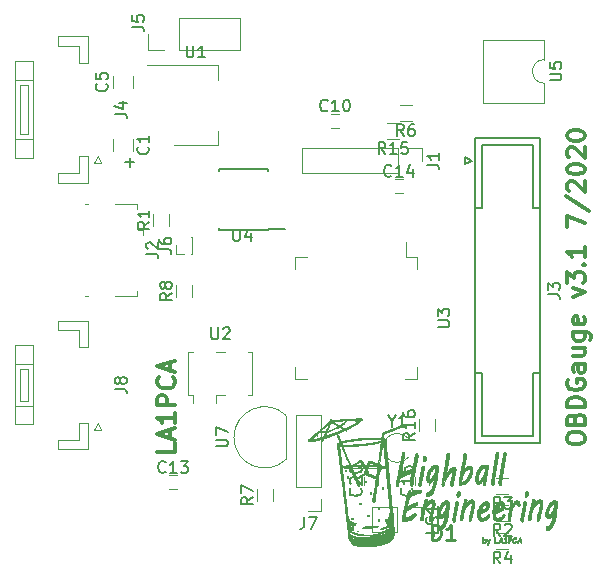
<source format=gto>
G04 #@! TF.GenerationSoftware,KiCad,Pcbnew,(5.0.2)-1*
G04 #@! TF.CreationDate,2020-07-22T07:53:00+02:00*
G04 #@! TF.ProjectId,32mz_gauge_main_v31,33326d7a-5f67-4617-9567-655f6d61696e,rev?*
G04 #@! TF.SameCoordinates,Original*
G04 #@! TF.FileFunction,Legend,Top*
G04 #@! TF.FilePolarity,Positive*
%FSLAX46Y46*%
G04 Gerber Fmt 4.6, Leading zero omitted, Abs format (unit mm)*
G04 Created by KiCad (PCBNEW (5.0.2)-1) date 7/22/2020 07:53:00*
%MOMM*%
%LPD*%
G01*
G04 APERTURE LIST*
%ADD10C,0.300000*%
%ADD11C,0.120000*%
%ADD12C,0.100000*%
%ADD13C,0.150000*%
%ADD14C,0.010000*%
%ADD15C,0.254000*%
G04 APERTURE END LIST*
D10*
X96690571Y-106286714D02*
X96690571Y-107001000D01*
X95190571Y-107001000D01*
X96262000Y-105858142D02*
X96262000Y-105143857D01*
X96690571Y-106001000D02*
X95190571Y-105501000D01*
X96690571Y-105001000D01*
X96690571Y-103715285D02*
X96690571Y-104572428D01*
X96690571Y-104143857D02*
X95190571Y-104143857D01*
X95404857Y-104286714D01*
X95547714Y-104429571D01*
X95619142Y-104572428D01*
X96690571Y-103072428D02*
X95190571Y-103072428D01*
X95190571Y-102501000D01*
X95262000Y-102358142D01*
X95333428Y-102286714D01*
X95476285Y-102215285D01*
X95690571Y-102215285D01*
X95833428Y-102286714D01*
X95904857Y-102358142D01*
X95976285Y-102501000D01*
X95976285Y-103072428D01*
X96547714Y-100715285D02*
X96619142Y-100786714D01*
X96690571Y-101001000D01*
X96690571Y-101143857D01*
X96619142Y-101358142D01*
X96476285Y-101501000D01*
X96333428Y-101572428D01*
X96047714Y-101643857D01*
X95833428Y-101643857D01*
X95547714Y-101572428D01*
X95404857Y-101501000D01*
X95262000Y-101358142D01*
X95190571Y-101143857D01*
X95190571Y-101001000D01*
X95262000Y-100786714D01*
X95333428Y-100715285D01*
X96262000Y-100143857D02*
X96262000Y-99429571D01*
X96690571Y-100286714D02*
X95190571Y-99786714D01*
X96690571Y-99286714D01*
X129861571Y-106019571D02*
X129861571Y-105733857D01*
X129933000Y-105591000D01*
X130075857Y-105448142D01*
X130361571Y-105376714D01*
X130861571Y-105376714D01*
X131147285Y-105448142D01*
X131290142Y-105591000D01*
X131361571Y-105733857D01*
X131361571Y-106019571D01*
X131290142Y-106162428D01*
X131147285Y-106305285D01*
X130861571Y-106376714D01*
X130361571Y-106376714D01*
X130075857Y-106305285D01*
X129933000Y-106162428D01*
X129861571Y-106019571D01*
X130575857Y-104233857D02*
X130647285Y-104019571D01*
X130718714Y-103948142D01*
X130861571Y-103876714D01*
X131075857Y-103876714D01*
X131218714Y-103948142D01*
X131290142Y-104019571D01*
X131361571Y-104162428D01*
X131361571Y-104733857D01*
X129861571Y-104733857D01*
X129861571Y-104233857D01*
X129933000Y-104091000D01*
X130004428Y-104019571D01*
X130147285Y-103948142D01*
X130290142Y-103948142D01*
X130433000Y-104019571D01*
X130504428Y-104091000D01*
X130575857Y-104233857D01*
X130575857Y-104733857D01*
X131361571Y-103233857D02*
X129861571Y-103233857D01*
X129861571Y-102876714D01*
X129933000Y-102662428D01*
X130075857Y-102519571D01*
X130218714Y-102448142D01*
X130504428Y-102376714D01*
X130718714Y-102376714D01*
X131004428Y-102448142D01*
X131147285Y-102519571D01*
X131290142Y-102662428D01*
X131361571Y-102876714D01*
X131361571Y-103233857D01*
X129933000Y-100948142D02*
X129861571Y-101091000D01*
X129861571Y-101305285D01*
X129933000Y-101519571D01*
X130075857Y-101662428D01*
X130218714Y-101733857D01*
X130504428Y-101805285D01*
X130718714Y-101805285D01*
X131004428Y-101733857D01*
X131147285Y-101662428D01*
X131290142Y-101519571D01*
X131361571Y-101305285D01*
X131361571Y-101162428D01*
X131290142Y-100948142D01*
X131218714Y-100876714D01*
X130718714Y-100876714D01*
X130718714Y-101162428D01*
X131361571Y-99591000D02*
X130575857Y-99591000D01*
X130433000Y-99662428D01*
X130361571Y-99805285D01*
X130361571Y-100091000D01*
X130433000Y-100233857D01*
X131290142Y-99591000D02*
X131361571Y-99733857D01*
X131361571Y-100091000D01*
X131290142Y-100233857D01*
X131147285Y-100305285D01*
X131004428Y-100305285D01*
X130861571Y-100233857D01*
X130790142Y-100091000D01*
X130790142Y-99733857D01*
X130718714Y-99591000D01*
X130361571Y-98233857D02*
X131361571Y-98233857D01*
X130361571Y-98876714D02*
X131147285Y-98876714D01*
X131290142Y-98805285D01*
X131361571Y-98662428D01*
X131361571Y-98448142D01*
X131290142Y-98305285D01*
X131218714Y-98233857D01*
X130361571Y-96876714D02*
X131575857Y-96876714D01*
X131718714Y-96948142D01*
X131790142Y-97019571D01*
X131861571Y-97162428D01*
X131861571Y-97376714D01*
X131790142Y-97519571D01*
X131290142Y-96876714D02*
X131361571Y-97019571D01*
X131361571Y-97305285D01*
X131290142Y-97448142D01*
X131218714Y-97519571D01*
X131075857Y-97591000D01*
X130647285Y-97591000D01*
X130504428Y-97519571D01*
X130433000Y-97448142D01*
X130361571Y-97305285D01*
X130361571Y-97019571D01*
X130433000Y-96876714D01*
X131290142Y-95591000D02*
X131361571Y-95733857D01*
X131361571Y-96019571D01*
X131290142Y-96162428D01*
X131147285Y-96233857D01*
X130575857Y-96233857D01*
X130433000Y-96162428D01*
X130361571Y-96019571D01*
X130361571Y-95733857D01*
X130433000Y-95591000D01*
X130575857Y-95519571D01*
X130718714Y-95519571D01*
X130861571Y-96233857D01*
X130361571Y-93876714D02*
X131361571Y-93519571D01*
X130361571Y-93162428D01*
X129861571Y-92733857D02*
X129861571Y-91805285D01*
X130433000Y-92305285D01*
X130433000Y-92091000D01*
X130504428Y-91948142D01*
X130575857Y-91876714D01*
X130718714Y-91805285D01*
X131075857Y-91805285D01*
X131218714Y-91876714D01*
X131290142Y-91948142D01*
X131361571Y-92091000D01*
X131361571Y-92519571D01*
X131290142Y-92662428D01*
X131218714Y-92733857D01*
X131218714Y-91162428D02*
X131290142Y-91091000D01*
X131361571Y-91162428D01*
X131290142Y-91233857D01*
X131218714Y-91162428D01*
X131361571Y-91162428D01*
X131361571Y-89662428D02*
X131361571Y-90519571D01*
X131361571Y-90091000D02*
X129861571Y-90091000D01*
X130075857Y-90233857D01*
X130218714Y-90376714D01*
X130290142Y-90519571D01*
X129861571Y-88019571D02*
X129861571Y-87019571D01*
X131361571Y-87662428D01*
X129790142Y-85376714D02*
X131718714Y-86662428D01*
X130004428Y-84948142D02*
X129933000Y-84876714D01*
X129861571Y-84733857D01*
X129861571Y-84376714D01*
X129933000Y-84233857D01*
X130004428Y-84162428D01*
X130147285Y-84091000D01*
X130290142Y-84091000D01*
X130504428Y-84162428D01*
X131361571Y-85019571D01*
X131361571Y-84091000D01*
X129861571Y-83162428D02*
X129861571Y-83019571D01*
X129933000Y-82876714D01*
X130004428Y-82805285D01*
X130147285Y-82733857D01*
X130433000Y-82662428D01*
X130790142Y-82662428D01*
X131075857Y-82733857D01*
X131218714Y-82805285D01*
X131290142Y-82876714D01*
X131361571Y-83019571D01*
X131361571Y-83162428D01*
X131290142Y-83305285D01*
X131218714Y-83376714D01*
X131075857Y-83448142D01*
X130790142Y-83519571D01*
X130433000Y-83519571D01*
X130147285Y-83448142D01*
X130004428Y-83376714D01*
X129933000Y-83305285D01*
X129861571Y-83162428D01*
X130004428Y-82091000D02*
X129933000Y-82019571D01*
X129861571Y-81876714D01*
X129861571Y-81519571D01*
X129933000Y-81376714D01*
X130004428Y-81305285D01*
X130147285Y-81233857D01*
X130290142Y-81233857D01*
X130504428Y-81305285D01*
X131361571Y-82162428D01*
X131361571Y-81233857D01*
X129861571Y-80305285D02*
X129861571Y-80162428D01*
X129933000Y-80019571D01*
X130004428Y-79948142D01*
X130147285Y-79876714D01*
X130433000Y-79805285D01*
X130790142Y-79805285D01*
X131075857Y-79876714D01*
X131218714Y-79948142D01*
X131290142Y-80019571D01*
X131361571Y-80162428D01*
X131361571Y-80305285D01*
X131290142Y-80448142D01*
X131218714Y-80519571D01*
X131075857Y-80591000D01*
X130790142Y-80662428D01*
X130433000Y-80662428D01*
X130147285Y-80591000D01*
X130004428Y-80519571D01*
X129933000Y-80448142D01*
X129861571Y-80305285D01*
D11*
G04 #@! TO.C,J2*
X94005000Y-88216000D02*
X93555000Y-88216000D01*
X94005000Y-88216000D02*
X94005000Y-88666000D01*
X93455000Y-93816000D02*
X93455000Y-93366000D01*
X91605000Y-93816000D02*
X93455000Y-93816000D01*
X89055000Y-86016000D02*
X89305000Y-86016000D01*
X89055000Y-93816000D02*
X89305000Y-93816000D01*
X91605000Y-86016000D02*
X93455000Y-86016000D01*
X93455000Y-86016000D02*
X93455000Y-86466000D01*
G04 #@! TO.C,U3*
X116239000Y-90519500D02*
X116239000Y-89244500D01*
X117189000Y-100869500D02*
X117189000Y-99819500D01*
X106839000Y-100869500D02*
X106839000Y-99819500D01*
X106839000Y-90519500D02*
X106839000Y-91569500D01*
X117189000Y-90519500D02*
X117189000Y-91569500D01*
X106839000Y-90519500D02*
X107889000Y-90519500D01*
X106839000Y-100869500D02*
X107889000Y-100869500D01*
X117189000Y-100869500D02*
X116139000Y-100869500D01*
X117189000Y-90519500D02*
X116239000Y-90519500D01*
G04 #@! TO.C,C1*
X91415500Y-80526000D02*
X91415500Y-81526000D01*
X93115500Y-81526000D02*
X93115500Y-80526000D01*
G04 #@! TO.C,C5*
X91415500Y-75192000D02*
X91415500Y-76192000D01*
X93115500Y-76192000D02*
X93115500Y-75192000D01*
G04 #@! TO.C,C10*
X110586000Y-79594000D02*
X109886000Y-79594000D01*
X109886000Y-78394000D02*
X110586000Y-78394000D01*
D12*
G04 #@! TO.C,D1*
X120130000Y-114119000D02*
X120130000Y-113719000D01*
X118630000Y-114119000D02*
X118630000Y-113719000D01*
X118880000Y-112419000D02*
X118880000Y-112419000D01*
X118880000Y-112319000D02*
X118880000Y-112319000D01*
X118880000Y-112319000D02*
G75*
G02X118880000Y-112419000I0J-50000D01*
G01*
X118880000Y-112419000D02*
G75*
G02X118880000Y-112319000I0J50000D01*
G01*
D11*
G04 #@! TO.C,J1*
X117582500Y-81299500D02*
X117582500Y-82359500D01*
X116522500Y-81299500D02*
X117582500Y-81299500D01*
X115522500Y-81299500D02*
X115522500Y-83419500D01*
X115522500Y-83419500D02*
X107462500Y-83419500D01*
X115522500Y-81299500D02*
X107462500Y-81299500D01*
X107462500Y-81299500D02*
X107462500Y-83419500D01*
D13*
G04 #@! TO.C,J3*
X121225000Y-82659500D02*
X121825000Y-82359500D01*
X121225000Y-82059500D02*
X121225000Y-82659500D01*
X121825000Y-82359500D02*
X121225000Y-82059500D01*
X126975000Y-100359500D02*
X127475000Y-100359500D01*
X126975000Y-105659500D02*
X126975000Y-100359500D01*
X122675000Y-105659500D02*
X126975000Y-105659500D01*
X122675000Y-100359500D02*
X122675000Y-105659500D01*
X122175000Y-100359500D02*
X122675000Y-100359500D01*
X126975000Y-86359500D02*
X127475000Y-86359500D01*
X126975000Y-81059500D02*
X126975000Y-86359500D01*
X122675000Y-81059500D02*
X126975000Y-81059500D01*
X122675000Y-86359500D02*
X122675000Y-81059500D01*
X122175000Y-86359500D02*
X122675000Y-86359500D01*
X127575000Y-106259500D02*
X127575000Y-80459500D01*
X122075000Y-106259500D02*
X127575000Y-106259500D01*
X122075000Y-80459500D02*
X122075000Y-106259500D01*
X127575000Y-80459500D02*
X122075000Y-80459500D01*
D11*
G04 #@! TO.C,J4*
X84647000Y-80541500D02*
X83147000Y-80541500D01*
X84647000Y-75541500D02*
X83147000Y-75541500D01*
X84247000Y-80141500D02*
X84247000Y-75941500D01*
X83547000Y-80141500D02*
X84247000Y-80141500D01*
X83547000Y-75941500D02*
X83547000Y-80141500D01*
X84247000Y-75941500D02*
X83547000Y-75941500D01*
X84647000Y-82141500D02*
X84647000Y-73941500D01*
X83147000Y-82141500D02*
X84647000Y-82141500D01*
X83147000Y-73941500D02*
X83147000Y-82141500D01*
X84647000Y-73941500D02*
X83147000Y-73941500D01*
X88547000Y-81991500D02*
X89347000Y-81991500D01*
X88547000Y-83441500D02*
X88547000Y-81991500D01*
X86747000Y-83441500D02*
X88547000Y-83441500D01*
X86747000Y-84241500D02*
X86747000Y-83441500D01*
X89347000Y-84241500D02*
X86747000Y-84241500D01*
X89347000Y-81991500D02*
X89347000Y-84241500D01*
X88547000Y-74091500D02*
X89347000Y-74091500D01*
X88547000Y-72641500D02*
X88547000Y-74091500D01*
X86747000Y-72641500D02*
X88547000Y-72641500D01*
X86747000Y-71841500D02*
X86747000Y-72641500D01*
X89347000Y-71841500D02*
X86747000Y-71841500D01*
X89347000Y-74091500D02*
X89347000Y-71841500D01*
X89847000Y-82591500D02*
X90147000Y-81991500D01*
X90447000Y-82591500D02*
X89847000Y-82591500D01*
X90147000Y-81991500D02*
X90447000Y-82591500D01*
G04 #@! TO.C,J5*
X94428000Y-72958000D02*
X94428000Y-71628000D01*
X95758000Y-72958000D02*
X94428000Y-72958000D01*
X97028000Y-72958000D02*
X97028000Y-70298000D01*
X97028000Y-70298000D02*
X102168000Y-70298000D01*
X97028000Y-72958000D02*
X102168000Y-72958000D01*
X102168000Y-72958000D02*
X102168000Y-70298000D01*
G04 #@! TO.C,J6*
X96787500Y-90230000D02*
X96787500Y-89535000D01*
X97472500Y-90230000D02*
X96787500Y-90230000D01*
X98157500Y-88926724D02*
X98157500Y-88840000D01*
X98157500Y-90230000D02*
X98157500Y-90143276D01*
X98157500Y-88840000D02*
X98032500Y-88840000D01*
X98157500Y-90230000D02*
X98032500Y-90230000D01*
X98157500Y-90230000D02*
X98157500Y-88840000D01*
G04 #@! TO.C,LS1*
X117519000Y-111716000D02*
X117519000Y-112776000D01*
X116459000Y-111716000D02*
X117519000Y-111716000D01*
X115459000Y-111716000D02*
X115459000Y-113836000D01*
X115459000Y-113836000D02*
X113399000Y-113836000D01*
X115459000Y-111716000D02*
X113399000Y-111716000D01*
X113399000Y-111716000D02*
X113399000Y-113836000D01*
G04 #@! TO.C,U1*
X94325000Y-74250500D02*
X100335000Y-74250500D01*
X96575000Y-81070500D02*
X100335000Y-81070500D01*
X100335000Y-74250500D02*
X100335000Y-75510500D01*
X100335000Y-81070500D02*
X100335000Y-79810500D01*
G04 #@! TO.C,U2*
X100150500Y-102193500D02*
X100150500Y-102893500D01*
X100890500Y-102193500D02*
X100150500Y-102193500D01*
X97820500Y-98593500D02*
X98210500Y-98593500D01*
X97820500Y-102193500D02*
X97820500Y-98593500D01*
X98210500Y-102193500D02*
X97820500Y-102193500D01*
X98210500Y-102893500D02*
X98210500Y-102193500D01*
X100150500Y-98593500D02*
X100890500Y-98593500D01*
X103220500Y-102193500D02*
X102830500Y-102193500D01*
X103220500Y-98593500D02*
X103220500Y-102193500D01*
X102830500Y-98593500D02*
X103220500Y-98593500D01*
D13*
G04 #@! TO.C,U4*
X104564000Y-88186500D02*
X105964000Y-88186500D01*
X104564000Y-83086500D02*
X100414000Y-83086500D01*
X104564000Y-88236500D02*
X100414000Y-88236500D01*
X104564000Y-83086500D02*
X104564000Y-83231500D01*
X100414000Y-83086500D02*
X100414000Y-83231500D01*
X100414000Y-88236500D02*
X100414000Y-88091500D01*
X104564000Y-88236500D02*
X104564000Y-88186500D01*
D11*
G04 #@! TO.C,U5*
X127949000Y-77453000D02*
X127949000Y-75803000D01*
X122749000Y-77453000D02*
X127949000Y-77453000D01*
X122749000Y-72153000D02*
X122749000Y-77453000D01*
X127949000Y-72153000D02*
X122749000Y-72153000D01*
X127949000Y-73803000D02*
X127949000Y-72153000D01*
X127949000Y-75803000D02*
G75*
G02X127949000Y-73803000I0J1000000D01*
G01*
G04 #@! TO.C,Y1*
X116453561Y-107461814D02*
G75*
G02X114554000Y-107461281I-949561J781814D01*
G01*
X116453561Y-105898186D02*
G75*
G03X114554000Y-105898719I-949561J-781814D01*
G01*
G04 #@! TO.C,J7*
X109010000Y-112058000D02*
X107950000Y-112058000D01*
X109010000Y-110998000D02*
X109010000Y-112058000D01*
X109010000Y-109998000D02*
X106890000Y-109998000D01*
X106890000Y-109998000D02*
X106890000Y-103938000D01*
X109010000Y-109998000D02*
X109010000Y-103938000D01*
X109010000Y-103938000D02*
X106890000Y-103938000D01*
G04 #@! TO.C,J8*
X84647000Y-103096000D02*
X83147000Y-103096000D01*
X84647000Y-99596000D02*
X83147000Y-99596000D01*
X84247000Y-102696000D02*
X84247000Y-99996000D01*
X83547000Y-102696000D02*
X84247000Y-102696000D01*
X83547000Y-99996000D02*
X83547000Y-102696000D01*
X84247000Y-99996000D02*
X83547000Y-99996000D01*
X84647000Y-104696000D02*
X84647000Y-97996000D01*
X83147000Y-104696000D02*
X84647000Y-104696000D01*
X83147000Y-97996000D02*
X83147000Y-104696000D01*
X84647000Y-97996000D02*
X83147000Y-97996000D01*
X88547000Y-104546000D02*
X89347000Y-104546000D01*
X88547000Y-105996000D02*
X88547000Y-104546000D01*
X86747000Y-105996000D02*
X88547000Y-105996000D01*
X86747000Y-106796000D02*
X86747000Y-105996000D01*
X89347000Y-106796000D02*
X86747000Y-106796000D01*
X89347000Y-104546000D02*
X89347000Y-106796000D01*
X88547000Y-98146000D02*
X89347000Y-98146000D01*
X88547000Y-96696000D02*
X88547000Y-98146000D01*
X86747000Y-96696000D02*
X88547000Y-96696000D01*
X86747000Y-95896000D02*
X86747000Y-96696000D01*
X89347000Y-95896000D02*
X86747000Y-95896000D01*
X89347000Y-98146000D02*
X89347000Y-95896000D01*
X89847000Y-105146000D02*
X90147000Y-104546000D01*
X90447000Y-105146000D02*
X89847000Y-105146000D01*
X90147000Y-104546000D02*
X90447000Y-105146000D01*
G04 #@! TO.C,C13*
X96870000Y-110201000D02*
X96170000Y-110201000D01*
X96170000Y-109001000D02*
X96870000Y-109001000D01*
G04 #@! TO.C,C14*
X115283500Y-83918500D02*
X115983500Y-83918500D01*
X115983500Y-85118500D02*
X115283500Y-85118500D01*
G04 #@! TO.C,R1*
X94824000Y-87876000D02*
X94824000Y-86876000D01*
X96184000Y-86876000D02*
X96184000Y-87876000D01*
G04 #@! TO.C,R2*
X123896500Y-111524500D02*
X124896500Y-111524500D01*
X124896500Y-112884500D02*
X123896500Y-112884500D01*
G04 #@! TO.C,R3*
X124896500Y-110598500D02*
X123896500Y-110598500D01*
X123896500Y-109238500D02*
X124896500Y-109238500D01*
G04 #@! TO.C,R4*
X123896500Y-113874000D02*
X124896500Y-113874000D01*
X124896500Y-115234000D02*
X123896500Y-115234000D01*
G04 #@! TO.C,R6*
X115705000Y-77679000D02*
X116705000Y-77679000D01*
X116705000Y-79039000D02*
X115705000Y-79039000D01*
G04 #@! TO.C,R7*
X103587000Y-111197000D02*
X103587000Y-110197000D01*
X104947000Y-110197000D02*
X104947000Y-111197000D01*
G04 #@! TO.C,R8*
X96729000Y-93908500D02*
X96729000Y-92908500D01*
X98089000Y-92908500D02*
X98089000Y-93908500D01*
G04 #@! TO.C,R15*
X115625500Y-80563000D02*
X114625500Y-80563000D01*
X114625500Y-79203000D02*
X115625500Y-79203000D01*
G04 #@! TO.C,U7*
X106105478Y-103952522D02*
G75*
G03X101667000Y-105791000I-1838478J-1838478D01*
G01*
X106105478Y-107629478D02*
G75*
G02X101667000Y-105791000I-1838478J1838478D01*
G01*
X106117000Y-107591000D02*
X106117000Y-103991000D01*
D14*
G04 #@! TO.C,G\002A\002A\002A*
G36*
X108690834Y-105626958D02*
X108685542Y-105632250D01*
X108680250Y-105626958D01*
X108685542Y-105621666D01*
X108690834Y-105626958D01*
X108690834Y-105626958D01*
G37*
X108690834Y-105626958D02*
X108685542Y-105632250D01*
X108680250Y-105626958D01*
X108685542Y-105621666D01*
X108690834Y-105626958D01*
G36*
X111156750Y-108659083D02*
X111050917Y-108659083D01*
X111050917Y-108553250D01*
X111156750Y-108553250D01*
X111156750Y-108659083D01*
X111156750Y-108659083D01*
G37*
X111156750Y-108659083D02*
X111050917Y-108659083D01*
X111050917Y-108553250D01*
X111156750Y-108553250D01*
X111156750Y-108659083D01*
G36*
X111326084Y-109188250D02*
X111220250Y-109188250D01*
X111220250Y-109082416D01*
X111326084Y-109082416D01*
X111326084Y-109188250D01*
X111326084Y-109188250D01*
G37*
X111326084Y-109188250D02*
X111220250Y-109188250D01*
X111220250Y-109082416D01*
X111326084Y-109082416D01*
X111326084Y-109188250D01*
G36*
X112828917Y-109569250D02*
X112723084Y-109569250D01*
X112723084Y-109463416D01*
X112828917Y-109463416D01*
X112828917Y-109569250D01*
X112828917Y-109569250D01*
G37*
X112828917Y-109569250D02*
X112723084Y-109569250D01*
X112723084Y-109463416D01*
X112828917Y-109463416D01*
X112828917Y-109569250D01*
G36*
X114289417Y-110119583D02*
X114183584Y-110119583D01*
X114183584Y-110013750D01*
X114289417Y-110013750D01*
X114289417Y-110119583D01*
X114289417Y-110119583D01*
G37*
X114289417Y-110119583D02*
X114183584Y-110119583D01*
X114183584Y-110013750D01*
X114289417Y-110013750D01*
X114289417Y-110119583D01*
G36*
X113273417Y-110542916D02*
X113167584Y-110542916D01*
X113167584Y-110437083D01*
X113273417Y-110437083D01*
X113273417Y-110542916D01*
X113273417Y-110542916D01*
G37*
X113273417Y-110542916D02*
X113167584Y-110542916D01*
X113167584Y-110437083D01*
X113273417Y-110437083D01*
X113273417Y-110542916D01*
G36*
X112109250Y-110648750D02*
X112003417Y-110648750D01*
X112003417Y-110542916D01*
X112109250Y-110542916D01*
X112109250Y-110648750D01*
X112109250Y-110648750D01*
G37*
X112109250Y-110648750D02*
X112003417Y-110648750D01*
X112003417Y-110542916D01*
X112109250Y-110542916D01*
X112109250Y-110648750D01*
G36*
X111495417Y-110669916D02*
X111389584Y-110669916D01*
X111389584Y-110564083D01*
X111495417Y-110564083D01*
X111495417Y-110669916D01*
X111495417Y-110669916D01*
G37*
X111495417Y-110669916D02*
X111389584Y-110669916D01*
X111389584Y-110564083D01*
X111495417Y-110564083D01*
X111495417Y-110669916D01*
G36*
X112405584Y-111431916D02*
X112299750Y-111431916D01*
X112299750Y-111326083D01*
X112405584Y-111326083D01*
X112405584Y-111431916D01*
X112405584Y-111431916D01*
G37*
X112405584Y-111431916D02*
X112299750Y-111431916D01*
X112299750Y-111326083D01*
X112405584Y-111326083D01*
X112405584Y-111431916D01*
G36*
X113993084Y-111876416D02*
X113887250Y-111876416D01*
X113887250Y-111770583D01*
X113993084Y-111770583D01*
X113993084Y-111876416D01*
X113993084Y-111876416D01*
G37*
X113993084Y-111876416D02*
X113887250Y-111876416D01*
X113887250Y-111770583D01*
X113993084Y-111770583D01*
X113993084Y-111876416D01*
G36*
X113082917Y-112426750D02*
X112977084Y-112426750D01*
X112977084Y-112320916D01*
X113082917Y-112320916D01*
X113082917Y-112426750D01*
X113082917Y-112426750D01*
G37*
X113082917Y-112426750D02*
X112977084Y-112426750D01*
X112977084Y-112320916D01*
X113082917Y-112320916D01*
X113082917Y-112426750D01*
G36*
X111749417Y-112680750D02*
X111622417Y-112680750D01*
X111622417Y-112574916D01*
X111749417Y-112574916D01*
X111749417Y-112680750D01*
X111749417Y-112680750D01*
G37*
X111749417Y-112680750D02*
X111622417Y-112680750D01*
X111622417Y-112574916D01*
X111749417Y-112574916D01*
X111749417Y-112680750D01*
G36*
X113971917Y-112828916D02*
X113844917Y-112828916D01*
X113844917Y-112723083D01*
X113971917Y-112723083D01*
X113971917Y-112828916D01*
X113971917Y-112828916D01*
G37*
X113971917Y-112828916D02*
X113844917Y-112828916D01*
X113844917Y-112723083D01*
X113971917Y-112723083D01*
X113971917Y-112828916D01*
G36*
X113810301Y-113372855D02*
X113807144Y-113377666D01*
X113796410Y-113378414D01*
X113785117Y-113375829D01*
X113790016Y-113372020D01*
X113806556Y-113370758D01*
X113810301Y-113372855D01*
X113810301Y-113372855D01*
G37*
X113810301Y-113372855D02*
X113807144Y-113377666D01*
X113796410Y-113378414D01*
X113785117Y-113375829D01*
X113790016Y-113372020D01*
X113806556Y-113370758D01*
X113810301Y-113372855D01*
G36*
X113715192Y-113274122D02*
X113881959Y-113274828D01*
X113559500Y-113364080D01*
X113237042Y-113453333D01*
X112923618Y-113453333D01*
X112844176Y-113453092D01*
X112771647Y-113452412D01*
X112708716Y-113451354D01*
X112658071Y-113449980D01*
X112622397Y-113448352D01*
X112604380Y-113446532D01*
X112602807Y-113445945D01*
X112605172Y-113436201D01*
X112619564Y-113425154D01*
X112632085Y-113415457D01*
X112627847Y-113411179D01*
X112610633Y-113412628D01*
X112584225Y-113420112D01*
X112579430Y-113421879D01*
X112557732Y-113428502D01*
X112546949Y-113428893D01*
X112555007Y-113424146D01*
X112579765Y-113413484D01*
X112618019Y-113398198D01*
X112666567Y-113379579D01*
X112704521Y-113365414D01*
X112865959Y-113305802D01*
X113207192Y-113289609D01*
X113299942Y-113285495D01*
X113394606Y-113281814D01*
X113486781Y-113278700D01*
X113572061Y-113276289D01*
X113646041Y-113274714D01*
X113704319Y-113274109D01*
X113715192Y-113274122D01*
X113715192Y-113274122D01*
G37*
X113715192Y-113274122D02*
X113881959Y-113274828D01*
X113559500Y-113364080D01*
X113237042Y-113453333D01*
X112923618Y-113453333D01*
X112844176Y-113453092D01*
X112771647Y-113452412D01*
X112708716Y-113451354D01*
X112658071Y-113449980D01*
X112622397Y-113448352D01*
X112604380Y-113446532D01*
X112602807Y-113445945D01*
X112605172Y-113436201D01*
X112619564Y-113425154D01*
X112632085Y-113415457D01*
X112627847Y-113411179D01*
X112610633Y-113412628D01*
X112584225Y-113420112D01*
X112579430Y-113421879D01*
X112557732Y-113428502D01*
X112546949Y-113428893D01*
X112555007Y-113424146D01*
X112579765Y-113413484D01*
X112618019Y-113398198D01*
X112666567Y-113379579D01*
X112704521Y-113365414D01*
X112865959Y-113305802D01*
X113207192Y-113289609D01*
X113299942Y-113285495D01*
X113394606Y-113281814D01*
X113486781Y-113278700D01*
X113572061Y-113276289D01*
X113646041Y-113274714D01*
X113704319Y-113274109D01*
X113715192Y-113274122D01*
G36*
X114042602Y-113563857D02*
X114035417Y-113569750D01*
X114016123Y-113578705D01*
X114008959Y-113580009D01*
X114007065Y-113575642D01*
X114014250Y-113569750D01*
X114033544Y-113560794D01*
X114040709Y-113559490D01*
X114042602Y-113563857D01*
X114042602Y-113563857D01*
G37*
X114042602Y-113563857D02*
X114035417Y-113569750D01*
X114016123Y-113578705D01*
X114008959Y-113580009D01*
X114007065Y-113575642D01*
X114014250Y-113569750D01*
X114033544Y-113560794D01*
X114040709Y-113559490D01*
X114042602Y-113563857D01*
G36*
X112141000Y-113723208D02*
X112135709Y-113728500D01*
X112130417Y-113723208D01*
X112135709Y-113717916D01*
X112141000Y-113723208D01*
X112141000Y-113723208D01*
G37*
X112141000Y-113723208D02*
X112135709Y-113728500D01*
X112130417Y-113723208D01*
X112135709Y-113717916D01*
X112141000Y-113723208D01*
G36*
X113104084Y-114019541D02*
X113098792Y-114024833D01*
X113093500Y-114019541D01*
X113098792Y-114014250D01*
X113104084Y-114019541D01*
X113104084Y-114019541D01*
G37*
X113104084Y-114019541D02*
X113098792Y-114024833D01*
X113093500Y-114019541D01*
X113098792Y-114014250D01*
X113104084Y-114019541D01*
G36*
X116048042Y-104665301D02*
X116059822Y-104684838D01*
X116071397Y-104717048D01*
X116080787Y-104749558D01*
X116085934Y-104772947D01*
X116086034Y-104781077D01*
X116075771Y-104785655D01*
X116047766Y-104797360D01*
X116003915Y-104815425D01*
X115946117Y-104839083D01*
X115876269Y-104867567D01*
X115796267Y-104900110D01*
X115708009Y-104935947D01*
X115613393Y-104974309D01*
X115514315Y-105014430D01*
X115412673Y-105055543D01*
X115310365Y-105096882D01*
X115209287Y-105137679D01*
X115111338Y-105177169D01*
X115018413Y-105214583D01*
X114932411Y-105249155D01*
X114855229Y-105280119D01*
X114788764Y-105306707D01*
X114734914Y-105328153D01*
X114695575Y-105343690D01*
X114672645Y-105352551D01*
X114667722Y-105354300D01*
X114654545Y-105352556D01*
X114641151Y-105337193D01*
X114624755Y-105304944D01*
X114623779Y-105302767D01*
X114611287Y-105271374D01*
X114604872Y-105248126D01*
X114605307Y-105239445D01*
X114615864Y-105234642D01*
X114644174Y-105222726D01*
X114688342Y-105204460D01*
X114746475Y-105180610D01*
X114816678Y-105151941D01*
X114897058Y-105119217D01*
X114985721Y-105083203D01*
X115080774Y-105044664D01*
X115180322Y-105004365D01*
X115282472Y-104963070D01*
X115385330Y-104921544D01*
X115487002Y-104880553D01*
X115585595Y-104840860D01*
X115679215Y-104803230D01*
X115765967Y-104768428D01*
X115843958Y-104737220D01*
X115911295Y-104710369D01*
X115966084Y-104688641D01*
X116006430Y-104672800D01*
X116030440Y-104663611D01*
X116036168Y-104661622D01*
X116048042Y-104665301D01*
X116048042Y-104665301D01*
G37*
X116048042Y-104665301D02*
X116059822Y-104684838D01*
X116071397Y-104717048D01*
X116080787Y-104749558D01*
X116085934Y-104772947D01*
X116086034Y-104781077D01*
X116075771Y-104785655D01*
X116047766Y-104797360D01*
X116003915Y-104815425D01*
X115946117Y-104839083D01*
X115876269Y-104867567D01*
X115796267Y-104900110D01*
X115708009Y-104935947D01*
X115613393Y-104974309D01*
X115514315Y-105014430D01*
X115412673Y-105055543D01*
X115310365Y-105096882D01*
X115209287Y-105137679D01*
X115111338Y-105177169D01*
X115018413Y-105214583D01*
X114932411Y-105249155D01*
X114855229Y-105280119D01*
X114788764Y-105306707D01*
X114734914Y-105328153D01*
X114695575Y-105343690D01*
X114672645Y-105352551D01*
X114667722Y-105354300D01*
X114654545Y-105352556D01*
X114641151Y-105337193D01*
X114624755Y-105304944D01*
X114623779Y-105302767D01*
X114611287Y-105271374D01*
X114604872Y-105248126D01*
X114605307Y-105239445D01*
X114615864Y-105234642D01*
X114644174Y-105222726D01*
X114688342Y-105204460D01*
X114746475Y-105180610D01*
X114816678Y-105151941D01*
X114897058Y-105119217D01*
X114985721Y-105083203D01*
X115080774Y-105044664D01*
X115180322Y-105004365D01*
X115282472Y-104963070D01*
X115385330Y-104921544D01*
X115487002Y-104880553D01*
X115585595Y-104840860D01*
X115679215Y-104803230D01*
X115765967Y-104768428D01*
X115843958Y-104737220D01*
X115911295Y-104710369D01*
X115966084Y-104688641D01*
X116006430Y-104672800D01*
X116030440Y-104663611D01*
X116036168Y-104661622D01*
X116048042Y-104665301D01*
G36*
X114529486Y-105281192D02*
X114541955Y-105303087D01*
X114555711Y-105331457D01*
X114567610Y-105359655D01*
X114574510Y-105381035D01*
X114575167Y-105386023D01*
X114566456Y-105394251D01*
X114545798Y-105405209D01*
X114521406Y-105415174D01*
X114501492Y-105420425D01*
X114498915Y-105420583D01*
X114492113Y-105411606D01*
X114480493Y-105388299D01*
X114469179Y-105361994D01*
X114457207Y-105330559D01*
X114450184Y-105308223D01*
X114449429Y-105300637D01*
X114465081Y-105292719D01*
X114489028Y-105282831D01*
X114511396Y-105274841D01*
X114521445Y-105272416D01*
X114529486Y-105281192D01*
X114529486Y-105281192D01*
G37*
X114529486Y-105281192D02*
X114541955Y-105303087D01*
X114555711Y-105331457D01*
X114567610Y-105359655D01*
X114574510Y-105381035D01*
X114575167Y-105386023D01*
X114566456Y-105394251D01*
X114545798Y-105405209D01*
X114521406Y-105415174D01*
X114501492Y-105420425D01*
X114498915Y-105420583D01*
X114492113Y-105411606D01*
X114480493Y-105388299D01*
X114469179Y-105361994D01*
X114457207Y-105330559D01*
X114450184Y-105308223D01*
X114449429Y-105300637D01*
X114465081Y-105292719D01*
X114489028Y-105282831D01*
X114511396Y-105274841D01*
X114521445Y-105272416D01*
X114529486Y-105281192D01*
G36*
X114403749Y-105385899D02*
X114417346Y-105420803D01*
X114420534Y-105442270D01*
X114411968Y-105455993D01*
X114390298Y-105467665D01*
X114383732Y-105470483D01*
X114368111Y-105475671D01*
X114356738Y-105472670D01*
X114345377Y-105457939D01*
X114329793Y-105427938D01*
X114327666Y-105423607D01*
X114313209Y-105392489D01*
X114304238Y-105369922D01*
X114302626Y-105361512D01*
X114313845Y-105355423D01*
X114336918Y-105345014D01*
X114342645Y-105342580D01*
X114379030Y-105327282D01*
X114403749Y-105385899D01*
X114403749Y-105385899D01*
G37*
X114403749Y-105385899D02*
X114417346Y-105420803D01*
X114420534Y-105442270D01*
X114411968Y-105455993D01*
X114390298Y-105467665D01*
X114383732Y-105470483D01*
X114368111Y-105475671D01*
X114356738Y-105472670D01*
X114345377Y-105457939D01*
X114329793Y-105427938D01*
X114327666Y-105423607D01*
X114313209Y-105392489D01*
X114304238Y-105369922D01*
X114302626Y-105361512D01*
X114313845Y-105355423D01*
X114336918Y-105345014D01*
X114342645Y-105342580D01*
X114379030Y-105327282D01*
X114403749Y-105385899D01*
G36*
X112381956Y-104173808D02*
X112393245Y-104181915D01*
X112395000Y-104192781D01*
X112396487Y-104203356D01*
X112403876Y-104209018D01*
X112421563Y-104210559D01*
X112453940Y-104208773D01*
X112474375Y-104207103D01*
X112553750Y-104200394D01*
X112553750Y-104233697D01*
X112550817Y-104256652D01*
X112543702Y-104266957D01*
X112543167Y-104267000D01*
X112534568Y-104275864D01*
X112532584Y-104288166D01*
X112530045Y-104300421D01*
X112519079Y-104306792D01*
X112494661Y-104309115D01*
X112474647Y-104309333D01*
X112440337Y-104310415D01*
X112420407Y-104315455D01*
X112408111Y-104327140D01*
X112401601Y-104338437D01*
X112385951Y-104360391D01*
X112358548Y-104390870D01*
X112322693Y-104426924D01*
X112281685Y-104465601D01*
X112238825Y-104503952D01*
X112197414Y-104539025D01*
X112160751Y-104567870D01*
X112132137Y-104587537D01*
X112114872Y-104595075D01*
X112114540Y-104595083D01*
X112103544Y-104600993D01*
X112080843Y-104616445D01*
X112053004Y-104636863D01*
X112020886Y-104660021D01*
X111992719Y-104678445D01*
X111976729Y-104687134D01*
X111960235Y-104695498D01*
X111929603Y-104712510D01*
X111888829Y-104735903D01*
X111841909Y-104763404D01*
X111828792Y-104771187D01*
X111752036Y-104815767D01*
X111666093Y-104863829D01*
X111574921Y-104913308D01*
X111482478Y-104962140D01*
X111392723Y-105008259D01*
X111309612Y-105049600D01*
X111237106Y-105084097D01*
X111183209Y-105107999D01*
X111140875Y-105125763D01*
X111169979Y-105141219D01*
X111190224Y-105152913D01*
X111199069Y-105159889D01*
X111199083Y-105160003D01*
X111194939Y-105170581D01*
X111185109Y-105191898D01*
X111173502Y-105215822D01*
X111164024Y-105234222D01*
X111161057Y-105239140D01*
X111151622Y-105235597D01*
X111130409Y-105222518D01*
X111110093Y-105208475D01*
X111062148Y-105174043D01*
X111011553Y-105193025D01*
X110980343Y-105205700D01*
X110936774Y-105224646D01*
X110887540Y-105246913D01*
X110855125Y-105262026D01*
X110801256Y-105286712D01*
X110744119Y-105311640D01*
X110692474Y-105333036D01*
X110669917Y-105341806D01*
X110630291Y-105357462D01*
X110597208Y-105371979D01*
X110576746Y-105382657D01*
X110574667Y-105384123D01*
X110559249Y-105392262D01*
X110528066Y-105405814D01*
X110485281Y-105423060D01*
X110435057Y-105442283D01*
X110421209Y-105447425D01*
X110369731Y-105466855D01*
X110324600Y-105484713D01*
X110289980Y-105499294D01*
X110270032Y-105508888D01*
X110267750Y-105510365D01*
X110253719Y-105517288D01*
X110222943Y-105530184D01*
X110178590Y-105547851D01*
X110123829Y-105569087D01*
X110061829Y-105592689D01*
X109995757Y-105617456D01*
X109928782Y-105642184D01*
X109864073Y-105665672D01*
X109804797Y-105686717D01*
X109783563Y-105694098D01*
X109709922Y-105719552D01*
X109652291Y-105739609D01*
X109606643Y-105755690D01*
X109568949Y-105769220D01*
X109535182Y-105781622D01*
X109521625Y-105786678D01*
X109480930Y-105801155D01*
X109429467Y-105818407D01*
X109376783Y-105835254D01*
X109364018Y-105839188D01*
X109269910Y-105867923D01*
X109237624Y-105940586D01*
X109218879Y-105979744D01*
X109204029Y-106002387D01*
X109190354Y-106012108D01*
X109182618Y-106013250D01*
X109159680Y-106022978D01*
X109147843Y-106039708D01*
X109134105Y-106061151D01*
X109116399Y-106065049D01*
X109100799Y-106060372D01*
X109095241Y-106053469D01*
X109097876Y-106037732D01*
X109109717Y-106009895D01*
X109127073Y-105975622D01*
X109146722Y-105937535D01*
X109157072Y-105914870D01*
X109158898Y-105904435D01*
X109152972Y-105903037D01*
X109143953Y-105905979D01*
X109123401Y-105913413D01*
X109098896Y-105921403D01*
X109067530Y-105930773D01*
X109026398Y-105942346D01*
X108972592Y-105956946D01*
X108903206Y-105975398D01*
X108844292Y-105990920D01*
X108715395Y-106023849D01*
X108603176Y-106050317D01*
X108504357Y-106070916D01*
X108415659Y-106086237D01*
X108333803Y-106096874D01*
X108255511Y-106103418D01*
X108209292Y-106105612D01*
X108154982Y-106108124D01*
X108108125Y-106111457D01*
X108072856Y-106115230D01*
X108053310Y-106119062D01*
X108051071Y-106120220D01*
X108032451Y-106129133D01*
X108018388Y-106118430D01*
X107999746Y-106102786D01*
X107973325Y-106094307D01*
X107949379Y-106095651D01*
X107943421Y-106098985D01*
X107934545Y-106102920D01*
X107930143Y-106093187D01*
X107928846Y-106066278D01*
X107928834Y-106061645D01*
X107932394Y-106023874D01*
X107939468Y-105996482D01*
X108172250Y-105996482D01*
X108181954Y-105997170D01*
X108208634Y-105993756D01*
X108248641Y-105986898D01*
X108298326Y-105977256D01*
X108354041Y-105965488D01*
X108394781Y-105956313D01*
X108490451Y-105933754D01*
X108572098Y-105913448D01*
X108646486Y-105893652D01*
X108720376Y-105872623D01*
X108727875Y-105870421D01*
X108781680Y-105854608D01*
X108840885Y-105837244D01*
X108891917Y-105822309D01*
X108939573Y-105808005D01*
X108993861Y-105791104D01*
X109050839Y-105772905D01*
X109106569Y-105754705D01*
X109157111Y-105737803D01*
X109198524Y-105723499D01*
X109226869Y-105713089D01*
X109237575Y-105708386D01*
X109244660Y-105697565D01*
X109257848Y-105673161D01*
X109348362Y-105673161D01*
X109392660Y-105658973D01*
X109430882Y-105646408D01*
X109468195Y-105633661D01*
X109474000Y-105631613D01*
X109502143Y-105621354D01*
X109541981Y-105606527D01*
X109585446Y-105590135D01*
X109590417Y-105588246D01*
X109628910Y-105574089D01*
X109660089Y-105563516D01*
X109678443Y-105558371D01*
X109680375Y-105558149D01*
X109693693Y-105554543D01*
X109722714Y-105544602D01*
X109763446Y-105529752D01*
X109811901Y-105511421D01*
X109823250Y-105507044D01*
X109880625Y-105485203D01*
X109938713Y-105463712D01*
X109990687Y-105445062D01*
X110029337Y-105431868D01*
X110073392Y-105416879D01*
X110115977Y-105401281D01*
X110145753Y-105389334D01*
X110168898Y-105379697D01*
X110207885Y-105363948D01*
X110258825Y-105343636D01*
X110317829Y-105320313D01*
X110381008Y-105295528D01*
X110384167Y-105294294D01*
X110459841Y-105264413D01*
X110543206Y-105230963D01*
X110626760Y-105196986D01*
X110703000Y-105165528D01*
X110745661Y-105147627D01*
X110911363Y-105077441D01*
X110614559Y-104899411D01*
X110083967Y-105108787D01*
X109982542Y-105148822D01*
X109886268Y-105186850D01*
X109797091Y-105222098D01*
X109716956Y-105253796D01*
X109647812Y-105281175D01*
X109591603Y-105303464D01*
X109550276Y-105319891D01*
X109525778Y-105329688D01*
X109520626Y-105331785D01*
X109495905Y-105347902D01*
X109477380Y-105375859D01*
X109468883Y-105396225D01*
X109454089Y-105433367D01*
X109434748Y-105478770D01*
X109418135Y-105515833D01*
X109398746Y-105558291D01*
X109379928Y-105600247D01*
X109367370Y-105628893D01*
X109348362Y-105673161D01*
X109257848Y-105673161D01*
X109258858Y-105671294D01*
X109278352Y-105633309D01*
X109301324Y-105587350D01*
X109325956Y-105537156D01*
X109350431Y-105486465D01*
X109372931Y-105439015D01*
X109391638Y-105398546D01*
X109404735Y-105368796D01*
X109410403Y-105353503D01*
X109410500Y-105352713D01*
X109402289Y-105347970D01*
X109377091Y-105343705D01*
X109334063Y-105339860D01*
X109272360Y-105336374D01*
X109191138Y-105333188D01*
X109095200Y-105330386D01*
X108869857Y-105324588D01*
X108706470Y-105488100D01*
X108646298Y-105547588D01*
X108576062Y-105615844D01*
X108501409Y-105687454D01*
X108427986Y-105757004D01*
X108361439Y-105819077D01*
X108357667Y-105822558D01*
X108305768Y-105870525D01*
X108259473Y-105913543D01*
X108220921Y-105949602D01*
X108192254Y-105976697D01*
X108175610Y-105992820D01*
X108172250Y-105996482D01*
X107939468Y-105996482D01*
X107941295Y-105989408D01*
X107944980Y-105980974D01*
X107954211Y-105960036D01*
X107955534Y-105949920D01*
X107954981Y-105949750D01*
X107961902Y-105943272D01*
X107983929Y-105924574D01*
X108019721Y-105894758D01*
X108067934Y-105854926D01*
X108127228Y-105806180D01*
X108196260Y-105749624D01*
X108273689Y-105686359D01*
X108358172Y-105617487D01*
X108448367Y-105544111D01*
X108485767Y-105513728D01*
X108595870Y-105424238D01*
X108691677Y-105346107D01*
X108775376Y-105277416D01*
X108794172Y-105261833D01*
X108939772Y-105261833D01*
X108976699Y-105263130D01*
X109002966Y-105264396D01*
X109043836Y-105266757D01*
X109092796Y-105269824D01*
X109124750Y-105271938D01*
X109221363Y-105277792D01*
X109298429Y-105280891D01*
X109357391Y-105281213D01*
X109399692Y-105278734D01*
X109426774Y-105273430D01*
X109438682Y-105266913D01*
X109447403Y-105252539D01*
X109453464Y-105240128D01*
X109548504Y-105240128D01*
X109555011Y-105251062D01*
X109556915Y-105251250D01*
X109568223Y-105247360D01*
X109597132Y-105236222D01*
X109641666Y-105218628D01*
X109699847Y-105195371D01*
X109769697Y-105167245D01*
X109849239Y-105135042D01*
X109936496Y-105099557D01*
X110018590Y-105066041D01*
X110111255Y-105028268D01*
X110198165Y-104993082D01*
X110277310Y-104961280D01*
X110346681Y-104933658D01*
X110404269Y-104911012D01*
X110448063Y-104894139D01*
X110476056Y-104883835D01*
X110486009Y-104880833D01*
X110499349Y-104876186D01*
X110500728Y-104872895D01*
X110503343Y-104857166D01*
X110506106Y-104845772D01*
X110672228Y-104845772D01*
X110832468Y-104942000D01*
X110884269Y-104973086D01*
X110929300Y-105000068D01*
X110964627Y-105021192D01*
X110987319Y-105034704D01*
X110994504Y-105038905D01*
X111004178Y-105034928D01*
X111029359Y-105023567D01*
X111066419Y-105006486D01*
X111111727Y-104985344D01*
X111120181Y-104981375D01*
X111167371Y-104959528D01*
X111207806Y-104941420D01*
X111237568Y-104928763D01*
X111252736Y-104923267D01*
X111253509Y-104923166D01*
X111265580Y-104918593D01*
X111293722Y-104905797D01*
X111335144Y-104886164D01*
X111387057Y-104861078D01*
X111446670Y-104831925D01*
X111511194Y-104800090D01*
X111577839Y-104766958D01*
X111643814Y-104733914D01*
X111706330Y-104702345D01*
X111762597Y-104673634D01*
X111809825Y-104649167D01*
X111845224Y-104630329D01*
X111860542Y-104621775D01*
X111894938Y-104602090D01*
X111923562Y-104586176D01*
X111939917Y-104577628D01*
X111959145Y-104566735D01*
X111990652Y-104546830D01*
X112029516Y-104521237D01*
X112070814Y-104493276D01*
X112109624Y-104466270D01*
X112141024Y-104443543D01*
X112156875Y-104431198D01*
X112173665Y-104414784D01*
X112177658Y-104405447D01*
X112175396Y-104404635D01*
X112163492Y-104396127D01*
X112162167Y-104389611D01*
X112159541Y-104383892D01*
X112150580Y-104378995D01*
X112133656Y-104374819D01*
X112107143Y-104371261D01*
X112069412Y-104368221D01*
X112018839Y-104365595D01*
X111953794Y-104363282D01*
X111872652Y-104361181D01*
X111773786Y-104359189D01*
X111655568Y-104357205D01*
X111640587Y-104356971D01*
X111272466Y-104351273D01*
X111010879Y-104565270D01*
X110946968Y-104617604D01*
X110888378Y-104665676D01*
X110837105Y-104707841D01*
X110795146Y-104742453D01*
X110764494Y-104767869D01*
X110747146Y-104782444D01*
X110744000Y-104785241D01*
X110733085Y-104795232D01*
X110712420Y-104812754D01*
X110705468Y-104818493D01*
X110672228Y-104845772D01*
X110506106Y-104845772D01*
X110506903Y-104842489D01*
X110507854Y-104827243D01*
X110496860Y-104818410D01*
X110472387Y-104812413D01*
X110444891Y-104805264D01*
X110427646Y-104797094D01*
X110425950Y-104795277D01*
X110415665Y-104787645D01*
X110389456Y-104770715D01*
X110349646Y-104745917D01*
X110298560Y-104714678D01*
X110238521Y-104678429D01*
X110171851Y-104638597D01*
X110152771Y-104627269D01*
X109885482Y-104468791D01*
X109806741Y-104633802D01*
X109780927Y-104688598D01*
X109758667Y-104737189D01*
X109741458Y-104776193D01*
X109730801Y-104802228D01*
X109728000Y-104811428D01*
X109723422Y-104826314D01*
X109709711Y-104860195D01*
X109686904Y-104912988D01*
X109655037Y-104984609D01*
X109614147Y-105074976D01*
X109568679Y-105174405D01*
X109553168Y-105213872D01*
X109548504Y-105240128D01*
X109453464Y-105240128D01*
X109462468Y-105221694D01*
X109482433Y-105177587D01*
X109505854Y-105123430D01*
X109531287Y-105062432D01*
X109537458Y-105047309D01*
X109566251Y-104976957D01*
X109596116Y-104904880D01*
X109624792Y-104836473D01*
X109650019Y-104777131D01*
X109668905Y-104733671D01*
X109687938Y-104689753D01*
X109702864Y-104653521D01*
X109712094Y-104628955D01*
X109714200Y-104620088D01*
X109705261Y-104625443D01*
X109682075Y-104642689D01*
X109646662Y-104670178D01*
X109601044Y-104706261D01*
X109547243Y-104749289D01*
X109487278Y-104797613D01*
X109423173Y-104849585D01*
X109356948Y-104903555D01*
X109290624Y-104957875D01*
X109226222Y-105010896D01*
X109165765Y-105060968D01*
X109111273Y-105106443D01*
X109064767Y-105145673D01*
X109028269Y-105177008D01*
X109003801Y-105198799D01*
X108997865Y-105204443D01*
X108939772Y-105261833D01*
X108794172Y-105261833D01*
X108849156Y-105216248D01*
X108915205Y-105160686D01*
X108975714Y-105108811D01*
X109032870Y-105058707D01*
X109088862Y-105008456D01*
X109145881Y-104956140D01*
X109206113Y-104899842D01*
X109271749Y-104837643D01*
X109344978Y-104767627D01*
X109422975Y-104692698D01*
X109499564Y-104618938D01*
X109571346Y-104549628D01*
X109636907Y-104486146D01*
X109694837Y-104429868D01*
X109716038Y-104409180D01*
X109973875Y-104409180D01*
X109981064Y-104415734D01*
X110003093Y-104431504D01*
X110036909Y-104454396D01*
X110079460Y-104482320D01*
X110098928Y-104494869D01*
X110146974Y-104526058D01*
X110190238Y-104554835D01*
X110224761Y-104578516D01*
X110246586Y-104594418D01*
X110250182Y-104597374D01*
X110265453Y-104608079D01*
X110294676Y-104626313D01*
X110334245Y-104650014D01*
X110380556Y-104677123D01*
X110430004Y-104705580D01*
X110478985Y-104733325D01*
X110523892Y-104758300D01*
X110561122Y-104778443D01*
X110587069Y-104791695D01*
X110597855Y-104796029D01*
X110609503Y-104788606D01*
X110611815Y-104785410D01*
X110624634Y-104779391D01*
X110628531Y-104780877D01*
X110640240Y-104776977D01*
X110663532Y-104761424D01*
X110694508Y-104736992D01*
X110715112Y-104719268D01*
X110746976Y-104691791D01*
X110791597Y-104654384D01*
X110845116Y-104610229D01*
X110903672Y-104562504D01*
X110963405Y-104514391D01*
X110976162Y-104504197D01*
X111160698Y-104356958D01*
X111060828Y-104353783D01*
X111035257Y-104353819D01*
X110992751Y-104354879D01*
X110935739Y-104356840D01*
X110866649Y-104359579D01*
X110787911Y-104362971D01*
X110701954Y-104366893D01*
X110611205Y-104371220D01*
X110518093Y-104375830D01*
X110425048Y-104380598D01*
X110334498Y-104385401D01*
X110248871Y-104390114D01*
X110170597Y-104394614D01*
X110102104Y-104398778D01*
X110045821Y-104402481D01*
X110004177Y-104405599D01*
X109979599Y-104408009D01*
X109973875Y-104409180D01*
X109716038Y-104409180D01*
X109743721Y-104382169D01*
X109782147Y-104344428D01*
X109808703Y-104318018D01*
X109821976Y-104304319D01*
X109823250Y-104302694D01*
X109818869Y-104290816D01*
X109808205Y-104268618D01*
X109807035Y-104266341D01*
X109797134Y-104244597D01*
X109799567Y-104233521D01*
X109816455Y-104225240D01*
X109818307Y-104224534D01*
X109841323Y-104216311D01*
X109852476Y-104218345D01*
X109860078Y-104234510D01*
X109863998Y-104245833D01*
X109875066Y-104277583D01*
X110359804Y-104277551D01*
X110454574Y-104277512D01*
X110538118Y-104277340D01*
X110612901Y-104276927D01*
X110681388Y-104276167D01*
X110746046Y-104274952D01*
X110809340Y-104273176D01*
X110873735Y-104270731D01*
X110941697Y-104267511D01*
X111015692Y-104263410D01*
X111098184Y-104258319D01*
X111191639Y-104252134D01*
X111298523Y-104244745D01*
X111421302Y-104236048D01*
X111562441Y-104225934D01*
X111580084Y-104224666D01*
X111703869Y-104215811D01*
X111822243Y-104207421D01*
X111933388Y-104199618D01*
X112035487Y-104192528D01*
X112126723Y-104186274D01*
X112205280Y-104180979D01*
X112269341Y-104176769D01*
X112317088Y-104173766D01*
X112346706Y-104172095D01*
X112355313Y-104171782D01*
X112381956Y-104173808D01*
X112381956Y-104173808D01*
G37*
X112381956Y-104173808D02*
X112393245Y-104181915D01*
X112395000Y-104192781D01*
X112396487Y-104203356D01*
X112403876Y-104209018D01*
X112421563Y-104210559D01*
X112453940Y-104208773D01*
X112474375Y-104207103D01*
X112553750Y-104200394D01*
X112553750Y-104233697D01*
X112550817Y-104256652D01*
X112543702Y-104266957D01*
X112543167Y-104267000D01*
X112534568Y-104275864D01*
X112532584Y-104288166D01*
X112530045Y-104300421D01*
X112519079Y-104306792D01*
X112494661Y-104309115D01*
X112474647Y-104309333D01*
X112440337Y-104310415D01*
X112420407Y-104315455D01*
X112408111Y-104327140D01*
X112401601Y-104338437D01*
X112385951Y-104360391D01*
X112358548Y-104390870D01*
X112322693Y-104426924D01*
X112281685Y-104465601D01*
X112238825Y-104503952D01*
X112197414Y-104539025D01*
X112160751Y-104567870D01*
X112132137Y-104587537D01*
X112114872Y-104595075D01*
X112114540Y-104595083D01*
X112103544Y-104600993D01*
X112080843Y-104616445D01*
X112053004Y-104636863D01*
X112020886Y-104660021D01*
X111992719Y-104678445D01*
X111976729Y-104687134D01*
X111960235Y-104695498D01*
X111929603Y-104712510D01*
X111888829Y-104735903D01*
X111841909Y-104763404D01*
X111828792Y-104771187D01*
X111752036Y-104815767D01*
X111666093Y-104863829D01*
X111574921Y-104913308D01*
X111482478Y-104962140D01*
X111392723Y-105008259D01*
X111309612Y-105049600D01*
X111237106Y-105084097D01*
X111183209Y-105107999D01*
X111140875Y-105125763D01*
X111169979Y-105141219D01*
X111190224Y-105152913D01*
X111199069Y-105159889D01*
X111199083Y-105160003D01*
X111194939Y-105170581D01*
X111185109Y-105191898D01*
X111173502Y-105215822D01*
X111164024Y-105234222D01*
X111161057Y-105239140D01*
X111151622Y-105235597D01*
X111130409Y-105222518D01*
X111110093Y-105208475D01*
X111062148Y-105174043D01*
X111011553Y-105193025D01*
X110980343Y-105205700D01*
X110936774Y-105224646D01*
X110887540Y-105246913D01*
X110855125Y-105262026D01*
X110801256Y-105286712D01*
X110744119Y-105311640D01*
X110692474Y-105333036D01*
X110669917Y-105341806D01*
X110630291Y-105357462D01*
X110597208Y-105371979D01*
X110576746Y-105382657D01*
X110574667Y-105384123D01*
X110559249Y-105392262D01*
X110528066Y-105405814D01*
X110485281Y-105423060D01*
X110435057Y-105442283D01*
X110421209Y-105447425D01*
X110369731Y-105466855D01*
X110324600Y-105484713D01*
X110289980Y-105499294D01*
X110270032Y-105508888D01*
X110267750Y-105510365D01*
X110253719Y-105517288D01*
X110222943Y-105530184D01*
X110178590Y-105547851D01*
X110123829Y-105569087D01*
X110061829Y-105592689D01*
X109995757Y-105617456D01*
X109928782Y-105642184D01*
X109864073Y-105665672D01*
X109804797Y-105686717D01*
X109783563Y-105694098D01*
X109709922Y-105719552D01*
X109652291Y-105739609D01*
X109606643Y-105755690D01*
X109568949Y-105769220D01*
X109535182Y-105781622D01*
X109521625Y-105786678D01*
X109480930Y-105801155D01*
X109429467Y-105818407D01*
X109376783Y-105835254D01*
X109364018Y-105839188D01*
X109269910Y-105867923D01*
X109237624Y-105940586D01*
X109218879Y-105979744D01*
X109204029Y-106002387D01*
X109190354Y-106012108D01*
X109182618Y-106013250D01*
X109159680Y-106022978D01*
X109147843Y-106039708D01*
X109134105Y-106061151D01*
X109116399Y-106065049D01*
X109100799Y-106060372D01*
X109095241Y-106053469D01*
X109097876Y-106037732D01*
X109109717Y-106009895D01*
X109127073Y-105975622D01*
X109146722Y-105937535D01*
X109157072Y-105914870D01*
X109158898Y-105904435D01*
X109152972Y-105903037D01*
X109143953Y-105905979D01*
X109123401Y-105913413D01*
X109098896Y-105921403D01*
X109067530Y-105930773D01*
X109026398Y-105942346D01*
X108972592Y-105956946D01*
X108903206Y-105975398D01*
X108844292Y-105990920D01*
X108715395Y-106023849D01*
X108603176Y-106050317D01*
X108504357Y-106070916D01*
X108415659Y-106086237D01*
X108333803Y-106096874D01*
X108255511Y-106103418D01*
X108209292Y-106105612D01*
X108154982Y-106108124D01*
X108108125Y-106111457D01*
X108072856Y-106115230D01*
X108053310Y-106119062D01*
X108051071Y-106120220D01*
X108032451Y-106129133D01*
X108018388Y-106118430D01*
X107999746Y-106102786D01*
X107973325Y-106094307D01*
X107949379Y-106095651D01*
X107943421Y-106098985D01*
X107934545Y-106102920D01*
X107930143Y-106093187D01*
X107928846Y-106066278D01*
X107928834Y-106061645D01*
X107932394Y-106023874D01*
X107939468Y-105996482D01*
X108172250Y-105996482D01*
X108181954Y-105997170D01*
X108208634Y-105993756D01*
X108248641Y-105986898D01*
X108298326Y-105977256D01*
X108354041Y-105965488D01*
X108394781Y-105956313D01*
X108490451Y-105933754D01*
X108572098Y-105913448D01*
X108646486Y-105893652D01*
X108720376Y-105872623D01*
X108727875Y-105870421D01*
X108781680Y-105854608D01*
X108840885Y-105837244D01*
X108891917Y-105822309D01*
X108939573Y-105808005D01*
X108993861Y-105791104D01*
X109050839Y-105772905D01*
X109106569Y-105754705D01*
X109157111Y-105737803D01*
X109198524Y-105723499D01*
X109226869Y-105713089D01*
X109237575Y-105708386D01*
X109244660Y-105697565D01*
X109257848Y-105673161D01*
X109348362Y-105673161D01*
X109392660Y-105658973D01*
X109430882Y-105646408D01*
X109468195Y-105633661D01*
X109474000Y-105631613D01*
X109502143Y-105621354D01*
X109541981Y-105606527D01*
X109585446Y-105590135D01*
X109590417Y-105588246D01*
X109628910Y-105574089D01*
X109660089Y-105563516D01*
X109678443Y-105558371D01*
X109680375Y-105558149D01*
X109693693Y-105554543D01*
X109722714Y-105544602D01*
X109763446Y-105529752D01*
X109811901Y-105511421D01*
X109823250Y-105507044D01*
X109880625Y-105485203D01*
X109938713Y-105463712D01*
X109990687Y-105445062D01*
X110029337Y-105431868D01*
X110073392Y-105416879D01*
X110115977Y-105401281D01*
X110145753Y-105389334D01*
X110168898Y-105379697D01*
X110207885Y-105363948D01*
X110258825Y-105343636D01*
X110317829Y-105320313D01*
X110381008Y-105295528D01*
X110384167Y-105294294D01*
X110459841Y-105264413D01*
X110543206Y-105230963D01*
X110626760Y-105196986D01*
X110703000Y-105165528D01*
X110745661Y-105147627D01*
X110911363Y-105077441D01*
X110614559Y-104899411D01*
X110083967Y-105108787D01*
X109982542Y-105148822D01*
X109886268Y-105186850D01*
X109797091Y-105222098D01*
X109716956Y-105253796D01*
X109647812Y-105281175D01*
X109591603Y-105303464D01*
X109550276Y-105319891D01*
X109525778Y-105329688D01*
X109520626Y-105331785D01*
X109495905Y-105347902D01*
X109477380Y-105375859D01*
X109468883Y-105396225D01*
X109454089Y-105433367D01*
X109434748Y-105478770D01*
X109418135Y-105515833D01*
X109398746Y-105558291D01*
X109379928Y-105600247D01*
X109367370Y-105628893D01*
X109348362Y-105673161D01*
X109257848Y-105673161D01*
X109258858Y-105671294D01*
X109278352Y-105633309D01*
X109301324Y-105587350D01*
X109325956Y-105537156D01*
X109350431Y-105486465D01*
X109372931Y-105439015D01*
X109391638Y-105398546D01*
X109404735Y-105368796D01*
X109410403Y-105353503D01*
X109410500Y-105352713D01*
X109402289Y-105347970D01*
X109377091Y-105343705D01*
X109334063Y-105339860D01*
X109272360Y-105336374D01*
X109191138Y-105333188D01*
X109095200Y-105330386D01*
X108869857Y-105324588D01*
X108706470Y-105488100D01*
X108646298Y-105547588D01*
X108576062Y-105615844D01*
X108501409Y-105687454D01*
X108427986Y-105757004D01*
X108361439Y-105819077D01*
X108357667Y-105822558D01*
X108305768Y-105870525D01*
X108259473Y-105913543D01*
X108220921Y-105949602D01*
X108192254Y-105976697D01*
X108175610Y-105992820D01*
X108172250Y-105996482D01*
X107939468Y-105996482D01*
X107941295Y-105989408D01*
X107944980Y-105980974D01*
X107954211Y-105960036D01*
X107955534Y-105949920D01*
X107954981Y-105949750D01*
X107961902Y-105943272D01*
X107983929Y-105924574D01*
X108019721Y-105894758D01*
X108067934Y-105854926D01*
X108127228Y-105806180D01*
X108196260Y-105749624D01*
X108273689Y-105686359D01*
X108358172Y-105617487D01*
X108448367Y-105544111D01*
X108485767Y-105513728D01*
X108595870Y-105424238D01*
X108691677Y-105346107D01*
X108775376Y-105277416D01*
X108794172Y-105261833D01*
X108939772Y-105261833D01*
X108976699Y-105263130D01*
X109002966Y-105264396D01*
X109043836Y-105266757D01*
X109092796Y-105269824D01*
X109124750Y-105271938D01*
X109221363Y-105277792D01*
X109298429Y-105280891D01*
X109357391Y-105281213D01*
X109399692Y-105278734D01*
X109426774Y-105273430D01*
X109438682Y-105266913D01*
X109447403Y-105252539D01*
X109453464Y-105240128D01*
X109548504Y-105240128D01*
X109555011Y-105251062D01*
X109556915Y-105251250D01*
X109568223Y-105247360D01*
X109597132Y-105236222D01*
X109641666Y-105218628D01*
X109699847Y-105195371D01*
X109769697Y-105167245D01*
X109849239Y-105135042D01*
X109936496Y-105099557D01*
X110018590Y-105066041D01*
X110111255Y-105028268D01*
X110198165Y-104993082D01*
X110277310Y-104961280D01*
X110346681Y-104933658D01*
X110404269Y-104911012D01*
X110448063Y-104894139D01*
X110476056Y-104883835D01*
X110486009Y-104880833D01*
X110499349Y-104876186D01*
X110500728Y-104872895D01*
X110503343Y-104857166D01*
X110506106Y-104845772D01*
X110672228Y-104845772D01*
X110832468Y-104942000D01*
X110884269Y-104973086D01*
X110929300Y-105000068D01*
X110964627Y-105021192D01*
X110987319Y-105034704D01*
X110994504Y-105038905D01*
X111004178Y-105034928D01*
X111029359Y-105023567D01*
X111066419Y-105006486D01*
X111111727Y-104985344D01*
X111120181Y-104981375D01*
X111167371Y-104959528D01*
X111207806Y-104941420D01*
X111237568Y-104928763D01*
X111252736Y-104923267D01*
X111253509Y-104923166D01*
X111265580Y-104918593D01*
X111293722Y-104905797D01*
X111335144Y-104886164D01*
X111387057Y-104861078D01*
X111446670Y-104831925D01*
X111511194Y-104800090D01*
X111577839Y-104766958D01*
X111643814Y-104733914D01*
X111706330Y-104702345D01*
X111762597Y-104673634D01*
X111809825Y-104649167D01*
X111845224Y-104630329D01*
X111860542Y-104621775D01*
X111894938Y-104602090D01*
X111923562Y-104586176D01*
X111939917Y-104577628D01*
X111959145Y-104566735D01*
X111990652Y-104546830D01*
X112029516Y-104521237D01*
X112070814Y-104493276D01*
X112109624Y-104466270D01*
X112141024Y-104443543D01*
X112156875Y-104431198D01*
X112173665Y-104414784D01*
X112177658Y-104405447D01*
X112175396Y-104404635D01*
X112163492Y-104396127D01*
X112162167Y-104389611D01*
X112159541Y-104383892D01*
X112150580Y-104378995D01*
X112133656Y-104374819D01*
X112107143Y-104371261D01*
X112069412Y-104368221D01*
X112018839Y-104365595D01*
X111953794Y-104363282D01*
X111872652Y-104361181D01*
X111773786Y-104359189D01*
X111655568Y-104357205D01*
X111640587Y-104356971D01*
X111272466Y-104351273D01*
X111010879Y-104565270D01*
X110946968Y-104617604D01*
X110888378Y-104665676D01*
X110837105Y-104707841D01*
X110795146Y-104742453D01*
X110764494Y-104767869D01*
X110747146Y-104782444D01*
X110744000Y-104785241D01*
X110733085Y-104795232D01*
X110712420Y-104812754D01*
X110705468Y-104818493D01*
X110672228Y-104845772D01*
X110506106Y-104845772D01*
X110506903Y-104842489D01*
X110507854Y-104827243D01*
X110496860Y-104818410D01*
X110472387Y-104812413D01*
X110444891Y-104805264D01*
X110427646Y-104797094D01*
X110425950Y-104795277D01*
X110415665Y-104787645D01*
X110389456Y-104770715D01*
X110349646Y-104745917D01*
X110298560Y-104714678D01*
X110238521Y-104678429D01*
X110171851Y-104638597D01*
X110152771Y-104627269D01*
X109885482Y-104468791D01*
X109806741Y-104633802D01*
X109780927Y-104688598D01*
X109758667Y-104737189D01*
X109741458Y-104776193D01*
X109730801Y-104802228D01*
X109728000Y-104811428D01*
X109723422Y-104826314D01*
X109709711Y-104860195D01*
X109686904Y-104912988D01*
X109655037Y-104984609D01*
X109614147Y-105074976D01*
X109568679Y-105174405D01*
X109553168Y-105213872D01*
X109548504Y-105240128D01*
X109453464Y-105240128D01*
X109462468Y-105221694D01*
X109482433Y-105177587D01*
X109505854Y-105123430D01*
X109531287Y-105062432D01*
X109537458Y-105047309D01*
X109566251Y-104976957D01*
X109596116Y-104904880D01*
X109624792Y-104836473D01*
X109650019Y-104777131D01*
X109668905Y-104733671D01*
X109687938Y-104689753D01*
X109702864Y-104653521D01*
X109712094Y-104628955D01*
X109714200Y-104620088D01*
X109705261Y-104625443D01*
X109682075Y-104642689D01*
X109646662Y-104670178D01*
X109601044Y-104706261D01*
X109547243Y-104749289D01*
X109487278Y-104797613D01*
X109423173Y-104849585D01*
X109356948Y-104903555D01*
X109290624Y-104957875D01*
X109226222Y-105010896D01*
X109165765Y-105060968D01*
X109111273Y-105106443D01*
X109064767Y-105145673D01*
X109028269Y-105177008D01*
X109003801Y-105198799D01*
X108997865Y-105204443D01*
X108939772Y-105261833D01*
X108794172Y-105261833D01*
X108849156Y-105216248D01*
X108915205Y-105160686D01*
X108975714Y-105108811D01*
X109032870Y-105058707D01*
X109088862Y-105008456D01*
X109145881Y-104956140D01*
X109206113Y-104899842D01*
X109271749Y-104837643D01*
X109344978Y-104767627D01*
X109422975Y-104692698D01*
X109499564Y-104618938D01*
X109571346Y-104549628D01*
X109636907Y-104486146D01*
X109694837Y-104429868D01*
X109716038Y-104409180D01*
X109973875Y-104409180D01*
X109981064Y-104415734D01*
X110003093Y-104431504D01*
X110036909Y-104454396D01*
X110079460Y-104482320D01*
X110098928Y-104494869D01*
X110146974Y-104526058D01*
X110190238Y-104554835D01*
X110224761Y-104578516D01*
X110246586Y-104594418D01*
X110250182Y-104597374D01*
X110265453Y-104608079D01*
X110294676Y-104626313D01*
X110334245Y-104650014D01*
X110380556Y-104677123D01*
X110430004Y-104705580D01*
X110478985Y-104733325D01*
X110523892Y-104758300D01*
X110561122Y-104778443D01*
X110587069Y-104791695D01*
X110597855Y-104796029D01*
X110609503Y-104788606D01*
X110611815Y-104785410D01*
X110624634Y-104779391D01*
X110628531Y-104780877D01*
X110640240Y-104776977D01*
X110663532Y-104761424D01*
X110694508Y-104736992D01*
X110715112Y-104719268D01*
X110746976Y-104691791D01*
X110791597Y-104654384D01*
X110845116Y-104610229D01*
X110903672Y-104562504D01*
X110963405Y-104514391D01*
X110976162Y-104504197D01*
X111160698Y-104356958D01*
X111060828Y-104353783D01*
X111035257Y-104353819D01*
X110992751Y-104354879D01*
X110935739Y-104356840D01*
X110866649Y-104359579D01*
X110787911Y-104362971D01*
X110701954Y-104366893D01*
X110611205Y-104371220D01*
X110518093Y-104375830D01*
X110425048Y-104380598D01*
X110334498Y-104385401D01*
X110248871Y-104390114D01*
X110170597Y-104394614D01*
X110102104Y-104398778D01*
X110045821Y-104402481D01*
X110004177Y-104405599D01*
X109979599Y-104408009D01*
X109973875Y-104409180D01*
X109716038Y-104409180D01*
X109743721Y-104382169D01*
X109782147Y-104344428D01*
X109808703Y-104318018D01*
X109821976Y-104304319D01*
X109823250Y-104302694D01*
X109818869Y-104290816D01*
X109808205Y-104268618D01*
X109807035Y-104266341D01*
X109797134Y-104244597D01*
X109799567Y-104233521D01*
X109816455Y-104225240D01*
X109818307Y-104224534D01*
X109841323Y-104216311D01*
X109852476Y-104218345D01*
X109860078Y-104234510D01*
X109863998Y-104245833D01*
X109875066Y-104277583D01*
X110359804Y-104277551D01*
X110454574Y-104277512D01*
X110538118Y-104277340D01*
X110612901Y-104276927D01*
X110681388Y-104276167D01*
X110746046Y-104274952D01*
X110809340Y-104273176D01*
X110873735Y-104270731D01*
X110941697Y-104267511D01*
X111015692Y-104263410D01*
X111098184Y-104258319D01*
X111191639Y-104252134D01*
X111298523Y-104244745D01*
X111421302Y-104236048D01*
X111562441Y-104225934D01*
X111580084Y-104224666D01*
X111703869Y-104215811D01*
X111822243Y-104207421D01*
X111933388Y-104199618D01*
X112035487Y-104192528D01*
X112126723Y-104186274D01*
X112205280Y-104180979D01*
X112269341Y-104176769D01*
X112317088Y-104173766D01*
X112346706Y-104172095D01*
X112355313Y-104171782D01*
X112381956Y-104173808D01*
G36*
X117822865Y-107355613D02*
X117840529Y-107368296D01*
X117860490Y-107391066D01*
X117872406Y-107411923D01*
X117884500Y-107428176D01*
X117894017Y-107431416D01*
X117910382Y-107440923D01*
X117921462Y-107466454D01*
X117927217Y-107503527D01*
X117927605Y-107547660D01*
X117922585Y-107594370D01*
X117912116Y-107639175D01*
X117896272Y-107677387D01*
X117867738Y-107716385D01*
X117830846Y-107749166D01*
X117790077Y-107773469D01*
X117749914Y-107787030D01*
X117714838Y-107787589D01*
X117695383Y-107778775D01*
X117679992Y-107761136D01*
X117661732Y-107732832D01*
X117654261Y-107719110D01*
X117640155Y-107686028D01*
X117635069Y-107654512D01*
X117637243Y-107613593D01*
X117637276Y-107613277D01*
X117652574Y-107524890D01*
X117677811Y-107454817D01*
X117713159Y-107402595D01*
X117717594Y-107397998D01*
X117757730Y-107364452D01*
X117792295Y-107350451D01*
X117822865Y-107355613D01*
X117822865Y-107355613D01*
G37*
X117822865Y-107355613D02*
X117840529Y-107368296D01*
X117860490Y-107391066D01*
X117872406Y-107411923D01*
X117884500Y-107428176D01*
X117894017Y-107431416D01*
X117910382Y-107440923D01*
X117921462Y-107466454D01*
X117927217Y-107503527D01*
X117927605Y-107547660D01*
X117922585Y-107594370D01*
X117912116Y-107639175D01*
X117896272Y-107677387D01*
X117867738Y-107716385D01*
X117830846Y-107749166D01*
X117790077Y-107773469D01*
X117749914Y-107787030D01*
X117714838Y-107787589D01*
X117695383Y-107778775D01*
X117679992Y-107761136D01*
X117661732Y-107732832D01*
X117654261Y-107719110D01*
X117640155Y-107686028D01*
X117635069Y-107654512D01*
X117637243Y-107613593D01*
X117637276Y-107613277D01*
X117652574Y-107524890D01*
X117677811Y-107454817D01*
X117713159Y-107402595D01*
X117717594Y-107397998D01*
X117757730Y-107364452D01*
X117792295Y-107350451D01*
X117822865Y-107355613D01*
G36*
X122890093Y-108104189D02*
X122930709Y-108105123D01*
X122966590Y-108105528D01*
X123010531Y-108105270D01*
X123033049Y-108104866D01*
X123071382Y-108105745D01*
X123096651Y-108111999D01*
X123116701Y-108125712D01*
X123118799Y-108127648D01*
X123145708Y-108166110D01*
X123162513Y-108218639D01*
X123168409Y-108280286D01*
X123162591Y-108346104D01*
X123157927Y-108368041D01*
X123151499Y-108397693D01*
X123142435Y-108444500D01*
X123131146Y-108505990D01*
X123118040Y-108579688D01*
X123103524Y-108663125D01*
X123088008Y-108753825D01*
X123071899Y-108849318D01*
X123055607Y-108947130D01*
X123039539Y-109044789D01*
X123024103Y-109139822D01*
X123009710Y-109229756D01*
X122996766Y-109312120D01*
X122985680Y-109384441D01*
X122976860Y-109444245D01*
X122970716Y-109489061D01*
X122967655Y-109516415D01*
X122967385Y-109521625D01*
X122964561Y-109575189D01*
X122957441Y-109634048D01*
X122947194Y-109691687D01*
X122934992Y-109741592D01*
X122922002Y-109777249D01*
X122921206Y-109778825D01*
X122903695Y-109804773D01*
X122884673Y-109822371D01*
X122883670Y-109822936D01*
X122852290Y-109831475D01*
X122812165Y-109832065D01*
X122774164Y-109824713D01*
X122769227Y-109822888D01*
X122751271Y-109813146D01*
X122738567Y-109798619D01*
X122730663Y-109776364D01*
X122727109Y-109743435D01*
X122727453Y-109696888D01*
X122731245Y-109633780D01*
X122734308Y-109594915D01*
X122738669Y-109538275D01*
X122741831Y-109489448D01*
X122743601Y-109452145D01*
X122743787Y-109430082D01*
X122743103Y-109425741D01*
X122734768Y-109431259D01*
X122716061Y-109449942D01*
X122690044Y-109478596D01*
X122668981Y-109503044D01*
X122606806Y-109573913D01*
X122547539Y-109636245D01*
X122493473Y-109687850D01*
X122446907Y-109726541D01*
X122410135Y-109750127D01*
X122409472Y-109750450D01*
X122353925Y-109767412D01*
X122300757Y-109763356D01*
X122249955Y-109738278D01*
X122201506Y-109692170D01*
X122171823Y-109651769D01*
X122135916Y-109589301D01*
X122110796Y-109526276D01*
X122095969Y-109458975D01*
X122090944Y-109383682D01*
X122093049Y-109340933D01*
X122306006Y-109340933D01*
X122307238Y-109392408D01*
X122311884Y-109432048D01*
X122320083Y-109455508D01*
X122320817Y-109456460D01*
X122346602Y-109471765D01*
X122383632Y-109470099D01*
X122427221Y-109453230D01*
X122467760Y-109424942D01*
X122514039Y-109379842D01*
X122564196Y-109320872D01*
X122616372Y-109250975D01*
X122668707Y-109173094D01*
X122719338Y-109090171D01*
X122766406Y-109005149D01*
X122808050Y-108920971D01*
X122842409Y-108840580D01*
X122867623Y-108766918D01*
X122872524Y-108748948D01*
X122884808Y-108693106D01*
X122895200Y-108631019D01*
X122903280Y-108567294D01*
X122908628Y-108506538D01*
X122910827Y-108453357D01*
X122909455Y-108412360D01*
X122905154Y-108390494D01*
X122895415Y-108371123D01*
X122881920Y-108363793D01*
X122856842Y-108364927D01*
X122850920Y-108365696D01*
X122784871Y-108384707D01*
X122718182Y-108423053D01*
X122652083Y-108478981D01*
X122587804Y-108550744D01*
X122526575Y-108636589D01*
X122469625Y-108734768D01*
X122418186Y-108843530D01*
X122373486Y-108961125D01*
X122336756Y-109085803D01*
X122332354Y-109103583D01*
X122321359Y-109158947D01*
X122313208Y-109219857D01*
X122308043Y-109281967D01*
X122306006Y-109340933D01*
X122093049Y-109340933D01*
X122095229Y-109296678D01*
X122108332Y-109194247D01*
X122109923Y-109184166D01*
X122147601Y-108997277D01*
X122198941Y-108820181D01*
X122263148Y-108654634D01*
X122339428Y-108502395D01*
X122426987Y-108365224D01*
X122525028Y-108244876D01*
X122543175Y-108225707D01*
X122584616Y-108184989D01*
X122622366Y-108154048D01*
X122660263Y-108131689D01*
X122702146Y-108116719D01*
X122751853Y-108107941D01*
X122813222Y-108104163D01*
X122890093Y-108104189D01*
X122890093Y-108104189D01*
G37*
X122890093Y-108104189D02*
X122930709Y-108105123D01*
X122966590Y-108105528D01*
X123010531Y-108105270D01*
X123033049Y-108104866D01*
X123071382Y-108105745D01*
X123096651Y-108111999D01*
X123116701Y-108125712D01*
X123118799Y-108127648D01*
X123145708Y-108166110D01*
X123162513Y-108218639D01*
X123168409Y-108280286D01*
X123162591Y-108346104D01*
X123157927Y-108368041D01*
X123151499Y-108397693D01*
X123142435Y-108444500D01*
X123131146Y-108505990D01*
X123118040Y-108579688D01*
X123103524Y-108663125D01*
X123088008Y-108753825D01*
X123071899Y-108849318D01*
X123055607Y-108947130D01*
X123039539Y-109044789D01*
X123024103Y-109139822D01*
X123009710Y-109229756D01*
X122996766Y-109312120D01*
X122985680Y-109384441D01*
X122976860Y-109444245D01*
X122970716Y-109489061D01*
X122967655Y-109516415D01*
X122967385Y-109521625D01*
X122964561Y-109575189D01*
X122957441Y-109634048D01*
X122947194Y-109691687D01*
X122934992Y-109741592D01*
X122922002Y-109777249D01*
X122921206Y-109778825D01*
X122903695Y-109804773D01*
X122884673Y-109822371D01*
X122883670Y-109822936D01*
X122852290Y-109831475D01*
X122812165Y-109832065D01*
X122774164Y-109824713D01*
X122769227Y-109822888D01*
X122751271Y-109813146D01*
X122738567Y-109798619D01*
X122730663Y-109776364D01*
X122727109Y-109743435D01*
X122727453Y-109696888D01*
X122731245Y-109633780D01*
X122734308Y-109594915D01*
X122738669Y-109538275D01*
X122741831Y-109489448D01*
X122743601Y-109452145D01*
X122743787Y-109430082D01*
X122743103Y-109425741D01*
X122734768Y-109431259D01*
X122716061Y-109449942D01*
X122690044Y-109478596D01*
X122668981Y-109503044D01*
X122606806Y-109573913D01*
X122547539Y-109636245D01*
X122493473Y-109687850D01*
X122446907Y-109726541D01*
X122410135Y-109750127D01*
X122409472Y-109750450D01*
X122353925Y-109767412D01*
X122300757Y-109763356D01*
X122249955Y-109738278D01*
X122201506Y-109692170D01*
X122171823Y-109651769D01*
X122135916Y-109589301D01*
X122110796Y-109526276D01*
X122095969Y-109458975D01*
X122090944Y-109383682D01*
X122093049Y-109340933D01*
X122306006Y-109340933D01*
X122307238Y-109392408D01*
X122311884Y-109432048D01*
X122320083Y-109455508D01*
X122320817Y-109456460D01*
X122346602Y-109471765D01*
X122383632Y-109470099D01*
X122427221Y-109453230D01*
X122467760Y-109424942D01*
X122514039Y-109379842D01*
X122564196Y-109320872D01*
X122616372Y-109250975D01*
X122668707Y-109173094D01*
X122719338Y-109090171D01*
X122766406Y-109005149D01*
X122808050Y-108920971D01*
X122842409Y-108840580D01*
X122867623Y-108766918D01*
X122872524Y-108748948D01*
X122884808Y-108693106D01*
X122895200Y-108631019D01*
X122903280Y-108567294D01*
X122908628Y-108506538D01*
X122910827Y-108453357D01*
X122909455Y-108412360D01*
X122905154Y-108390494D01*
X122895415Y-108371123D01*
X122881920Y-108363793D01*
X122856842Y-108364927D01*
X122850920Y-108365696D01*
X122784871Y-108384707D01*
X122718182Y-108423053D01*
X122652083Y-108478981D01*
X122587804Y-108550744D01*
X122526575Y-108636589D01*
X122469625Y-108734768D01*
X122418186Y-108843530D01*
X122373486Y-108961125D01*
X122336756Y-109085803D01*
X122332354Y-109103583D01*
X122321359Y-109158947D01*
X122313208Y-109219857D01*
X122308043Y-109281967D01*
X122306006Y-109340933D01*
X122093049Y-109340933D01*
X122095229Y-109296678D01*
X122108332Y-109194247D01*
X122109923Y-109184166D01*
X122147601Y-108997277D01*
X122198941Y-108820181D01*
X122263148Y-108654634D01*
X122339428Y-108502395D01*
X122426987Y-108365224D01*
X122525028Y-108244876D01*
X122543175Y-108225707D01*
X122584616Y-108184989D01*
X122622366Y-108154048D01*
X122660263Y-108131689D01*
X122702146Y-108116719D01*
X122751853Y-108107941D01*
X122813222Y-108104163D01*
X122890093Y-108104189D01*
G36*
X121204357Y-107073014D02*
X121237529Y-107088502D01*
X121268029Y-107117234D01*
X121292231Y-107157120D01*
X121300701Y-107180131D01*
X121309115Y-107215750D01*
X121314232Y-107256412D01*
X121315863Y-107303824D01*
X121313814Y-107359695D01*
X121307896Y-107425730D01*
X121297916Y-107503637D01*
X121283683Y-107595123D01*
X121265006Y-107701895D01*
X121241693Y-107825660D01*
X121213552Y-107968125D01*
X121210811Y-107981750D01*
X121192516Y-108073380D01*
X121175104Y-108162121D01*
X121159049Y-108245437D01*
X121144823Y-108320791D01*
X121132899Y-108385645D01*
X121123750Y-108437464D01*
X121117850Y-108473711D01*
X121115670Y-108491848D01*
X121115667Y-108492150D01*
X121121777Y-108489205D01*
X121137969Y-108473046D01*
X121161040Y-108446939D01*
X121166851Y-108440028D01*
X121247594Y-108352486D01*
X121329549Y-108281522D01*
X121411360Y-108227840D01*
X121491676Y-108192139D01*
X121569142Y-108175120D01*
X121642407Y-108177485D01*
X121664294Y-108182328D01*
X121713329Y-108205341D01*
X121759966Y-108245093D01*
X121799972Y-108297236D01*
X121825524Y-108347860D01*
X121835687Y-108375978D01*
X121842654Y-108403137D01*
X121847013Y-108434313D01*
X121849348Y-108474479D01*
X121850246Y-108528612D01*
X121850337Y-108558541D01*
X121849723Y-108625583D01*
X121847260Y-108678526D01*
X121842194Y-108724412D01*
X121833769Y-108770280D01*
X121822430Y-108818397D01*
X121779022Y-108970768D01*
X121728729Y-109106299D01*
X121669494Y-109228758D01*
X121599261Y-109341913D01*
X121515973Y-109449534D01*
X121423480Y-109549482D01*
X121336034Y-109632626D01*
X121258088Y-109696903D01*
X121189604Y-109742342D01*
X121130542Y-109768970D01*
X121121984Y-109771482D01*
X121071284Y-109778951D01*
X121021891Y-109775583D01*
X120980818Y-109762313D01*
X120963513Y-109750392D01*
X120942642Y-109732709D01*
X120930110Y-109731525D01*
X120919570Y-109748096D01*
X120914435Y-109760108D01*
X120888727Y-109800239D01*
X120853829Y-109825134D01*
X120814229Y-109833628D01*
X120774413Y-109824561D01*
X120745434Y-109803895D01*
X120714463Y-109758219D01*
X120696755Y-109696932D01*
X120692393Y-109638447D01*
X120694425Y-109609412D01*
X120700450Y-109560634D01*
X120705834Y-109523705D01*
X120918693Y-109523705D01*
X120919022Y-109553613D01*
X120920245Y-109559832D01*
X120927063Y-109574552D01*
X120937316Y-109571722D01*
X120945489Y-109564722D01*
X120964528Y-109552288D01*
X120996311Y-109536065D01*
X121031720Y-109520505D01*
X121116752Y-109477472D01*
X121203843Y-109417994D01*
X121288745Y-109345830D01*
X121367210Y-109264741D01*
X121434986Y-109178484D01*
X121458364Y-109143036D01*
X121512381Y-109043266D01*
X121558159Y-108932944D01*
X121593809Y-108818181D01*
X121617440Y-108705087D01*
X121627161Y-108599770D01*
X121627208Y-108597380D01*
X121627648Y-108550561D01*
X121626325Y-108519998D01*
X121622283Y-108500798D01*
X121614568Y-108488065D01*
X121603974Y-108478318D01*
X121567092Y-108461576D01*
X121520608Y-108462712D01*
X121465378Y-108481203D01*
X121402260Y-108516524D01*
X121332110Y-108568154D01*
X121255786Y-108635567D01*
X121174145Y-108718241D01*
X121128374Y-108768791D01*
X121029956Y-108880539D01*
X120988338Y-109081378D01*
X120970114Y-109172976D01*
X120954027Y-109261002D01*
X120940460Y-109342771D01*
X120929793Y-109415601D01*
X120922410Y-109476807D01*
X120918693Y-109523705D01*
X120705834Y-109523705D01*
X120710293Y-109493123D01*
X120723781Y-109407889D01*
X120740741Y-109305942D01*
X120760999Y-109188292D01*
X120784382Y-109055949D01*
X120810715Y-108909923D01*
X120839827Y-108751223D01*
X120871543Y-108580860D01*
X120899680Y-108431541D01*
X120931487Y-108263131D01*
X120959470Y-108113841D01*
X120983912Y-107982026D01*
X121005095Y-107866039D01*
X121023300Y-107764237D01*
X121038810Y-107674974D01*
X121051907Y-107596605D01*
X121062872Y-107527485D01*
X121071988Y-107465969D01*
X121079537Y-107410411D01*
X121085800Y-107359167D01*
X121089884Y-107321999D01*
X121097909Y-107250077D01*
X121105364Y-107195900D01*
X121113047Y-107156094D01*
X121121750Y-107127282D01*
X121132271Y-107106088D01*
X121144502Y-107090123D01*
X121172140Y-107072857D01*
X121204357Y-107073014D01*
X121204357Y-107073014D01*
G37*
X121204357Y-107073014D02*
X121237529Y-107088502D01*
X121268029Y-107117234D01*
X121292231Y-107157120D01*
X121300701Y-107180131D01*
X121309115Y-107215750D01*
X121314232Y-107256412D01*
X121315863Y-107303824D01*
X121313814Y-107359695D01*
X121307896Y-107425730D01*
X121297916Y-107503637D01*
X121283683Y-107595123D01*
X121265006Y-107701895D01*
X121241693Y-107825660D01*
X121213552Y-107968125D01*
X121210811Y-107981750D01*
X121192516Y-108073380D01*
X121175104Y-108162121D01*
X121159049Y-108245437D01*
X121144823Y-108320791D01*
X121132899Y-108385645D01*
X121123750Y-108437464D01*
X121117850Y-108473711D01*
X121115670Y-108491848D01*
X121115667Y-108492150D01*
X121121777Y-108489205D01*
X121137969Y-108473046D01*
X121161040Y-108446939D01*
X121166851Y-108440028D01*
X121247594Y-108352486D01*
X121329549Y-108281522D01*
X121411360Y-108227840D01*
X121491676Y-108192139D01*
X121569142Y-108175120D01*
X121642407Y-108177485D01*
X121664294Y-108182328D01*
X121713329Y-108205341D01*
X121759966Y-108245093D01*
X121799972Y-108297236D01*
X121825524Y-108347860D01*
X121835687Y-108375978D01*
X121842654Y-108403137D01*
X121847013Y-108434313D01*
X121849348Y-108474479D01*
X121850246Y-108528612D01*
X121850337Y-108558541D01*
X121849723Y-108625583D01*
X121847260Y-108678526D01*
X121842194Y-108724412D01*
X121833769Y-108770280D01*
X121822430Y-108818397D01*
X121779022Y-108970768D01*
X121728729Y-109106299D01*
X121669494Y-109228758D01*
X121599261Y-109341913D01*
X121515973Y-109449534D01*
X121423480Y-109549482D01*
X121336034Y-109632626D01*
X121258088Y-109696903D01*
X121189604Y-109742342D01*
X121130542Y-109768970D01*
X121121984Y-109771482D01*
X121071284Y-109778951D01*
X121021891Y-109775583D01*
X120980818Y-109762313D01*
X120963513Y-109750392D01*
X120942642Y-109732709D01*
X120930110Y-109731525D01*
X120919570Y-109748096D01*
X120914435Y-109760108D01*
X120888727Y-109800239D01*
X120853829Y-109825134D01*
X120814229Y-109833628D01*
X120774413Y-109824561D01*
X120745434Y-109803895D01*
X120714463Y-109758219D01*
X120696755Y-109696932D01*
X120692393Y-109638447D01*
X120694425Y-109609412D01*
X120700450Y-109560634D01*
X120705834Y-109523705D01*
X120918693Y-109523705D01*
X120919022Y-109553613D01*
X120920245Y-109559832D01*
X120927063Y-109574552D01*
X120937316Y-109571722D01*
X120945489Y-109564722D01*
X120964528Y-109552288D01*
X120996311Y-109536065D01*
X121031720Y-109520505D01*
X121116752Y-109477472D01*
X121203843Y-109417994D01*
X121288745Y-109345830D01*
X121367210Y-109264741D01*
X121434986Y-109178484D01*
X121458364Y-109143036D01*
X121512381Y-109043266D01*
X121558159Y-108932944D01*
X121593809Y-108818181D01*
X121617440Y-108705087D01*
X121627161Y-108599770D01*
X121627208Y-108597380D01*
X121627648Y-108550561D01*
X121626325Y-108519998D01*
X121622283Y-108500798D01*
X121614568Y-108488065D01*
X121603974Y-108478318D01*
X121567092Y-108461576D01*
X121520608Y-108462712D01*
X121465378Y-108481203D01*
X121402260Y-108516524D01*
X121332110Y-108568154D01*
X121255786Y-108635567D01*
X121174145Y-108718241D01*
X121128374Y-108768791D01*
X121029956Y-108880539D01*
X120988338Y-109081378D01*
X120970114Y-109172976D01*
X120954027Y-109261002D01*
X120940460Y-109342771D01*
X120929793Y-109415601D01*
X120922410Y-109476807D01*
X120918693Y-109523705D01*
X120705834Y-109523705D01*
X120710293Y-109493123D01*
X120723781Y-109407889D01*
X120740741Y-109305942D01*
X120760999Y-109188292D01*
X120784382Y-109055949D01*
X120810715Y-108909923D01*
X120839827Y-108751223D01*
X120871543Y-108580860D01*
X120899680Y-108431541D01*
X120931487Y-108263131D01*
X120959470Y-108113841D01*
X120983912Y-107982026D01*
X121005095Y-107866039D01*
X121023300Y-107764237D01*
X121038810Y-107674974D01*
X121051907Y-107596605D01*
X121062872Y-107527485D01*
X121071988Y-107465969D01*
X121079537Y-107410411D01*
X121085800Y-107359167D01*
X121089884Y-107321999D01*
X121097909Y-107250077D01*
X121105364Y-107195900D01*
X121113047Y-107156094D01*
X121121750Y-107127282D01*
X121132271Y-107106088D01*
X121144502Y-107090123D01*
X121172140Y-107072857D01*
X121204357Y-107073014D01*
G36*
X124587254Y-107039938D02*
X124630874Y-107067487D01*
X124663355Y-107106734D01*
X124680566Y-107151991D01*
X124682250Y-107170741D01*
X124680486Y-107187694D01*
X124675363Y-107223952D01*
X124667134Y-107277962D01*
X124656054Y-107348172D01*
X124642377Y-107433031D01*
X124626356Y-107530987D01*
X124608245Y-107640487D01*
X124588299Y-107759980D01*
X124566772Y-107887914D01*
X124543916Y-108022737D01*
X124519987Y-108162897D01*
X124518348Y-108172461D01*
X124487733Y-108351133D01*
X124460494Y-108510325D01*
X124436422Y-108651415D01*
X124415304Y-108775783D01*
X124396930Y-108884809D01*
X124381087Y-108979872D01*
X124367565Y-109062352D01*
X124356152Y-109133628D01*
X124346636Y-109195080D01*
X124338808Y-109248087D01*
X124332454Y-109294028D01*
X124327365Y-109334284D01*
X124323328Y-109370233D01*
X124320133Y-109403255D01*
X124317567Y-109434730D01*
X124315420Y-109466037D01*
X124313481Y-109498556D01*
X124312488Y-109516333D01*
X124304266Y-109619622D01*
X124291907Y-109702966D01*
X124275080Y-109767238D01*
X124253452Y-109813314D01*
X124226692Y-109842070D01*
X124194470Y-109854380D01*
X124184293Y-109855000D01*
X124151458Y-109847234D01*
X124120402Y-109822252D01*
X124092494Y-109780433D01*
X124071421Y-109725189D01*
X124059565Y-109663787D01*
X124057834Y-109631371D01*
X124058288Y-109611029D01*
X124059780Y-109586631D01*
X124062502Y-109556956D01*
X124066644Y-109520786D01*
X124072400Y-109476900D01*
X124079961Y-109424078D01*
X124089519Y-109361102D01*
X124101266Y-109286750D01*
X124115394Y-109199804D01*
X124132095Y-109099043D01*
X124151560Y-108983249D01*
X124173982Y-108851201D01*
X124199553Y-108701679D01*
X124228464Y-108533464D01*
X124252916Y-108391635D01*
X124277265Y-108249958D01*
X124300780Y-108112014D01*
X124323174Y-107979532D01*
X124344166Y-107854241D01*
X124363471Y-107737871D01*
X124380805Y-107632151D01*
X124395886Y-107538810D01*
X124408428Y-107459578D01*
X124418148Y-107396183D01*
X124424763Y-107350356D01*
X124427824Y-107325583D01*
X124439720Y-107229086D01*
X124454770Y-107152727D01*
X124473453Y-107095648D01*
X124496248Y-107056990D01*
X124523636Y-107035894D01*
X124556094Y-107031502D01*
X124587254Y-107039938D01*
X124587254Y-107039938D01*
G37*
X124587254Y-107039938D02*
X124630874Y-107067487D01*
X124663355Y-107106734D01*
X124680566Y-107151991D01*
X124682250Y-107170741D01*
X124680486Y-107187694D01*
X124675363Y-107223952D01*
X124667134Y-107277962D01*
X124656054Y-107348172D01*
X124642377Y-107433031D01*
X124626356Y-107530987D01*
X124608245Y-107640487D01*
X124588299Y-107759980D01*
X124566772Y-107887914D01*
X124543916Y-108022737D01*
X124519987Y-108162897D01*
X124518348Y-108172461D01*
X124487733Y-108351133D01*
X124460494Y-108510325D01*
X124436422Y-108651415D01*
X124415304Y-108775783D01*
X124396930Y-108884809D01*
X124381087Y-108979872D01*
X124367565Y-109062352D01*
X124356152Y-109133628D01*
X124346636Y-109195080D01*
X124338808Y-109248087D01*
X124332454Y-109294028D01*
X124327365Y-109334284D01*
X124323328Y-109370233D01*
X124320133Y-109403255D01*
X124317567Y-109434730D01*
X124315420Y-109466037D01*
X124313481Y-109498556D01*
X124312488Y-109516333D01*
X124304266Y-109619622D01*
X124291907Y-109702966D01*
X124275080Y-109767238D01*
X124253452Y-109813314D01*
X124226692Y-109842070D01*
X124194470Y-109854380D01*
X124184293Y-109855000D01*
X124151458Y-109847234D01*
X124120402Y-109822252D01*
X124092494Y-109780433D01*
X124071421Y-109725189D01*
X124059565Y-109663787D01*
X124057834Y-109631371D01*
X124058288Y-109611029D01*
X124059780Y-109586631D01*
X124062502Y-109556956D01*
X124066644Y-109520786D01*
X124072400Y-109476900D01*
X124079961Y-109424078D01*
X124089519Y-109361102D01*
X124101266Y-109286750D01*
X124115394Y-109199804D01*
X124132095Y-109099043D01*
X124151560Y-108983249D01*
X124173982Y-108851201D01*
X124199553Y-108701679D01*
X124228464Y-108533464D01*
X124252916Y-108391635D01*
X124277265Y-108249958D01*
X124300780Y-108112014D01*
X124323174Y-107979532D01*
X124344166Y-107854241D01*
X124363471Y-107737871D01*
X124380805Y-107632151D01*
X124395886Y-107538810D01*
X124408428Y-107459578D01*
X124418148Y-107396183D01*
X124424763Y-107350356D01*
X124427824Y-107325583D01*
X124439720Y-107229086D01*
X124454770Y-107152727D01*
X124473453Y-107095648D01*
X124496248Y-107056990D01*
X124523636Y-107035894D01*
X124556094Y-107031502D01*
X124587254Y-107039938D01*
G36*
X123952254Y-107039938D02*
X123995874Y-107067487D01*
X124028355Y-107106734D01*
X124045566Y-107151991D01*
X124047250Y-107170741D01*
X124045486Y-107187694D01*
X124040363Y-107223952D01*
X124032134Y-107277962D01*
X124021054Y-107348172D01*
X124007377Y-107433031D01*
X123991356Y-107530987D01*
X123973245Y-107640487D01*
X123953299Y-107759980D01*
X123931772Y-107887914D01*
X123908916Y-108022737D01*
X123884987Y-108162897D01*
X123883348Y-108172461D01*
X123852733Y-108351133D01*
X123825494Y-108510325D01*
X123801422Y-108651415D01*
X123780304Y-108775783D01*
X123761930Y-108884809D01*
X123746087Y-108979872D01*
X123732565Y-109062352D01*
X123721152Y-109133628D01*
X123711636Y-109195080D01*
X123703808Y-109248087D01*
X123697454Y-109294028D01*
X123692365Y-109334284D01*
X123688328Y-109370233D01*
X123685133Y-109403255D01*
X123682567Y-109434730D01*
X123680420Y-109466037D01*
X123678481Y-109498556D01*
X123677488Y-109516333D01*
X123669266Y-109619622D01*
X123656907Y-109702966D01*
X123640080Y-109767238D01*
X123618452Y-109813314D01*
X123591692Y-109842070D01*
X123559470Y-109854380D01*
X123549293Y-109855000D01*
X123516458Y-109847234D01*
X123485402Y-109822252D01*
X123457494Y-109780433D01*
X123436421Y-109725189D01*
X123424565Y-109663787D01*
X123422834Y-109631371D01*
X123423288Y-109611029D01*
X123424780Y-109586631D01*
X123427502Y-109556956D01*
X123431644Y-109520786D01*
X123437400Y-109476900D01*
X123444961Y-109424078D01*
X123454519Y-109361102D01*
X123466266Y-109286750D01*
X123480394Y-109199804D01*
X123497095Y-109099043D01*
X123516560Y-108983249D01*
X123538982Y-108851201D01*
X123564553Y-108701679D01*
X123593464Y-108533464D01*
X123617916Y-108391635D01*
X123642265Y-108249958D01*
X123665780Y-108112014D01*
X123688174Y-107979532D01*
X123709166Y-107854241D01*
X123728471Y-107737871D01*
X123745805Y-107632151D01*
X123760886Y-107538810D01*
X123773428Y-107459578D01*
X123783148Y-107396183D01*
X123789763Y-107350356D01*
X123792824Y-107325583D01*
X123804720Y-107229086D01*
X123819770Y-107152727D01*
X123838453Y-107095648D01*
X123861248Y-107056990D01*
X123888636Y-107035894D01*
X123921094Y-107031502D01*
X123952254Y-107039938D01*
X123952254Y-107039938D01*
G37*
X123952254Y-107039938D02*
X123995874Y-107067487D01*
X124028355Y-107106734D01*
X124045566Y-107151991D01*
X124047250Y-107170741D01*
X124045486Y-107187694D01*
X124040363Y-107223952D01*
X124032134Y-107277962D01*
X124021054Y-107348172D01*
X124007377Y-107433031D01*
X123991356Y-107530987D01*
X123973245Y-107640487D01*
X123953299Y-107759980D01*
X123931772Y-107887914D01*
X123908916Y-108022737D01*
X123884987Y-108162897D01*
X123883348Y-108172461D01*
X123852733Y-108351133D01*
X123825494Y-108510325D01*
X123801422Y-108651415D01*
X123780304Y-108775783D01*
X123761930Y-108884809D01*
X123746087Y-108979872D01*
X123732565Y-109062352D01*
X123721152Y-109133628D01*
X123711636Y-109195080D01*
X123703808Y-109248087D01*
X123697454Y-109294028D01*
X123692365Y-109334284D01*
X123688328Y-109370233D01*
X123685133Y-109403255D01*
X123682567Y-109434730D01*
X123680420Y-109466037D01*
X123678481Y-109498556D01*
X123677488Y-109516333D01*
X123669266Y-109619622D01*
X123656907Y-109702966D01*
X123640080Y-109767238D01*
X123618452Y-109813314D01*
X123591692Y-109842070D01*
X123559470Y-109854380D01*
X123549293Y-109855000D01*
X123516458Y-109847234D01*
X123485402Y-109822252D01*
X123457494Y-109780433D01*
X123436421Y-109725189D01*
X123424565Y-109663787D01*
X123422834Y-109631371D01*
X123423288Y-109611029D01*
X123424780Y-109586631D01*
X123427502Y-109556956D01*
X123431644Y-109520786D01*
X123437400Y-109476900D01*
X123444961Y-109424078D01*
X123454519Y-109361102D01*
X123466266Y-109286750D01*
X123480394Y-109199804D01*
X123497095Y-109099043D01*
X123516560Y-108983249D01*
X123538982Y-108851201D01*
X123564553Y-108701679D01*
X123593464Y-108533464D01*
X123617916Y-108391635D01*
X123642265Y-108249958D01*
X123665780Y-108112014D01*
X123688174Y-107979532D01*
X123709166Y-107854241D01*
X123728471Y-107737871D01*
X123745805Y-107632151D01*
X123760886Y-107538810D01*
X123773428Y-107459578D01*
X123783148Y-107396183D01*
X123789763Y-107350356D01*
X123792824Y-107325583D01*
X123804720Y-107229086D01*
X123819770Y-107152727D01*
X123838453Y-107095648D01*
X123861248Y-107056990D01*
X123888636Y-107035894D01*
X123921094Y-107031502D01*
X123952254Y-107039938D01*
G36*
X119812345Y-107074097D02*
X119861148Y-107084235D01*
X119892526Y-107105653D01*
X119907503Y-107139255D01*
X119909167Y-107159520D01*
X119907211Y-107179220D01*
X119901382Y-107219385D01*
X119891738Y-107279680D01*
X119878338Y-107359770D01*
X119861240Y-107459322D01*
X119840503Y-107578001D01*
X119816184Y-107715474D01*
X119788343Y-107871406D01*
X119757036Y-108045462D01*
X119722324Y-108237309D01*
X119687974Y-108426250D01*
X119670603Y-108522025D01*
X119654579Y-108611189D01*
X119640271Y-108691629D01*
X119628047Y-108761230D01*
X119618277Y-108817880D01*
X119611330Y-108859465D01*
X119607575Y-108883871D01*
X119607057Y-108889620D01*
X119613377Y-108882619D01*
X119627649Y-108861359D01*
X119647202Y-108829892D01*
X119654715Y-108817358D01*
X119695519Y-108753220D01*
X119744176Y-108683903D01*
X119796620Y-108614683D01*
X119848784Y-108550832D01*
X119896602Y-108497624D01*
X119916854Y-108477380D01*
X119996842Y-108409859D01*
X120079876Y-108355723D01*
X120162793Y-108316541D01*
X120242430Y-108293879D01*
X120297632Y-108288666D01*
X120345836Y-108298188D01*
X120384911Y-108325829D01*
X120413948Y-108370203D01*
X120432039Y-108429927D01*
X120438274Y-108503158D01*
X120436828Y-108533687D01*
X120432173Y-108572769D01*
X120423916Y-108622414D01*
X120411664Y-108684635D01*
X120395023Y-108761442D01*
X120373598Y-108854847D01*
X120349745Y-108955416D01*
X120323510Y-109068096D01*
X120302649Y-109166153D01*
X120286241Y-109255173D01*
X120273366Y-109340742D01*
X120263104Y-109428447D01*
X120254534Y-109523875D01*
X120253140Y-109541789D01*
X120246845Y-109620787D01*
X120241165Y-109682064D01*
X120235511Y-109729030D01*
X120229299Y-109765098D01*
X120221942Y-109793679D01*
X120212853Y-109818183D01*
X120201589Y-109841746D01*
X120171258Y-109881164D01*
X120132307Y-109903660D01*
X120089018Y-109908279D01*
X120045674Y-109894064D01*
X120026705Y-109880778D01*
X120006587Y-109860205D01*
X119991080Y-109835095D01*
X119980285Y-109803844D01*
X119974300Y-109764845D01*
X119973226Y-109716493D01*
X119977164Y-109657183D01*
X119986213Y-109585308D01*
X120000473Y-109499264D01*
X120020045Y-109397445D01*
X120045028Y-109278245D01*
X120071837Y-109156500D01*
X120096525Y-109045144D01*
X120116486Y-108952555D01*
X120132024Y-108876941D01*
X120143447Y-108816508D01*
X120151061Y-108769465D01*
X120155172Y-108734020D01*
X120156087Y-108708379D01*
X120154111Y-108690751D01*
X120152399Y-108685057D01*
X120135715Y-108663909D01*
X120109350Y-108659817D01*
X120074592Y-108671733D01*
X120032729Y-108698611D01*
X119985048Y-108739401D01*
X119932836Y-108793057D01*
X119877380Y-108858531D01*
X119819969Y-108934776D01*
X119787045Y-108982380D01*
X119702563Y-109120000D01*
X119625812Y-109270096D01*
X119555749Y-109435019D01*
X119491333Y-109617118D01*
X119459030Y-109721723D01*
X119434429Y-109790466D01*
X119407049Y-109838742D01*
X119376462Y-109867117D01*
X119343077Y-109876166D01*
X119301128Y-109867062D01*
X119270047Y-109840255D01*
X119250344Y-109796503D01*
X119242532Y-109736563D01*
X119242417Y-109727181D01*
X119244195Y-109710663D01*
X119249348Y-109674886D01*
X119257603Y-109621440D01*
X119268690Y-109551916D01*
X119282336Y-109467906D01*
X119298269Y-109371000D01*
X119316217Y-109262788D01*
X119335909Y-109144862D01*
X119357073Y-109018812D01*
X119379436Y-108886229D01*
X119402727Y-108748705D01*
X119426674Y-108607829D01*
X119451006Y-108465193D01*
X119475449Y-108322388D01*
X119499733Y-108181003D01*
X119523585Y-108042631D01*
X119546734Y-107908862D01*
X119568908Y-107781286D01*
X119589834Y-107661495D01*
X119609241Y-107551080D01*
X119626858Y-107451630D01*
X119642411Y-107364738D01*
X119655630Y-107291994D01*
X119666243Y-107234988D01*
X119673977Y-107195311D01*
X119678560Y-107174555D01*
X119678847Y-107173541D01*
X119694949Y-107138348D01*
X119718670Y-107105177D01*
X119722672Y-107100956D01*
X119743142Y-107082618D01*
X119762149Y-107073978D01*
X119788197Y-107072487D01*
X119812345Y-107074097D01*
X119812345Y-107074097D01*
G37*
X119812345Y-107074097D02*
X119861148Y-107084235D01*
X119892526Y-107105653D01*
X119907503Y-107139255D01*
X119909167Y-107159520D01*
X119907211Y-107179220D01*
X119901382Y-107219385D01*
X119891738Y-107279680D01*
X119878338Y-107359770D01*
X119861240Y-107459322D01*
X119840503Y-107578001D01*
X119816184Y-107715474D01*
X119788343Y-107871406D01*
X119757036Y-108045462D01*
X119722324Y-108237309D01*
X119687974Y-108426250D01*
X119670603Y-108522025D01*
X119654579Y-108611189D01*
X119640271Y-108691629D01*
X119628047Y-108761230D01*
X119618277Y-108817880D01*
X119611330Y-108859465D01*
X119607575Y-108883871D01*
X119607057Y-108889620D01*
X119613377Y-108882619D01*
X119627649Y-108861359D01*
X119647202Y-108829892D01*
X119654715Y-108817358D01*
X119695519Y-108753220D01*
X119744176Y-108683903D01*
X119796620Y-108614683D01*
X119848784Y-108550832D01*
X119896602Y-108497624D01*
X119916854Y-108477380D01*
X119996842Y-108409859D01*
X120079876Y-108355723D01*
X120162793Y-108316541D01*
X120242430Y-108293879D01*
X120297632Y-108288666D01*
X120345836Y-108298188D01*
X120384911Y-108325829D01*
X120413948Y-108370203D01*
X120432039Y-108429927D01*
X120438274Y-108503158D01*
X120436828Y-108533687D01*
X120432173Y-108572769D01*
X120423916Y-108622414D01*
X120411664Y-108684635D01*
X120395023Y-108761442D01*
X120373598Y-108854847D01*
X120349745Y-108955416D01*
X120323510Y-109068096D01*
X120302649Y-109166153D01*
X120286241Y-109255173D01*
X120273366Y-109340742D01*
X120263104Y-109428447D01*
X120254534Y-109523875D01*
X120253140Y-109541789D01*
X120246845Y-109620787D01*
X120241165Y-109682064D01*
X120235511Y-109729030D01*
X120229299Y-109765098D01*
X120221942Y-109793679D01*
X120212853Y-109818183D01*
X120201589Y-109841746D01*
X120171258Y-109881164D01*
X120132307Y-109903660D01*
X120089018Y-109908279D01*
X120045674Y-109894064D01*
X120026705Y-109880778D01*
X120006587Y-109860205D01*
X119991080Y-109835095D01*
X119980285Y-109803844D01*
X119974300Y-109764845D01*
X119973226Y-109716493D01*
X119977164Y-109657183D01*
X119986213Y-109585308D01*
X120000473Y-109499264D01*
X120020045Y-109397445D01*
X120045028Y-109278245D01*
X120071837Y-109156500D01*
X120096525Y-109045144D01*
X120116486Y-108952555D01*
X120132024Y-108876941D01*
X120143447Y-108816508D01*
X120151061Y-108769465D01*
X120155172Y-108734020D01*
X120156087Y-108708379D01*
X120154111Y-108690751D01*
X120152399Y-108685057D01*
X120135715Y-108663909D01*
X120109350Y-108659817D01*
X120074592Y-108671733D01*
X120032729Y-108698611D01*
X119985048Y-108739401D01*
X119932836Y-108793057D01*
X119877380Y-108858531D01*
X119819969Y-108934776D01*
X119787045Y-108982380D01*
X119702563Y-109120000D01*
X119625812Y-109270096D01*
X119555749Y-109435019D01*
X119491333Y-109617118D01*
X119459030Y-109721723D01*
X119434429Y-109790466D01*
X119407049Y-109838742D01*
X119376462Y-109867117D01*
X119343077Y-109876166D01*
X119301128Y-109867062D01*
X119270047Y-109840255D01*
X119250344Y-109796503D01*
X119242532Y-109736563D01*
X119242417Y-109727181D01*
X119244195Y-109710663D01*
X119249348Y-109674886D01*
X119257603Y-109621440D01*
X119268690Y-109551916D01*
X119282336Y-109467906D01*
X119298269Y-109371000D01*
X119316217Y-109262788D01*
X119335909Y-109144862D01*
X119357073Y-109018812D01*
X119379436Y-108886229D01*
X119402727Y-108748705D01*
X119426674Y-108607829D01*
X119451006Y-108465193D01*
X119475449Y-108322388D01*
X119499733Y-108181003D01*
X119523585Y-108042631D01*
X119546734Y-107908862D01*
X119568908Y-107781286D01*
X119589834Y-107661495D01*
X119609241Y-107551080D01*
X119626858Y-107451630D01*
X119642411Y-107364738D01*
X119655630Y-107291994D01*
X119666243Y-107234988D01*
X119673977Y-107195311D01*
X119678560Y-107174555D01*
X119678847Y-107173541D01*
X119694949Y-107138348D01*
X119718670Y-107105177D01*
X119722672Y-107100956D01*
X119743142Y-107082618D01*
X119762149Y-107073978D01*
X119788197Y-107072487D01*
X119812345Y-107074097D01*
G36*
X117696316Y-108193626D02*
X117729289Y-108213895D01*
X117752286Y-108245345D01*
X117760750Y-108286225D01*
X117758869Y-108304437D01*
X117753496Y-108341049D01*
X117745039Y-108393657D01*
X117733906Y-108459856D01*
X117720503Y-108537241D01*
X117705239Y-108623409D01*
X117688520Y-108715955D01*
X117680748Y-108758402D01*
X117660563Y-108868303D01*
X117638994Y-108985950D01*
X117616928Y-109106483D01*
X117595255Y-109225042D01*
X117574862Y-109336767D01*
X117556639Y-109436797D01*
X117543148Y-109511041D01*
X117528295Y-109591736D01*
X117514066Y-109666829D01*
X117501033Y-109733468D01*
X117489769Y-109788804D01*
X117480844Y-109829985D01*
X117474832Y-109854160D01*
X117473532Y-109858050D01*
X117451456Y-109891741D01*
X117421821Y-109906504D01*
X117386857Y-109902178D01*
X117348790Y-109878604D01*
X117337189Y-109867845D01*
X117307850Y-109833877D01*
X117289069Y-109798832D01*
X117280091Y-109758397D01*
X117280166Y-109708258D01*
X117288540Y-109644102D01*
X117293417Y-109616875D01*
X117300716Y-109577621D01*
X117311118Y-109521094D01*
X117323974Y-109450849D01*
X117338636Y-109370444D01*
X117354453Y-109283436D01*
X117370778Y-109193382D01*
X117379363Y-109145916D01*
X117394993Y-109059714D01*
X117409869Y-108978237D01*
X117423463Y-108904322D01*
X117435250Y-108840809D01*
X117444704Y-108790533D01*
X117451300Y-108756334D01*
X117453875Y-108743750D01*
X117458980Y-108718613D01*
X117467030Y-108676734D01*
X117477257Y-108622210D01*
X117488894Y-108559136D01*
X117501173Y-108491609D01*
X117502439Y-108484587D01*
X117514866Y-108418307D01*
X117527168Y-108357506D01*
X117538525Y-108305892D01*
X117548113Y-108267176D01*
X117555111Y-108245065D01*
X117555883Y-108243416D01*
X117583151Y-108209433D01*
X117618687Y-108190442D01*
X117657929Y-108185491D01*
X117696316Y-108193626D01*
X117696316Y-108193626D01*
G37*
X117696316Y-108193626D02*
X117729289Y-108213895D01*
X117752286Y-108245345D01*
X117760750Y-108286225D01*
X117758869Y-108304437D01*
X117753496Y-108341049D01*
X117745039Y-108393657D01*
X117733906Y-108459856D01*
X117720503Y-108537241D01*
X117705239Y-108623409D01*
X117688520Y-108715955D01*
X117680748Y-108758402D01*
X117660563Y-108868303D01*
X117638994Y-108985950D01*
X117616928Y-109106483D01*
X117595255Y-109225042D01*
X117574862Y-109336767D01*
X117556639Y-109436797D01*
X117543148Y-109511041D01*
X117528295Y-109591736D01*
X117514066Y-109666829D01*
X117501033Y-109733468D01*
X117489769Y-109788804D01*
X117480844Y-109829985D01*
X117474832Y-109854160D01*
X117473532Y-109858050D01*
X117451456Y-109891741D01*
X117421821Y-109906504D01*
X117386857Y-109902178D01*
X117348790Y-109878604D01*
X117337189Y-109867845D01*
X117307850Y-109833877D01*
X117289069Y-109798832D01*
X117280091Y-109758397D01*
X117280166Y-109708258D01*
X117288540Y-109644102D01*
X117293417Y-109616875D01*
X117300716Y-109577621D01*
X117311118Y-109521094D01*
X117323974Y-109450849D01*
X117338636Y-109370444D01*
X117354453Y-109283436D01*
X117370778Y-109193382D01*
X117379363Y-109145916D01*
X117394993Y-109059714D01*
X117409869Y-108978237D01*
X117423463Y-108904322D01*
X117435250Y-108840809D01*
X117444704Y-108790533D01*
X117451300Y-108756334D01*
X117453875Y-108743750D01*
X117458980Y-108718613D01*
X117467030Y-108676734D01*
X117477257Y-108622210D01*
X117488894Y-108559136D01*
X117501173Y-108491609D01*
X117502439Y-108484587D01*
X117514866Y-108418307D01*
X117527168Y-108357506D01*
X117538525Y-108305892D01*
X117548113Y-108267176D01*
X117555111Y-108245065D01*
X117555883Y-108243416D01*
X117583151Y-108209433D01*
X117618687Y-108190442D01*
X117657929Y-108185491D01*
X117696316Y-108193626D01*
G36*
X116006127Y-107042714D02*
X116038772Y-107056733D01*
X116043266Y-107060491D01*
X116067084Y-107091938D01*
X116081381Y-107134611D01*
X116086790Y-107191470D01*
X116084775Y-107254552D01*
X116081947Y-107276290D01*
X116075410Y-107316585D01*
X116065584Y-107373236D01*
X116052894Y-107444040D01*
X116037760Y-107526796D01*
X116020606Y-107619302D01*
X116001853Y-107719356D01*
X115981923Y-107824756D01*
X115961240Y-107933301D01*
X115940225Y-108042787D01*
X115919301Y-108151014D01*
X115898890Y-108255779D01*
X115879413Y-108354881D01*
X115861294Y-108446118D01*
X115844955Y-108527287D01*
X115830818Y-108596187D01*
X115819305Y-108650616D01*
X115810838Y-108688372D01*
X115806706Y-108704541D01*
X115805511Y-108715235D01*
X115813274Y-108719707D01*
X115834500Y-108718993D01*
X115857531Y-108716256D01*
X115879821Y-108711388D01*
X115919694Y-108700560D01*
X115974662Y-108684531D01*
X116042234Y-108664057D01*
X116119922Y-108639898D01*
X116205236Y-108612812D01*
X116295687Y-108583556D01*
X116328022Y-108572970D01*
X116742085Y-108436968D01*
X116764335Y-108385247D01*
X116777410Y-108348380D01*
X116790632Y-108300634D01*
X116801223Y-108252092D01*
X116801559Y-108250241D01*
X116807620Y-108217614D01*
X116817106Y-108167899D01*
X116829306Y-108104765D01*
X116843508Y-108031882D01*
X116858998Y-107952920D01*
X116875065Y-107871550D01*
X116875248Y-107870625D01*
X116891865Y-107785792D01*
X116908289Y-107700167D01*
X116923701Y-107618150D01*
X116937284Y-107544143D01*
X116948217Y-107482550D01*
X116955075Y-107441618D01*
X116973343Y-107343265D01*
X116993848Y-107265068D01*
X117017046Y-107206090D01*
X117043396Y-107165396D01*
X117073358Y-107142049D01*
X117105161Y-107135083D01*
X117139976Y-107144740D01*
X117173995Y-107170670D01*
X117202690Y-107208309D01*
X117221279Y-107252139D01*
X117226774Y-107279944D01*
X117229157Y-107313161D01*
X117228156Y-107353377D01*
X117223496Y-107402178D01*
X117214906Y-107461148D01*
X117202112Y-107531874D01*
X117184840Y-107615942D01*
X117162816Y-107714938D01*
X117135769Y-107830448D01*
X117103425Y-107964056D01*
X117087349Y-108029375D01*
X117070058Y-108100062D01*
X117057285Y-108155416D01*
X117048308Y-108200611D01*
X117042407Y-108240822D01*
X117038862Y-108281224D01*
X117036951Y-108326993D01*
X117035955Y-108383302D01*
X117035762Y-108399791D01*
X117034277Y-108474305D01*
X117031036Y-108531776D01*
X117025027Y-108576313D01*
X117015238Y-108612026D01*
X117000657Y-108643026D01*
X116980273Y-108673421D01*
X116963018Y-108695309D01*
X116949003Y-108713786D01*
X116938120Y-108732789D01*
X116929111Y-108756373D01*
X116920716Y-108788597D01*
X116911678Y-108833517D01*
X116900738Y-108895190D01*
X116900390Y-108897208D01*
X116888670Y-108966824D01*
X116878648Y-109030501D01*
X116869738Y-109092807D01*
X116861350Y-109158309D01*
X116852898Y-109231576D01*
X116843794Y-109317175D01*
X116834361Y-109410500D01*
X116823167Y-109517345D01*
X116812468Y-109605217D01*
X116801670Y-109676281D01*
X116790175Y-109732703D01*
X116777389Y-109776648D01*
X116762714Y-109810280D01*
X116745555Y-109835766D01*
X116725317Y-109855270D01*
X116708817Y-109866634D01*
X116665839Y-109884270D01*
X116628586Y-109881673D01*
X116597578Y-109859127D01*
X116573336Y-109816914D01*
X116563626Y-109787472D01*
X116559489Y-109765928D01*
X116557302Y-109737541D01*
X116557207Y-109700812D01*
X116559344Y-109654242D01*
X116563852Y-109596330D01*
X116570873Y-109525578D01*
X116580547Y-109440486D01*
X116593013Y-109339556D01*
X116608411Y-109221288D01*
X116626883Y-109084182D01*
X116634831Y-109026151D01*
X116643036Y-108963590D01*
X116649531Y-108908353D01*
X116653980Y-108863805D01*
X116656050Y-108833312D01*
X116655406Y-108820237D01*
X116655302Y-108820107D01*
X116645426Y-108817622D01*
X116624934Y-108820322D01*
X116592692Y-108828600D01*
X116547563Y-108842849D01*
X116488413Y-108863463D01*
X116414106Y-108890834D01*
X116323508Y-108925355D01*
X116215482Y-108967419D01*
X116113560Y-109007634D01*
X116011446Y-109048245D01*
X115927407Y-109082026D01*
X115859755Y-109109731D01*
X115806803Y-109132115D01*
X115766865Y-109149933D01*
X115738253Y-109163939D01*
X115719281Y-109174889D01*
X115708263Y-109183536D01*
X115703510Y-109190635D01*
X115703348Y-109191165D01*
X115669333Y-109321810D01*
X115636646Y-109463720D01*
X115607532Y-109607015D01*
X115601775Y-109638041D01*
X115588781Y-109709386D01*
X115578707Y-109763126D01*
X115570550Y-109802456D01*
X115563309Y-109830569D01*
X115555981Y-109850662D01*
X115547564Y-109865928D01*
X115537055Y-109879562D01*
X115523452Y-109894759D01*
X115520059Y-109898503D01*
X115485895Y-109928757D01*
X115455720Y-109938657D01*
X115428285Y-109928355D01*
X115412054Y-109911826D01*
X115386748Y-109866349D01*
X115373468Y-109808319D01*
X115371736Y-109735291D01*
X115373232Y-109712125D01*
X115376324Y-109690399D01*
X115383536Y-109649436D01*
X115394572Y-109590701D01*
X115409137Y-109515658D01*
X115426934Y-109425770D01*
X115447668Y-109322502D01*
X115471044Y-109207318D01*
X115496766Y-109081683D01*
X115524538Y-108947060D01*
X115554064Y-108804914D01*
X115585049Y-108656708D01*
X115617196Y-108503908D01*
X115617951Y-108500333D01*
X115649947Y-108348687D01*
X115680772Y-108202464D01*
X115710136Y-108063044D01*
X115737751Y-107931804D01*
X115763327Y-107810125D01*
X115786574Y-107699385D01*
X115807204Y-107600964D01*
X115824927Y-107516239D01*
X115839454Y-107446592D01*
X115850496Y-107393399D01*
X115857763Y-107358041D01*
X115860966Y-107341897D01*
X115861041Y-107341458D01*
X115872757Y-107276100D01*
X115886024Y-107212865D01*
X115899884Y-107155413D01*
X115913377Y-107107401D01*
X115925545Y-107072488D01*
X115935431Y-107054334D01*
X115936509Y-107053387D01*
X115968585Y-107041368D01*
X116006127Y-107042714D01*
X116006127Y-107042714D01*
G37*
X116006127Y-107042714D02*
X116038772Y-107056733D01*
X116043266Y-107060491D01*
X116067084Y-107091938D01*
X116081381Y-107134611D01*
X116086790Y-107191470D01*
X116084775Y-107254552D01*
X116081947Y-107276290D01*
X116075410Y-107316585D01*
X116065584Y-107373236D01*
X116052894Y-107444040D01*
X116037760Y-107526796D01*
X116020606Y-107619302D01*
X116001853Y-107719356D01*
X115981923Y-107824756D01*
X115961240Y-107933301D01*
X115940225Y-108042787D01*
X115919301Y-108151014D01*
X115898890Y-108255779D01*
X115879413Y-108354881D01*
X115861294Y-108446118D01*
X115844955Y-108527287D01*
X115830818Y-108596187D01*
X115819305Y-108650616D01*
X115810838Y-108688372D01*
X115806706Y-108704541D01*
X115805511Y-108715235D01*
X115813274Y-108719707D01*
X115834500Y-108718993D01*
X115857531Y-108716256D01*
X115879821Y-108711388D01*
X115919694Y-108700560D01*
X115974662Y-108684531D01*
X116042234Y-108664057D01*
X116119922Y-108639898D01*
X116205236Y-108612812D01*
X116295687Y-108583556D01*
X116328022Y-108572970D01*
X116742085Y-108436968D01*
X116764335Y-108385247D01*
X116777410Y-108348380D01*
X116790632Y-108300634D01*
X116801223Y-108252092D01*
X116801559Y-108250241D01*
X116807620Y-108217614D01*
X116817106Y-108167899D01*
X116829306Y-108104765D01*
X116843508Y-108031882D01*
X116858998Y-107952920D01*
X116875065Y-107871550D01*
X116875248Y-107870625D01*
X116891865Y-107785792D01*
X116908289Y-107700167D01*
X116923701Y-107618150D01*
X116937284Y-107544143D01*
X116948217Y-107482550D01*
X116955075Y-107441618D01*
X116973343Y-107343265D01*
X116993848Y-107265068D01*
X117017046Y-107206090D01*
X117043396Y-107165396D01*
X117073358Y-107142049D01*
X117105161Y-107135083D01*
X117139976Y-107144740D01*
X117173995Y-107170670D01*
X117202690Y-107208309D01*
X117221279Y-107252139D01*
X117226774Y-107279944D01*
X117229157Y-107313161D01*
X117228156Y-107353377D01*
X117223496Y-107402178D01*
X117214906Y-107461148D01*
X117202112Y-107531874D01*
X117184840Y-107615942D01*
X117162816Y-107714938D01*
X117135769Y-107830448D01*
X117103425Y-107964056D01*
X117087349Y-108029375D01*
X117070058Y-108100062D01*
X117057285Y-108155416D01*
X117048308Y-108200611D01*
X117042407Y-108240822D01*
X117038862Y-108281224D01*
X117036951Y-108326993D01*
X117035955Y-108383302D01*
X117035762Y-108399791D01*
X117034277Y-108474305D01*
X117031036Y-108531776D01*
X117025027Y-108576313D01*
X117015238Y-108612026D01*
X117000657Y-108643026D01*
X116980273Y-108673421D01*
X116963018Y-108695309D01*
X116949003Y-108713786D01*
X116938120Y-108732789D01*
X116929111Y-108756373D01*
X116920716Y-108788597D01*
X116911678Y-108833517D01*
X116900738Y-108895190D01*
X116900390Y-108897208D01*
X116888670Y-108966824D01*
X116878648Y-109030501D01*
X116869738Y-109092807D01*
X116861350Y-109158309D01*
X116852898Y-109231576D01*
X116843794Y-109317175D01*
X116834361Y-109410500D01*
X116823167Y-109517345D01*
X116812468Y-109605217D01*
X116801670Y-109676281D01*
X116790175Y-109732703D01*
X116777389Y-109776648D01*
X116762714Y-109810280D01*
X116745555Y-109835766D01*
X116725317Y-109855270D01*
X116708817Y-109866634D01*
X116665839Y-109884270D01*
X116628586Y-109881673D01*
X116597578Y-109859127D01*
X116573336Y-109816914D01*
X116563626Y-109787472D01*
X116559489Y-109765928D01*
X116557302Y-109737541D01*
X116557207Y-109700812D01*
X116559344Y-109654242D01*
X116563852Y-109596330D01*
X116570873Y-109525578D01*
X116580547Y-109440486D01*
X116593013Y-109339556D01*
X116608411Y-109221288D01*
X116626883Y-109084182D01*
X116634831Y-109026151D01*
X116643036Y-108963590D01*
X116649531Y-108908353D01*
X116653980Y-108863805D01*
X116656050Y-108833312D01*
X116655406Y-108820237D01*
X116655302Y-108820107D01*
X116645426Y-108817622D01*
X116624934Y-108820322D01*
X116592692Y-108828600D01*
X116547563Y-108842849D01*
X116488413Y-108863463D01*
X116414106Y-108890834D01*
X116323508Y-108925355D01*
X116215482Y-108967419D01*
X116113560Y-109007634D01*
X116011446Y-109048245D01*
X115927407Y-109082026D01*
X115859755Y-109109731D01*
X115806803Y-109132115D01*
X115766865Y-109149933D01*
X115738253Y-109163939D01*
X115719281Y-109174889D01*
X115708263Y-109183536D01*
X115703510Y-109190635D01*
X115703348Y-109191165D01*
X115669333Y-109321810D01*
X115636646Y-109463720D01*
X115607532Y-109607015D01*
X115601775Y-109638041D01*
X115588781Y-109709386D01*
X115578707Y-109763126D01*
X115570550Y-109802456D01*
X115563309Y-109830569D01*
X115555981Y-109850662D01*
X115547564Y-109865928D01*
X115537055Y-109879562D01*
X115523452Y-109894759D01*
X115520059Y-109898503D01*
X115485895Y-109928757D01*
X115455720Y-109938657D01*
X115428285Y-109928355D01*
X115412054Y-109911826D01*
X115386748Y-109866349D01*
X115373468Y-109808319D01*
X115371736Y-109735291D01*
X115373232Y-109712125D01*
X115376324Y-109690399D01*
X115383536Y-109649436D01*
X115394572Y-109590701D01*
X115409137Y-109515658D01*
X115426934Y-109425770D01*
X115447668Y-109322502D01*
X115471044Y-109207318D01*
X115496766Y-109081683D01*
X115524538Y-108947060D01*
X115554064Y-108804914D01*
X115585049Y-108656708D01*
X115617196Y-108503908D01*
X115617951Y-108500333D01*
X115649947Y-108348687D01*
X115680772Y-108202464D01*
X115710136Y-108063044D01*
X115737751Y-107931804D01*
X115763327Y-107810125D01*
X115786574Y-107699385D01*
X115807204Y-107600964D01*
X115824927Y-107516239D01*
X115839454Y-107446592D01*
X115850496Y-107393399D01*
X115857763Y-107358041D01*
X115860966Y-107341897D01*
X115861041Y-107341458D01*
X115872757Y-107276100D01*
X115886024Y-107212865D01*
X115899884Y-107155413D01*
X115913377Y-107107401D01*
X115925545Y-107072488D01*
X115935431Y-107054334D01*
X115936509Y-107053387D01*
X115968585Y-107041368D01*
X116006127Y-107042714D01*
G36*
X118745278Y-108101130D02*
X118812240Y-108116568D01*
X118867033Y-108147982D01*
X118911327Y-108196157D01*
X118929346Y-108225459D01*
X118943086Y-108251816D01*
X118951556Y-108273634D01*
X118955627Y-108296881D01*
X118956165Y-108327524D01*
X118954040Y-108371531D01*
X118953019Y-108388127D01*
X118949631Y-108429560D01*
X118943658Y-108488836D01*
X118935495Y-108562842D01*
X118925536Y-108648465D01*
X118914175Y-108742592D01*
X118901806Y-108842110D01*
X118888823Y-108943907D01*
X118875620Y-109044869D01*
X118862592Y-109141883D01*
X118850133Y-109231836D01*
X118838637Y-109311616D01*
X118828497Y-109378110D01*
X118824704Y-109401536D01*
X118812691Y-109470688D01*
X118798723Y-109545939D01*
X118784491Y-109618434D01*
X118771688Y-109679320D01*
X118771096Y-109681994D01*
X118752974Y-109755496D01*
X118729109Y-109840505D01*
X118701055Y-109932373D01*
X118670371Y-110026457D01*
X118638614Y-110118111D01*
X118607341Y-110202689D01*
X118578108Y-110275546D01*
X118554731Y-110327461D01*
X118488766Y-110446325D01*
X118415969Y-110547205D01*
X118336989Y-110629546D01*
X118252472Y-110692788D01*
X118163066Y-110736375D01*
X118069417Y-110759748D01*
X118050569Y-110761917D01*
X118012907Y-110764393D01*
X117989288Y-110762196D01*
X117972860Y-110754048D01*
X117963502Y-110745668D01*
X117941576Y-110714463D01*
X117931797Y-110674434D01*
X117933124Y-110620925D01*
X117933964Y-110613513D01*
X117946445Y-110541593D01*
X117965994Y-110486810D01*
X117995307Y-110445592D01*
X118037083Y-110414364D01*
X118094018Y-110389553D01*
X118106088Y-110385492D01*
X118149939Y-110370275D01*
X118192308Y-110354006D01*
X118221125Y-110341531D01*
X118257038Y-110315234D01*
X118295524Y-110270956D01*
X118335100Y-110211492D01*
X118374283Y-110139637D01*
X118411589Y-110058185D01*
X118445535Y-109969930D01*
X118474639Y-109877666D01*
X118482182Y-109849708D01*
X118493319Y-109812789D01*
X118506153Y-109778138D01*
X118507756Y-109774426D01*
X118513916Y-109754848D01*
X118523156Y-109718258D01*
X118534669Y-109668449D01*
X118547647Y-109609215D01*
X118561282Y-109544350D01*
X118574764Y-109477648D01*
X118587288Y-109412902D01*
X118598043Y-109353908D01*
X118601055Y-109336416D01*
X118607320Y-109299375D01*
X118568512Y-109347000D01*
X118510768Y-109413487D01*
X118450427Y-109475173D01*
X118391008Y-109528887D01*
X118336031Y-109571460D01*
X118289015Y-109599723D01*
X118286721Y-109600804D01*
X118235117Y-109621949D01*
X118194629Y-109630675D01*
X118159281Y-109627052D01*
X118123099Y-109611148D01*
X118109426Y-109602880D01*
X118050375Y-109553316D01*
X118001369Y-109487111D01*
X117964245Y-109407133D01*
X117947554Y-109349979D01*
X117941328Y-109321884D01*
X117937542Y-109298229D01*
X117936432Y-109274642D01*
X117938237Y-109246756D01*
X117943191Y-109210202D01*
X117944858Y-109200290D01*
X118153909Y-109200290D01*
X118155341Y-109251197D01*
X118166151Y-109286982D01*
X118167692Y-109289488D01*
X118184948Y-109309062D01*
X118205691Y-109313037D01*
X118217315Y-109311249D01*
X118244573Y-109301483D01*
X118278241Y-109283802D01*
X118294335Y-109273517D01*
X118349296Y-109228201D01*
X118407406Y-109167024D01*
X118465302Y-109094267D01*
X118519621Y-109014207D01*
X118566999Y-108931126D01*
X118573445Y-108918375D01*
X118601964Y-108856781D01*
X118631433Y-108785996D01*
X118659695Y-108711879D01*
X118684592Y-108640290D01*
X118703967Y-108577090D01*
X118714078Y-108536332D01*
X118719602Y-108492261D01*
X118719509Y-108446464D01*
X118714578Y-108403760D01*
X118705584Y-108368969D01*
X118693306Y-108346913D01*
X118682700Y-108341622D01*
X118650245Y-108350789D01*
X118610155Y-108376656D01*
X118564220Y-108416971D01*
X118514229Y-108469482D01*
X118461971Y-108531936D01*
X118409235Y-108602081D01*
X118357809Y-108677663D01*
X118309482Y-108756431D01*
X118266044Y-108836131D01*
X118231119Y-108910234D01*
X118200459Y-108989233D01*
X118177009Y-109066068D01*
X118161312Y-109137500D01*
X118153909Y-109200290D01*
X117944858Y-109200290D01*
X117951534Y-109160610D01*
X117960565Y-109109950D01*
X117999842Y-108943377D01*
X118056714Y-108778808D01*
X118129360Y-108619929D01*
X118215959Y-108470426D01*
X118314687Y-108333985D01*
X118382794Y-108255860D01*
X118451352Y-108190865D01*
X118518129Y-108144637D01*
X118586381Y-108115388D01*
X118659364Y-108101324D01*
X118664477Y-108100882D01*
X118745278Y-108101130D01*
X118745278Y-108101130D01*
G37*
X118745278Y-108101130D02*
X118812240Y-108116568D01*
X118867033Y-108147982D01*
X118911327Y-108196157D01*
X118929346Y-108225459D01*
X118943086Y-108251816D01*
X118951556Y-108273634D01*
X118955627Y-108296881D01*
X118956165Y-108327524D01*
X118954040Y-108371531D01*
X118953019Y-108388127D01*
X118949631Y-108429560D01*
X118943658Y-108488836D01*
X118935495Y-108562842D01*
X118925536Y-108648465D01*
X118914175Y-108742592D01*
X118901806Y-108842110D01*
X118888823Y-108943907D01*
X118875620Y-109044869D01*
X118862592Y-109141883D01*
X118850133Y-109231836D01*
X118838637Y-109311616D01*
X118828497Y-109378110D01*
X118824704Y-109401536D01*
X118812691Y-109470688D01*
X118798723Y-109545939D01*
X118784491Y-109618434D01*
X118771688Y-109679320D01*
X118771096Y-109681994D01*
X118752974Y-109755496D01*
X118729109Y-109840505D01*
X118701055Y-109932373D01*
X118670371Y-110026457D01*
X118638614Y-110118111D01*
X118607341Y-110202689D01*
X118578108Y-110275546D01*
X118554731Y-110327461D01*
X118488766Y-110446325D01*
X118415969Y-110547205D01*
X118336989Y-110629546D01*
X118252472Y-110692788D01*
X118163066Y-110736375D01*
X118069417Y-110759748D01*
X118050569Y-110761917D01*
X118012907Y-110764393D01*
X117989288Y-110762196D01*
X117972860Y-110754048D01*
X117963502Y-110745668D01*
X117941576Y-110714463D01*
X117931797Y-110674434D01*
X117933124Y-110620925D01*
X117933964Y-110613513D01*
X117946445Y-110541593D01*
X117965994Y-110486810D01*
X117995307Y-110445592D01*
X118037083Y-110414364D01*
X118094018Y-110389553D01*
X118106088Y-110385492D01*
X118149939Y-110370275D01*
X118192308Y-110354006D01*
X118221125Y-110341531D01*
X118257038Y-110315234D01*
X118295524Y-110270956D01*
X118335100Y-110211492D01*
X118374283Y-110139637D01*
X118411589Y-110058185D01*
X118445535Y-109969930D01*
X118474639Y-109877666D01*
X118482182Y-109849708D01*
X118493319Y-109812789D01*
X118506153Y-109778138D01*
X118507756Y-109774426D01*
X118513916Y-109754848D01*
X118523156Y-109718258D01*
X118534669Y-109668449D01*
X118547647Y-109609215D01*
X118561282Y-109544350D01*
X118574764Y-109477648D01*
X118587288Y-109412902D01*
X118598043Y-109353908D01*
X118601055Y-109336416D01*
X118607320Y-109299375D01*
X118568512Y-109347000D01*
X118510768Y-109413487D01*
X118450427Y-109475173D01*
X118391008Y-109528887D01*
X118336031Y-109571460D01*
X118289015Y-109599723D01*
X118286721Y-109600804D01*
X118235117Y-109621949D01*
X118194629Y-109630675D01*
X118159281Y-109627052D01*
X118123099Y-109611148D01*
X118109426Y-109602880D01*
X118050375Y-109553316D01*
X118001369Y-109487111D01*
X117964245Y-109407133D01*
X117947554Y-109349979D01*
X117941328Y-109321884D01*
X117937542Y-109298229D01*
X117936432Y-109274642D01*
X117938237Y-109246756D01*
X117943191Y-109210202D01*
X117944858Y-109200290D01*
X118153909Y-109200290D01*
X118155341Y-109251197D01*
X118166151Y-109286982D01*
X118167692Y-109289488D01*
X118184948Y-109309062D01*
X118205691Y-109313037D01*
X118217315Y-109311249D01*
X118244573Y-109301483D01*
X118278241Y-109283802D01*
X118294335Y-109273517D01*
X118349296Y-109228201D01*
X118407406Y-109167024D01*
X118465302Y-109094267D01*
X118519621Y-109014207D01*
X118566999Y-108931126D01*
X118573445Y-108918375D01*
X118601964Y-108856781D01*
X118631433Y-108785996D01*
X118659695Y-108711879D01*
X118684592Y-108640290D01*
X118703967Y-108577090D01*
X118714078Y-108536332D01*
X118719602Y-108492261D01*
X118719509Y-108446464D01*
X118714578Y-108403760D01*
X118705584Y-108368969D01*
X118693306Y-108346913D01*
X118682700Y-108341622D01*
X118650245Y-108350789D01*
X118610155Y-108376656D01*
X118564220Y-108416971D01*
X118514229Y-108469482D01*
X118461971Y-108531936D01*
X118409235Y-108602081D01*
X118357809Y-108677663D01*
X118309482Y-108756431D01*
X118266044Y-108836131D01*
X118231119Y-108910234D01*
X118200459Y-108989233D01*
X118177009Y-109066068D01*
X118161312Y-109137500D01*
X118153909Y-109200290D01*
X117944858Y-109200290D01*
X117951534Y-109160610D01*
X117960565Y-109109950D01*
X117999842Y-108943377D01*
X118056714Y-108778808D01*
X118129360Y-108619929D01*
X118215959Y-108470426D01*
X118314687Y-108333985D01*
X118382794Y-108255860D01*
X118451352Y-108190865D01*
X118518129Y-108144637D01*
X118586381Y-108115388D01*
X118659364Y-108101324D01*
X118664477Y-108100882D01*
X118745278Y-108101130D01*
G36*
X126458865Y-110371863D02*
X126476529Y-110384546D01*
X126496490Y-110407316D01*
X126508406Y-110428173D01*
X126520500Y-110444426D01*
X126530017Y-110447666D01*
X126546382Y-110457173D01*
X126557462Y-110482704D01*
X126563217Y-110519777D01*
X126563605Y-110563910D01*
X126558585Y-110610620D01*
X126548116Y-110655425D01*
X126532272Y-110693637D01*
X126503738Y-110732635D01*
X126466846Y-110765416D01*
X126426077Y-110789719D01*
X126385914Y-110803280D01*
X126350838Y-110803839D01*
X126331383Y-110795025D01*
X126315992Y-110777386D01*
X126297732Y-110749082D01*
X126290261Y-110735360D01*
X126276155Y-110702278D01*
X126271069Y-110670762D01*
X126273243Y-110629843D01*
X126273276Y-110629527D01*
X126288574Y-110541140D01*
X126313811Y-110471067D01*
X126349159Y-110418845D01*
X126353594Y-110414248D01*
X126393730Y-110380702D01*
X126428295Y-110366701D01*
X126458865Y-110371863D01*
X126458865Y-110371863D01*
G37*
X126458865Y-110371863D02*
X126476529Y-110384546D01*
X126496490Y-110407316D01*
X126508406Y-110428173D01*
X126520500Y-110444426D01*
X126530017Y-110447666D01*
X126546382Y-110457173D01*
X126557462Y-110482704D01*
X126563217Y-110519777D01*
X126563605Y-110563910D01*
X126558585Y-110610620D01*
X126548116Y-110655425D01*
X126532272Y-110693637D01*
X126503738Y-110732635D01*
X126466846Y-110765416D01*
X126426077Y-110789719D01*
X126385914Y-110803280D01*
X126350838Y-110803839D01*
X126331383Y-110795025D01*
X126315992Y-110777386D01*
X126297732Y-110749082D01*
X126290261Y-110735360D01*
X126276155Y-110702278D01*
X126271069Y-110670762D01*
X126273243Y-110629843D01*
X126273276Y-110629527D01*
X126288574Y-110541140D01*
X126313811Y-110471067D01*
X126349159Y-110418845D01*
X126353594Y-110414248D01*
X126393730Y-110380702D01*
X126428295Y-110366701D01*
X126458865Y-110371863D01*
G36*
X120690949Y-110371863D02*
X120708613Y-110384546D01*
X120728573Y-110407316D01*
X120740490Y-110428173D01*
X120752583Y-110444426D01*
X120762100Y-110447666D01*
X120778465Y-110457173D01*
X120789546Y-110482704D01*
X120795300Y-110519777D01*
X120795688Y-110563910D01*
X120790668Y-110610620D01*
X120780200Y-110655425D01*
X120764355Y-110693637D01*
X120735821Y-110732635D01*
X120698929Y-110765416D01*
X120658160Y-110789719D01*
X120617997Y-110803280D01*
X120582921Y-110803839D01*
X120563466Y-110795025D01*
X120548076Y-110777386D01*
X120529815Y-110749082D01*
X120522344Y-110735360D01*
X120508238Y-110702278D01*
X120503152Y-110670762D01*
X120505326Y-110629843D01*
X120505360Y-110629527D01*
X120520658Y-110541140D01*
X120545894Y-110471067D01*
X120581243Y-110418845D01*
X120585678Y-110414248D01*
X120625813Y-110380702D01*
X120660379Y-110366701D01*
X120690949Y-110371863D01*
X120690949Y-110371863D01*
G37*
X120690949Y-110371863D02*
X120708613Y-110384546D01*
X120728573Y-110407316D01*
X120740490Y-110428173D01*
X120752583Y-110444426D01*
X120762100Y-110447666D01*
X120778465Y-110457173D01*
X120789546Y-110482704D01*
X120795300Y-110519777D01*
X120795688Y-110563910D01*
X120790668Y-110610620D01*
X120780200Y-110655425D01*
X120764355Y-110693637D01*
X120735821Y-110732635D01*
X120698929Y-110765416D01*
X120658160Y-110789719D01*
X120617997Y-110803280D01*
X120582921Y-110803839D01*
X120563466Y-110795025D01*
X120548076Y-110777386D01*
X120529815Y-110749082D01*
X120522344Y-110735360D01*
X120508238Y-110702278D01*
X120503152Y-110670762D01*
X120505326Y-110629843D01*
X120505360Y-110629527D01*
X120520658Y-110541140D01*
X120545894Y-110471067D01*
X120581243Y-110418845D01*
X120585678Y-110414248D01*
X120625813Y-110380702D01*
X120660379Y-110366701D01*
X120690949Y-110371863D01*
G36*
X124313822Y-111194560D02*
X124373270Y-111208685D01*
X124392831Y-111217480D01*
X124449421Y-111258071D01*
X124492237Y-111312927D01*
X124521759Y-111382964D01*
X124538466Y-111469099D01*
X124541217Y-111500708D01*
X124538881Y-111612177D01*
X124516845Y-111715941D01*
X124474993Y-111812333D01*
X124413206Y-111901689D01*
X124390101Y-111927889D01*
X124309271Y-112000945D01*
X124213249Y-112062159D01*
X124101030Y-112112033D01*
X123971610Y-112151068D01*
X123919981Y-112162695D01*
X123805469Y-112186418D01*
X123794068Y-112251888D01*
X123784767Y-112342547D01*
X123790526Y-112419645D01*
X123811030Y-112482656D01*
X123845959Y-112531056D01*
X123894998Y-112564319D01*
X123957827Y-112581919D01*
X123995058Y-112584694D01*
X124071914Y-112575860D01*
X124153270Y-112546809D01*
X124239312Y-112497444D01*
X124330230Y-112427671D01*
X124363062Y-112398572D01*
X124427522Y-112342707D01*
X124480283Y-112304127D01*
X124521820Y-112282805D01*
X124552610Y-112278712D01*
X124573129Y-112291821D01*
X124583854Y-112322104D01*
X124585260Y-112369532D01*
X124584079Y-112385549D01*
X124569152Y-112460630D01*
X124537527Y-112530773D01*
X124487569Y-112599050D01*
X124448353Y-112640165D01*
X124354282Y-112719656D01*
X124256125Y-112779044D01*
X124151666Y-112819311D01*
X124038686Y-112841438D01*
X123983750Y-112845772D01*
X123927506Y-112847121D01*
X123884554Y-112844652D01*
X123847241Y-112837618D01*
X123821588Y-112829982D01*
X123744744Y-112796326D01*
X123682792Y-112750183D01*
X123633412Y-112689239D01*
X123594283Y-112611182D01*
X123589414Y-112598550D01*
X123580567Y-112572218D01*
X123574299Y-112545381D01*
X123570169Y-112513654D01*
X123567734Y-112472648D01*
X123566553Y-112417979D01*
X123566233Y-112368541D01*
X123565715Y-112302747D01*
X123564406Y-112254636D01*
X123561967Y-112220727D01*
X123558058Y-112197543D01*
X123552341Y-112181602D01*
X123547188Y-112173040D01*
X123530871Y-112133144D01*
X123528372Y-112083905D01*
X123538590Y-112030995D01*
X123560420Y-111980082D01*
X123592758Y-111936836D01*
X123593243Y-111936350D01*
X123627301Y-111892451D01*
X123633256Y-111881494D01*
X123888500Y-111881494D01*
X123898009Y-111884311D01*
X123923995Y-111881732D01*
X123962641Y-111874391D01*
X124010134Y-111862920D01*
X124025631Y-111858742D01*
X124107217Y-111829443D01*
X124178558Y-111790422D01*
X124237603Y-111743755D01*
X124282301Y-111691520D01*
X124310601Y-111635793D01*
X124320450Y-111578651D01*
X124319469Y-111561255D01*
X124307474Y-111516162D01*
X124284745Y-111487553D01*
X124253063Y-111474840D01*
X124214209Y-111477437D01*
X124169965Y-111494758D01*
X124122111Y-111526216D01*
X124072429Y-111571224D01*
X124022700Y-111629195D01*
X123994762Y-111668193D01*
X123978133Y-111695412D01*
X123957902Y-111732052D01*
X123936542Y-111773151D01*
X123916524Y-111813745D01*
X123900321Y-111848872D01*
X123890406Y-111873568D01*
X123888500Y-111881494D01*
X123633256Y-111881494D01*
X123662184Y-111828277D01*
X123677551Y-111794099D01*
X123738518Y-111664466D01*
X123805053Y-111547007D01*
X123875834Y-111443433D01*
X123949538Y-111355457D01*
X124024845Y-111284794D01*
X124100431Y-111233155D01*
X124117386Y-111224311D01*
X124178990Y-111202544D01*
X124246766Y-111192570D01*
X124313822Y-111194560D01*
X124313822Y-111194560D01*
G37*
X124313822Y-111194560D02*
X124373270Y-111208685D01*
X124392831Y-111217480D01*
X124449421Y-111258071D01*
X124492237Y-111312927D01*
X124521759Y-111382964D01*
X124538466Y-111469099D01*
X124541217Y-111500708D01*
X124538881Y-111612177D01*
X124516845Y-111715941D01*
X124474993Y-111812333D01*
X124413206Y-111901689D01*
X124390101Y-111927889D01*
X124309271Y-112000945D01*
X124213249Y-112062159D01*
X124101030Y-112112033D01*
X123971610Y-112151068D01*
X123919981Y-112162695D01*
X123805469Y-112186418D01*
X123794068Y-112251888D01*
X123784767Y-112342547D01*
X123790526Y-112419645D01*
X123811030Y-112482656D01*
X123845959Y-112531056D01*
X123894998Y-112564319D01*
X123957827Y-112581919D01*
X123995058Y-112584694D01*
X124071914Y-112575860D01*
X124153270Y-112546809D01*
X124239312Y-112497444D01*
X124330230Y-112427671D01*
X124363062Y-112398572D01*
X124427522Y-112342707D01*
X124480283Y-112304127D01*
X124521820Y-112282805D01*
X124552610Y-112278712D01*
X124573129Y-112291821D01*
X124583854Y-112322104D01*
X124585260Y-112369532D01*
X124584079Y-112385549D01*
X124569152Y-112460630D01*
X124537527Y-112530773D01*
X124487569Y-112599050D01*
X124448353Y-112640165D01*
X124354282Y-112719656D01*
X124256125Y-112779044D01*
X124151666Y-112819311D01*
X124038686Y-112841438D01*
X123983750Y-112845772D01*
X123927506Y-112847121D01*
X123884554Y-112844652D01*
X123847241Y-112837618D01*
X123821588Y-112829982D01*
X123744744Y-112796326D01*
X123682792Y-112750183D01*
X123633412Y-112689239D01*
X123594283Y-112611182D01*
X123589414Y-112598550D01*
X123580567Y-112572218D01*
X123574299Y-112545381D01*
X123570169Y-112513654D01*
X123567734Y-112472648D01*
X123566553Y-112417979D01*
X123566233Y-112368541D01*
X123565715Y-112302747D01*
X123564406Y-112254636D01*
X123561967Y-112220727D01*
X123558058Y-112197543D01*
X123552341Y-112181602D01*
X123547188Y-112173040D01*
X123530871Y-112133144D01*
X123528372Y-112083905D01*
X123538590Y-112030995D01*
X123560420Y-111980082D01*
X123592758Y-111936836D01*
X123593243Y-111936350D01*
X123627301Y-111892451D01*
X123633256Y-111881494D01*
X123888500Y-111881494D01*
X123898009Y-111884311D01*
X123923995Y-111881732D01*
X123962641Y-111874391D01*
X124010134Y-111862920D01*
X124025631Y-111858742D01*
X124107217Y-111829443D01*
X124178558Y-111790422D01*
X124237603Y-111743755D01*
X124282301Y-111691520D01*
X124310601Y-111635793D01*
X124320450Y-111578651D01*
X124319469Y-111561255D01*
X124307474Y-111516162D01*
X124284745Y-111487553D01*
X124253063Y-111474840D01*
X124214209Y-111477437D01*
X124169965Y-111494758D01*
X124122111Y-111526216D01*
X124072429Y-111571224D01*
X124022700Y-111629195D01*
X123994762Y-111668193D01*
X123978133Y-111695412D01*
X123957902Y-111732052D01*
X123936542Y-111773151D01*
X123916524Y-111813745D01*
X123900321Y-111848872D01*
X123890406Y-111873568D01*
X123888500Y-111881494D01*
X123633256Y-111881494D01*
X123662184Y-111828277D01*
X123677551Y-111794099D01*
X123738518Y-111664466D01*
X123805053Y-111547007D01*
X123875834Y-111443433D01*
X123949538Y-111355457D01*
X124024845Y-111284794D01*
X124100431Y-111233155D01*
X124117386Y-111224311D01*
X124178990Y-111202544D01*
X124246766Y-111192570D01*
X124313822Y-111194560D01*
G36*
X123033239Y-111194560D02*
X123092687Y-111208685D01*
X123112247Y-111217480D01*
X123168838Y-111258071D01*
X123211654Y-111312927D01*
X123241175Y-111382964D01*
X123257883Y-111469099D01*
X123260634Y-111500708D01*
X123258297Y-111612177D01*
X123236262Y-111715941D01*
X123194410Y-111812333D01*
X123132623Y-111901689D01*
X123109517Y-111927889D01*
X123028687Y-112000945D01*
X122932665Y-112062159D01*
X122820446Y-112112033D01*
X122691026Y-112151068D01*
X122639398Y-112162695D01*
X122524886Y-112186418D01*
X122513485Y-112251888D01*
X122504183Y-112342547D01*
X122509943Y-112419645D01*
X122530446Y-112482656D01*
X122565376Y-112531056D01*
X122614414Y-112564319D01*
X122677244Y-112581919D01*
X122714475Y-112584694D01*
X122791331Y-112575860D01*
X122872687Y-112546809D01*
X122958729Y-112497444D01*
X123049647Y-112427671D01*
X123082478Y-112398572D01*
X123146939Y-112342707D01*
X123199699Y-112304127D01*
X123241236Y-112282805D01*
X123272026Y-112278712D01*
X123292545Y-112291821D01*
X123303270Y-112322104D01*
X123304677Y-112369532D01*
X123303496Y-112385549D01*
X123288568Y-112460630D01*
X123256944Y-112530773D01*
X123206986Y-112599050D01*
X123167770Y-112640165D01*
X123073699Y-112719656D01*
X122975542Y-112779044D01*
X122871083Y-112819311D01*
X122758103Y-112841438D01*
X122703167Y-112845772D01*
X122646923Y-112847121D01*
X122603971Y-112844652D01*
X122566658Y-112837618D01*
X122541004Y-112829982D01*
X122464161Y-112796326D01*
X122402209Y-112750183D01*
X122352828Y-112689239D01*
X122313700Y-112611182D01*
X122308830Y-112598550D01*
X122299983Y-112572218D01*
X122293716Y-112545381D01*
X122289586Y-112513654D01*
X122287151Y-112472648D01*
X122285970Y-112417979D01*
X122285649Y-112368541D01*
X122285132Y-112302747D01*
X122283823Y-112254636D01*
X122281384Y-112220727D01*
X122277475Y-112197543D01*
X122271758Y-112181602D01*
X122266604Y-112173040D01*
X122250287Y-112133144D01*
X122247789Y-112083905D01*
X122258006Y-112030995D01*
X122279836Y-111980082D01*
X122312175Y-111936836D01*
X122312660Y-111936350D01*
X122346718Y-111892451D01*
X122352673Y-111881494D01*
X122607917Y-111881494D01*
X122617426Y-111884311D01*
X122643411Y-111881732D01*
X122682058Y-111874391D01*
X122729551Y-111862920D01*
X122745048Y-111858742D01*
X122826634Y-111829443D01*
X122897975Y-111790422D01*
X122957020Y-111743755D01*
X123001718Y-111691520D01*
X123030018Y-111635793D01*
X123039867Y-111578651D01*
X123038885Y-111561255D01*
X123026891Y-111516162D01*
X123004162Y-111487553D01*
X122972480Y-111474840D01*
X122933626Y-111477437D01*
X122889381Y-111494758D01*
X122841527Y-111526216D01*
X122791845Y-111571224D01*
X122742116Y-111629195D01*
X122714179Y-111668193D01*
X122697550Y-111695412D01*
X122677319Y-111732052D01*
X122655958Y-111773151D01*
X122635940Y-111813745D01*
X122619738Y-111848872D01*
X122609822Y-111873568D01*
X122607917Y-111881494D01*
X122352673Y-111881494D01*
X122381600Y-111828277D01*
X122396968Y-111794099D01*
X122457934Y-111664466D01*
X122524469Y-111547007D01*
X122595250Y-111443433D01*
X122668955Y-111355457D01*
X122744262Y-111284794D01*
X122819847Y-111233155D01*
X122836802Y-111224311D01*
X122898407Y-111202544D01*
X122966182Y-111192570D01*
X123033239Y-111194560D01*
X123033239Y-111194560D01*
G37*
X123033239Y-111194560D02*
X123092687Y-111208685D01*
X123112247Y-111217480D01*
X123168838Y-111258071D01*
X123211654Y-111312927D01*
X123241175Y-111382964D01*
X123257883Y-111469099D01*
X123260634Y-111500708D01*
X123258297Y-111612177D01*
X123236262Y-111715941D01*
X123194410Y-111812333D01*
X123132623Y-111901689D01*
X123109517Y-111927889D01*
X123028687Y-112000945D01*
X122932665Y-112062159D01*
X122820446Y-112112033D01*
X122691026Y-112151068D01*
X122639398Y-112162695D01*
X122524886Y-112186418D01*
X122513485Y-112251888D01*
X122504183Y-112342547D01*
X122509943Y-112419645D01*
X122530446Y-112482656D01*
X122565376Y-112531056D01*
X122614414Y-112564319D01*
X122677244Y-112581919D01*
X122714475Y-112584694D01*
X122791331Y-112575860D01*
X122872687Y-112546809D01*
X122958729Y-112497444D01*
X123049647Y-112427671D01*
X123082478Y-112398572D01*
X123146939Y-112342707D01*
X123199699Y-112304127D01*
X123241236Y-112282805D01*
X123272026Y-112278712D01*
X123292545Y-112291821D01*
X123303270Y-112322104D01*
X123304677Y-112369532D01*
X123303496Y-112385549D01*
X123288568Y-112460630D01*
X123256944Y-112530773D01*
X123206986Y-112599050D01*
X123167770Y-112640165D01*
X123073699Y-112719656D01*
X122975542Y-112779044D01*
X122871083Y-112819311D01*
X122758103Y-112841438D01*
X122703167Y-112845772D01*
X122646923Y-112847121D01*
X122603971Y-112844652D01*
X122566658Y-112837618D01*
X122541004Y-112829982D01*
X122464161Y-112796326D01*
X122402209Y-112750183D01*
X122352828Y-112689239D01*
X122313700Y-112611182D01*
X122308830Y-112598550D01*
X122299983Y-112572218D01*
X122293716Y-112545381D01*
X122289586Y-112513654D01*
X122287151Y-112472648D01*
X122285970Y-112417979D01*
X122285649Y-112368541D01*
X122285132Y-112302747D01*
X122283823Y-112254636D01*
X122281384Y-112220727D01*
X122277475Y-112197543D01*
X122271758Y-112181602D01*
X122266604Y-112173040D01*
X122250287Y-112133144D01*
X122247789Y-112083905D01*
X122258006Y-112030995D01*
X122279836Y-111980082D01*
X122312175Y-111936836D01*
X122312660Y-111936350D01*
X122346718Y-111892451D01*
X122352673Y-111881494D01*
X122607917Y-111881494D01*
X122617426Y-111884311D01*
X122643411Y-111881732D01*
X122682058Y-111874391D01*
X122729551Y-111862920D01*
X122745048Y-111858742D01*
X122826634Y-111829443D01*
X122897975Y-111790422D01*
X122957020Y-111743755D01*
X123001718Y-111691520D01*
X123030018Y-111635793D01*
X123039867Y-111578651D01*
X123038885Y-111561255D01*
X123026891Y-111516162D01*
X123004162Y-111487553D01*
X122972480Y-111474840D01*
X122933626Y-111477437D01*
X122889381Y-111494758D01*
X122841527Y-111526216D01*
X122791845Y-111571224D01*
X122742116Y-111629195D01*
X122714179Y-111668193D01*
X122697550Y-111695412D01*
X122677319Y-111732052D01*
X122655958Y-111773151D01*
X122635940Y-111813745D01*
X122619738Y-111848872D01*
X122609822Y-111873568D01*
X122607917Y-111881494D01*
X122352673Y-111881494D01*
X122381600Y-111828277D01*
X122396968Y-111794099D01*
X122457934Y-111664466D01*
X122524469Y-111547007D01*
X122595250Y-111443433D01*
X122668955Y-111355457D01*
X122744262Y-111284794D01*
X122819847Y-111233155D01*
X122836802Y-111224311D01*
X122898407Y-111202544D01*
X122966182Y-111192570D01*
X123033239Y-111194560D01*
G36*
X127077271Y-111008913D02*
X127109223Y-111026523D01*
X127127914Y-111057234D01*
X127133704Y-111102161D01*
X127126953Y-111162419D01*
X127108023Y-111239121D01*
X127108012Y-111239157D01*
X127076321Y-111347705D01*
X127183681Y-111238439D01*
X127266688Y-111159042D01*
X127341822Y-111098118D01*
X127410199Y-111054973D01*
X127472935Y-111028917D01*
X127531145Y-111019257D01*
X127537207Y-111019166D01*
X127606195Y-111028927D01*
X127666494Y-111057559D01*
X127716775Y-111104091D01*
X127755711Y-111167548D01*
X127763002Y-111184639D01*
X127772768Y-111211443D01*
X127779584Y-111237357D01*
X127783973Y-111267031D01*
X127786458Y-111305113D01*
X127787560Y-111356252D01*
X127787792Y-111405458D01*
X127787522Y-111450487D01*
X127786335Y-111492559D01*
X127783837Y-111533792D01*
X127779632Y-111576309D01*
X127773327Y-111622228D01*
X127764525Y-111673670D01*
X127752832Y-111732756D01*
X127737853Y-111801606D01*
X127719193Y-111882340D01*
X127696457Y-111977079D01*
X127669251Y-112087942D01*
X127637179Y-112217050D01*
X127635031Y-112225666D01*
X127612965Y-112314520D01*
X127592054Y-112399427D01*
X127572976Y-112477575D01*
X127556411Y-112546152D01*
X127543040Y-112602346D01*
X127533541Y-112643345D01*
X127528875Y-112664875D01*
X127511478Y-112733909D01*
X127489576Y-112789216D01*
X127464433Y-112828123D01*
X127443500Y-112845308D01*
X127397197Y-112859836D01*
X127354525Y-112854936D01*
X127320810Y-112833188D01*
X127307614Y-112818794D01*
X127299892Y-112804497D01*
X127296658Y-112784836D01*
X127296924Y-112754350D01*
X127299275Y-112714126D01*
X127306238Y-112644577D01*
X127319041Y-112562973D01*
X127338017Y-112467767D01*
X127363502Y-112357414D01*
X127395828Y-112230369D01*
X127435332Y-112085087D01*
X127435501Y-112084479D01*
X127456927Y-112006904D01*
X127477584Y-111930710D01*
X127496408Y-111859927D01*
X127512336Y-111798584D01*
X127524306Y-111750708D01*
X127529826Y-111727062D01*
X127549520Y-111623938D01*
X127560521Y-111533986D01*
X127562818Y-111458595D01*
X127556402Y-111399153D01*
X127541261Y-111357048D01*
X127532794Y-111345411D01*
X127503380Y-111327582D01*
X127464561Y-111327513D01*
X127417364Y-111344549D01*
X127362813Y-111378030D01*
X127301935Y-111427300D01*
X127235754Y-111491701D01*
X127165297Y-111570575D01*
X127146770Y-111592924D01*
X127108200Y-111639545D01*
X127069130Y-111685784D01*
X127034186Y-111726221D01*
X127008541Y-111754846D01*
X126985202Y-111781625D01*
X126967944Y-111806900D01*
X126953931Y-111836459D01*
X126940329Y-111876087D01*
X126927424Y-111920397D01*
X126905097Y-112006743D01*
X126882198Y-112107459D01*
X126860053Y-112215831D01*
X126839988Y-112325149D01*
X126823328Y-112428700D01*
X126814888Y-112490250D01*
X126804280Y-112572908D01*
X126795262Y-112637297D01*
X126787188Y-112686194D01*
X126779411Y-112722380D01*
X126771282Y-112748631D01*
X126762155Y-112767727D01*
X126751383Y-112782447D01*
X126745327Y-112788884D01*
X126709711Y-112812904D01*
X126670244Y-112816594D01*
X126629551Y-112802441D01*
X126607294Y-112785644D01*
X126591338Y-112760318D01*
X126581586Y-112724595D01*
X126577943Y-112676605D01*
X126580311Y-112614480D01*
X126588595Y-112536351D01*
X126602697Y-112440350D01*
X126608914Y-112402633D01*
X126623575Y-112316789D01*
X126637514Y-112238208D01*
X126651328Y-112164285D01*
X126665613Y-112092418D01*
X126680966Y-112020004D01*
X126697983Y-111944441D01*
X126717260Y-111863125D01*
X126739395Y-111773453D01*
X126764983Y-111672822D01*
X126794620Y-111558630D01*
X126828904Y-111428273D01*
X126853159Y-111336666D01*
X126877593Y-111245259D01*
X126897885Y-111172284D01*
X126915144Y-111115668D01*
X126930480Y-111073340D01*
X126945005Y-111043226D01*
X126959826Y-111023253D01*
X126976056Y-111011350D01*
X126994802Y-111005443D01*
X127017176Y-111003460D01*
X127031697Y-111003291D01*
X127077271Y-111008913D01*
X127077271Y-111008913D01*
G37*
X127077271Y-111008913D02*
X127109223Y-111026523D01*
X127127914Y-111057234D01*
X127133704Y-111102161D01*
X127126953Y-111162419D01*
X127108023Y-111239121D01*
X127108012Y-111239157D01*
X127076321Y-111347705D01*
X127183681Y-111238439D01*
X127266688Y-111159042D01*
X127341822Y-111098118D01*
X127410199Y-111054973D01*
X127472935Y-111028917D01*
X127531145Y-111019257D01*
X127537207Y-111019166D01*
X127606195Y-111028927D01*
X127666494Y-111057559D01*
X127716775Y-111104091D01*
X127755711Y-111167548D01*
X127763002Y-111184639D01*
X127772768Y-111211443D01*
X127779584Y-111237357D01*
X127783973Y-111267031D01*
X127786458Y-111305113D01*
X127787560Y-111356252D01*
X127787792Y-111405458D01*
X127787522Y-111450487D01*
X127786335Y-111492559D01*
X127783837Y-111533792D01*
X127779632Y-111576309D01*
X127773327Y-111622228D01*
X127764525Y-111673670D01*
X127752832Y-111732756D01*
X127737853Y-111801606D01*
X127719193Y-111882340D01*
X127696457Y-111977079D01*
X127669251Y-112087942D01*
X127637179Y-112217050D01*
X127635031Y-112225666D01*
X127612965Y-112314520D01*
X127592054Y-112399427D01*
X127572976Y-112477575D01*
X127556411Y-112546152D01*
X127543040Y-112602346D01*
X127533541Y-112643345D01*
X127528875Y-112664875D01*
X127511478Y-112733909D01*
X127489576Y-112789216D01*
X127464433Y-112828123D01*
X127443500Y-112845308D01*
X127397197Y-112859836D01*
X127354525Y-112854936D01*
X127320810Y-112833188D01*
X127307614Y-112818794D01*
X127299892Y-112804497D01*
X127296658Y-112784836D01*
X127296924Y-112754350D01*
X127299275Y-112714126D01*
X127306238Y-112644577D01*
X127319041Y-112562973D01*
X127338017Y-112467767D01*
X127363502Y-112357414D01*
X127395828Y-112230369D01*
X127435332Y-112085087D01*
X127435501Y-112084479D01*
X127456927Y-112006904D01*
X127477584Y-111930710D01*
X127496408Y-111859927D01*
X127512336Y-111798584D01*
X127524306Y-111750708D01*
X127529826Y-111727062D01*
X127549520Y-111623938D01*
X127560521Y-111533986D01*
X127562818Y-111458595D01*
X127556402Y-111399153D01*
X127541261Y-111357048D01*
X127532794Y-111345411D01*
X127503380Y-111327582D01*
X127464561Y-111327513D01*
X127417364Y-111344549D01*
X127362813Y-111378030D01*
X127301935Y-111427300D01*
X127235754Y-111491701D01*
X127165297Y-111570575D01*
X127146770Y-111592924D01*
X127108200Y-111639545D01*
X127069130Y-111685784D01*
X127034186Y-111726221D01*
X127008541Y-111754846D01*
X126985202Y-111781625D01*
X126967944Y-111806900D01*
X126953931Y-111836459D01*
X126940329Y-111876087D01*
X126927424Y-111920397D01*
X126905097Y-112006743D01*
X126882198Y-112107459D01*
X126860053Y-112215831D01*
X126839988Y-112325149D01*
X126823328Y-112428700D01*
X126814888Y-112490250D01*
X126804280Y-112572908D01*
X126795262Y-112637297D01*
X126787188Y-112686194D01*
X126779411Y-112722380D01*
X126771282Y-112748631D01*
X126762155Y-112767727D01*
X126751383Y-112782447D01*
X126745327Y-112788884D01*
X126709711Y-112812904D01*
X126670244Y-112816594D01*
X126629551Y-112802441D01*
X126607294Y-112785644D01*
X126591338Y-112760318D01*
X126581586Y-112724595D01*
X126577943Y-112676605D01*
X126580311Y-112614480D01*
X126588595Y-112536351D01*
X126602697Y-112440350D01*
X126608914Y-112402633D01*
X126623575Y-112316789D01*
X126637514Y-112238208D01*
X126651328Y-112164285D01*
X126665613Y-112092418D01*
X126680966Y-112020004D01*
X126697983Y-111944441D01*
X126717260Y-111863125D01*
X126739395Y-111773453D01*
X126764983Y-111672822D01*
X126794620Y-111558630D01*
X126828904Y-111428273D01*
X126853159Y-111336666D01*
X126877593Y-111245259D01*
X126897885Y-111172284D01*
X126915144Y-111115668D01*
X126930480Y-111073340D01*
X126945005Y-111043226D01*
X126959826Y-111023253D01*
X126976056Y-111011350D01*
X126994802Y-111005443D01*
X127017176Y-111003460D01*
X127031697Y-111003291D01*
X127077271Y-111008913D01*
G36*
X125180677Y-111094583D02*
X125205566Y-111125058D01*
X125215263Y-111144983D01*
X125222013Y-111168986D01*
X125226513Y-111201645D01*
X125229462Y-111247539D01*
X125231039Y-111292172D01*
X125234787Y-111422303D01*
X125288918Y-111345089D01*
X125350489Y-111265192D01*
X125411717Y-111201045D01*
X125471178Y-111153780D01*
X125527446Y-111124527D01*
X125579097Y-111114417D01*
X125579486Y-111114416D01*
X125608504Y-111118186D01*
X125646349Y-111127832D01*
X125669180Y-111135515D01*
X125727367Y-111167075D01*
X125776953Y-111212852D01*
X125816732Y-111269177D01*
X125845495Y-111332379D01*
X125862038Y-111398791D01*
X125865151Y-111464742D01*
X125853630Y-111526563D01*
X125826265Y-111580585D01*
X125818739Y-111590185D01*
X125790869Y-111614943D01*
X125761505Y-111621070D01*
X125725241Y-111609470D01*
X125719826Y-111606753D01*
X125680320Y-111576997D01*
X125648567Y-111531440D01*
X125628380Y-111484693D01*
X125615898Y-111453604D01*
X125604306Y-111437846D01*
X125588770Y-111432373D01*
X125577793Y-111431916D01*
X125524560Y-111442407D01*
X125469017Y-111473794D01*
X125411291Y-111525946D01*
X125351506Y-111598732D01*
X125289789Y-111692022D01*
X125236709Y-111785828D01*
X125223451Y-111811184D01*
X125212416Y-111834193D01*
X125202904Y-111857619D01*
X125194216Y-111884224D01*
X125185652Y-111916772D01*
X125176512Y-111958025D01*
X125166097Y-112010746D01*
X125153706Y-112077699D01*
X125138641Y-112161645D01*
X125131793Y-112200126D01*
X125110648Y-112322533D01*
X125094310Y-112424896D01*
X125082703Y-112507770D01*
X125075749Y-112571706D01*
X125073373Y-112616682D01*
X125072044Y-112665552D01*
X125068944Y-112712742D01*
X125064692Y-112749376D01*
X125063781Y-112754533D01*
X125047118Y-112799701D01*
X125019055Y-112833959D01*
X124983669Y-112854787D01*
X124945038Y-112859667D01*
X124911433Y-112848673D01*
X124891224Y-112827803D01*
X124872464Y-112793248D01*
X124858307Y-112752422D01*
X124851911Y-112712736D01*
X124851816Y-112708625D01*
X124853240Y-112690724D01*
X124857421Y-112653907D01*
X124864089Y-112600210D01*
X124872973Y-112531665D01*
X124883805Y-112450308D01*
X124896314Y-112358172D01*
X124910230Y-112257291D01*
X124925284Y-112149700D01*
X124936250Y-112072208D01*
X124952706Y-111954991D01*
X124967996Y-111843199D01*
X124981860Y-111738916D01*
X124994037Y-111644222D01*
X125004268Y-111561202D01*
X125012292Y-111491938D01*
X125017850Y-111438512D01*
X125020681Y-111403007D01*
X125020997Y-111393457D01*
X125023920Y-111310948D01*
X125032084Y-111236827D01*
X125044830Y-111173661D01*
X125061498Y-111124014D01*
X125081429Y-111090452D01*
X125102661Y-111075834D01*
X125144119Y-111075360D01*
X125180677Y-111094583D01*
X125180677Y-111094583D01*
G37*
X125180677Y-111094583D02*
X125205566Y-111125058D01*
X125215263Y-111144983D01*
X125222013Y-111168986D01*
X125226513Y-111201645D01*
X125229462Y-111247539D01*
X125231039Y-111292172D01*
X125234787Y-111422303D01*
X125288918Y-111345089D01*
X125350489Y-111265192D01*
X125411717Y-111201045D01*
X125471178Y-111153780D01*
X125527446Y-111124527D01*
X125579097Y-111114417D01*
X125579486Y-111114416D01*
X125608504Y-111118186D01*
X125646349Y-111127832D01*
X125669180Y-111135515D01*
X125727367Y-111167075D01*
X125776953Y-111212852D01*
X125816732Y-111269177D01*
X125845495Y-111332379D01*
X125862038Y-111398791D01*
X125865151Y-111464742D01*
X125853630Y-111526563D01*
X125826265Y-111580585D01*
X125818739Y-111590185D01*
X125790869Y-111614943D01*
X125761505Y-111621070D01*
X125725241Y-111609470D01*
X125719826Y-111606753D01*
X125680320Y-111576997D01*
X125648567Y-111531440D01*
X125628380Y-111484693D01*
X125615898Y-111453604D01*
X125604306Y-111437846D01*
X125588770Y-111432373D01*
X125577793Y-111431916D01*
X125524560Y-111442407D01*
X125469017Y-111473794D01*
X125411291Y-111525946D01*
X125351506Y-111598732D01*
X125289789Y-111692022D01*
X125236709Y-111785828D01*
X125223451Y-111811184D01*
X125212416Y-111834193D01*
X125202904Y-111857619D01*
X125194216Y-111884224D01*
X125185652Y-111916772D01*
X125176512Y-111958025D01*
X125166097Y-112010746D01*
X125153706Y-112077699D01*
X125138641Y-112161645D01*
X125131793Y-112200126D01*
X125110648Y-112322533D01*
X125094310Y-112424896D01*
X125082703Y-112507770D01*
X125075749Y-112571706D01*
X125073373Y-112616682D01*
X125072044Y-112665552D01*
X125068944Y-112712742D01*
X125064692Y-112749376D01*
X125063781Y-112754533D01*
X125047118Y-112799701D01*
X125019055Y-112833959D01*
X124983669Y-112854787D01*
X124945038Y-112859667D01*
X124911433Y-112848673D01*
X124891224Y-112827803D01*
X124872464Y-112793248D01*
X124858307Y-112752422D01*
X124851911Y-112712736D01*
X124851816Y-112708625D01*
X124853240Y-112690724D01*
X124857421Y-112653907D01*
X124864089Y-112600210D01*
X124872973Y-112531665D01*
X124883805Y-112450308D01*
X124896314Y-112358172D01*
X124910230Y-112257291D01*
X124925284Y-112149700D01*
X124936250Y-112072208D01*
X124952706Y-111954991D01*
X124967996Y-111843199D01*
X124981860Y-111738916D01*
X124994037Y-111644222D01*
X125004268Y-111561202D01*
X125012292Y-111491938D01*
X125017850Y-111438512D01*
X125020681Y-111403007D01*
X125020997Y-111393457D01*
X125023920Y-111310948D01*
X125032084Y-111236827D01*
X125044830Y-111173661D01*
X125061498Y-111124014D01*
X125081429Y-111090452D01*
X125102661Y-111075834D01*
X125144119Y-111075360D01*
X125180677Y-111094583D01*
G36*
X121309354Y-111008913D02*
X121341307Y-111026523D01*
X121359997Y-111057234D01*
X121365787Y-111102161D01*
X121359037Y-111162419D01*
X121340106Y-111239121D01*
X121340096Y-111239157D01*
X121308404Y-111347705D01*
X121415765Y-111238439D01*
X121498771Y-111159042D01*
X121573905Y-111098118D01*
X121642283Y-111054973D01*
X121705019Y-111028917D01*
X121763228Y-111019257D01*
X121769290Y-111019166D01*
X121838278Y-111028927D01*
X121898577Y-111057559D01*
X121948858Y-111104091D01*
X121987794Y-111167548D01*
X121995086Y-111184639D01*
X122004851Y-111211443D01*
X122011667Y-111237357D01*
X122016057Y-111267031D01*
X122018541Y-111305113D01*
X122019643Y-111356252D01*
X122019875Y-111405458D01*
X122019605Y-111450487D01*
X122018418Y-111492559D01*
X122015920Y-111533792D01*
X122011716Y-111576309D01*
X122005410Y-111622228D01*
X121996608Y-111673670D01*
X121984915Y-111732756D01*
X121969936Y-111801606D01*
X121951276Y-111882340D01*
X121928541Y-111977079D01*
X121901334Y-112087942D01*
X121869263Y-112217050D01*
X121867114Y-112225666D01*
X121845049Y-112314520D01*
X121824137Y-112399427D01*
X121805059Y-112477575D01*
X121788495Y-112546152D01*
X121775123Y-112602346D01*
X121765624Y-112643345D01*
X121760959Y-112664875D01*
X121744134Y-112731866D01*
X121722946Y-112786487D01*
X121698831Y-112825661D01*
X121676853Y-112844652D01*
X121635763Y-112856864D01*
X121593195Y-112855111D01*
X121557999Y-112839823D01*
X121556675Y-112838779D01*
X121545819Y-112828006D01*
X121539127Y-112813938D01*
X121535701Y-112791760D01*
X121534649Y-112756655D01*
X121534850Y-112721351D01*
X121537272Y-112668596D01*
X121543669Y-112609530D01*
X121554486Y-112542024D01*
X121570167Y-112463948D01*
X121591154Y-112373173D01*
X121617892Y-112267572D01*
X121650825Y-112145013D01*
X121667584Y-112084479D01*
X121689011Y-112006904D01*
X121709667Y-111930710D01*
X121728491Y-111859927D01*
X121744420Y-111798584D01*
X121756389Y-111750708D01*
X121761909Y-111727062D01*
X121781603Y-111623938D01*
X121792604Y-111533986D01*
X121794902Y-111458595D01*
X121788485Y-111399153D01*
X121773344Y-111357048D01*
X121764878Y-111345411D01*
X121735463Y-111327582D01*
X121696645Y-111327513D01*
X121649447Y-111344549D01*
X121594897Y-111378030D01*
X121534018Y-111427300D01*
X121467838Y-111491701D01*
X121397381Y-111570575D01*
X121378853Y-111592924D01*
X121340335Y-111639491D01*
X121301369Y-111685626D01*
X121266562Y-111725930D01*
X121241024Y-111754462D01*
X121214955Y-111785055D01*
X121195951Y-111815029D01*
X121180342Y-111851460D01*
X121164457Y-111901421D01*
X121164033Y-111902875D01*
X121151203Y-111950520D01*
X121136262Y-112011690D01*
X121120204Y-112081699D01*
X121104019Y-112155864D01*
X121088700Y-112229501D01*
X121075238Y-112297924D01*
X121064626Y-112356450D01*
X121057856Y-112400394D01*
X121056808Y-112409222D01*
X121050374Y-112464834D01*
X121042468Y-112526092D01*
X121033821Y-112588016D01*
X121025162Y-112645628D01*
X121017223Y-112693948D01*
X121010733Y-112727997D01*
X121008908Y-112735745D01*
X120988610Y-112779138D01*
X120956524Y-112806550D01*
X120916217Y-112816364D01*
X120871256Y-112806966D01*
X120861634Y-112802441D01*
X120834172Y-112777154D01*
X120816739Y-112734507D01*
X120809088Y-112673808D01*
X120808667Y-112654291D01*
X120810176Y-112625576D01*
X120814456Y-112584306D01*
X120820890Y-112534242D01*
X120828863Y-112479148D01*
X120837758Y-112422785D01*
X120846961Y-112368915D01*
X120855856Y-112321301D01*
X120863827Y-112283705D01*
X120870258Y-112259889D01*
X120874275Y-112253376D01*
X120878502Y-112250326D01*
X120876610Y-112242929D01*
X120875552Y-112222190D01*
X120880509Y-112181508D01*
X120891404Y-112121215D01*
X120908161Y-112041640D01*
X120930704Y-111943113D01*
X120958957Y-111825963D01*
X120992843Y-111690521D01*
X121032287Y-111537117D01*
X121077213Y-111366079D01*
X121090650Y-111315500D01*
X121114372Y-111227292D01*
X121134077Y-111157460D01*
X121150953Y-111103863D01*
X121166188Y-111064359D01*
X121180968Y-111036808D01*
X121196482Y-111019068D01*
X121213917Y-111008998D01*
X121234459Y-111004458D01*
X121259297Y-111003304D01*
X121263780Y-111003291D01*
X121309354Y-111008913D01*
X121309354Y-111008913D01*
G37*
X121309354Y-111008913D02*
X121341307Y-111026523D01*
X121359997Y-111057234D01*
X121365787Y-111102161D01*
X121359037Y-111162419D01*
X121340106Y-111239121D01*
X121340096Y-111239157D01*
X121308404Y-111347705D01*
X121415765Y-111238439D01*
X121498771Y-111159042D01*
X121573905Y-111098118D01*
X121642283Y-111054973D01*
X121705019Y-111028917D01*
X121763228Y-111019257D01*
X121769290Y-111019166D01*
X121838278Y-111028927D01*
X121898577Y-111057559D01*
X121948858Y-111104091D01*
X121987794Y-111167548D01*
X121995086Y-111184639D01*
X122004851Y-111211443D01*
X122011667Y-111237357D01*
X122016057Y-111267031D01*
X122018541Y-111305113D01*
X122019643Y-111356252D01*
X122019875Y-111405458D01*
X122019605Y-111450487D01*
X122018418Y-111492559D01*
X122015920Y-111533792D01*
X122011716Y-111576309D01*
X122005410Y-111622228D01*
X121996608Y-111673670D01*
X121984915Y-111732756D01*
X121969936Y-111801606D01*
X121951276Y-111882340D01*
X121928541Y-111977079D01*
X121901334Y-112087942D01*
X121869263Y-112217050D01*
X121867114Y-112225666D01*
X121845049Y-112314520D01*
X121824137Y-112399427D01*
X121805059Y-112477575D01*
X121788495Y-112546152D01*
X121775123Y-112602346D01*
X121765624Y-112643345D01*
X121760959Y-112664875D01*
X121744134Y-112731866D01*
X121722946Y-112786487D01*
X121698831Y-112825661D01*
X121676853Y-112844652D01*
X121635763Y-112856864D01*
X121593195Y-112855111D01*
X121557999Y-112839823D01*
X121556675Y-112838779D01*
X121545819Y-112828006D01*
X121539127Y-112813938D01*
X121535701Y-112791760D01*
X121534649Y-112756655D01*
X121534850Y-112721351D01*
X121537272Y-112668596D01*
X121543669Y-112609530D01*
X121554486Y-112542024D01*
X121570167Y-112463948D01*
X121591154Y-112373173D01*
X121617892Y-112267572D01*
X121650825Y-112145013D01*
X121667584Y-112084479D01*
X121689011Y-112006904D01*
X121709667Y-111930710D01*
X121728491Y-111859927D01*
X121744420Y-111798584D01*
X121756389Y-111750708D01*
X121761909Y-111727062D01*
X121781603Y-111623938D01*
X121792604Y-111533986D01*
X121794902Y-111458595D01*
X121788485Y-111399153D01*
X121773344Y-111357048D01*
X121764878Y-111345411D01*
X121735463Y-111327582D01*
X121696645Y-111327513D01*
X121649447Y-111344549D01*
X121594897Y-111378030D01*
X121534018Y-111427300D01*
X121467838Y-111491701D01*
X121397381Y-111570575D01*
X121378853Y-111592924D01*
X121340335Y-111639491D01*
X121301369Y-111685626D01*
X121266562Y-111725930D01*
X121241024Y-111754462D01*
X121214955Y-111785055D01*
X121195951Y-111815029D01*
X121180342Y-111851460D01*
X121164457Y-111901421D01*
X121164033Y-111902875D01*
X121151203Y-111950520D01*
X121136262Y-112011690D01*
X121120204Y-112081699D01*
X121104019Y-112155864D01*
X121088700Y-112229501D01*
X121075238Y-112297924D01*
X121064626Y-112356450D01*
X121057856Y-112400394D01*
X121056808Y-112409222D01*
X121050374Y-112464834D01*
X121042468Y-112526092D01*
X121033821Y-112588016D01*
X121025162Y-112645628D01*
X121017223Y-112693948D01*
X121010733Y-112727997D01*
X121008908Y-112735745D01*
X120988610Y-112779138D01*
X120956524Y-112806550D01*
X120916217Y-112816364D01*
X120871256Y-112806966D01*
X120861634Y-112802441D01*
X120834172Y-112777154D01*
X120816739Y-112734507D01*
X120809088Y-112673808D01*
X120808667Y-112654291D01*
X120810176Y-112625576D01*
X120814456Y-112584306D01*
X120820890Y-112534242D01*
X120828863Y-112479148D01*
X120837758Y-112422785D01*
X120846961Y-112368915D01*
X120855856Y-112321301D01*
X120863827Y-112283705D01*
X120870258Y-112259889D01*
X120874275Y-112253376D01*
X120878502Y-112250326D01*
X120876610Y-112242929D01*
X120875552Y-112222190D01*
X120880509Y-112181508D01*
X120891404Y-112121215D01*
X120908161Y-112041640D01*
X120930704Y-111943113D01*
X120958957Y-111825963D01*
X120992843Y-111690521D01*
X121032287Y-111537117D01*
X121077213Y-111366079D01*
X121090650Y-111315500D01*
X121114372Y-111227292D01*
X121134077Y-111157460D01*
X121150953Y-111103863D01*
X121166188Y-111064359D01*
X121180968Y-111036808D01*
X121196482Y-111019068D01*
X121213917Y-111008998D01*
X121234459Y-111004458D01*
X121259297Y-111003304D01*
X121263780Y-111003291D01*
X121309354Y-111008913D01*
G36*
X117943854Y-111008913D02*
X117975807Y-111026523D01*
X117994497Y-111057234D01*
X118000287Y-111102161D01*
X117993537Y-111162419D01*
X117974606Y-111239121D01*
X117974596Y-111239157D01*
X117942904Y-111347705D01*
X118050265Y-111238439D01*
X118133271Y-111159042D01*
X118208405Y-111098118D01*
X118276783Y-111054973D01*
X118339519Y-111028917D01*
X118397728Y-111019257D01*
X118403790Y-111019166D01*
X118472778Y-111028927D01*
X118533077Y-111057559D01*
X118583358Y-111104091D01*
X118622294Y-111167548D01*
X118629586Y-111184639D01*
X118639351Y-111211443D01*
X118646167Y-111237357D01*
X118650557Y-111267031D01*
X118653041Y-111305113D01*
X118654143Y-111356252D01*
X118654375Y-111405458D01*
X118654105Y-111450487D01*
X118652918Y-111492559D01*
X118650420Y-111533792D01*
X118646216Y-111576309D01*
X118639910Y-111622228D01*
X118631108Y-111673670D01*
X118619415Y-111732756D01*
X118604436Y-111801606D01*
X118585776Y-111882340D01*
X118563041Y-111977079D01*
X118535834Y-112087942D01*
X118503763Y-112217050D01*
X118501614Y-112225666D01*
X118479549Y-112314520D01*
X118458637Y-112399427D01*
X118439559Y-112477575D01*
X118422995Y-112546152D01*
X118409623Y-112602346D01*
X118400124Y-112643345D01*
X118395459Y-112664875D01*
X118378061Y-112733909D01*
X118356159Y-112789216D01*
X118331016Y-112828123D01*
X118310083Y-112845308D01*
X118263780Y-112859836D01*
X118221108Y-112854936D01*
X118187394Y-112833188D01*
X118174197Y-112818794D01*
X118166476Y-112804497D01*
X118163242Y-112784836D01*
X118163507Y-112754350D01*
X118165858Y-112714126D01*
X118172822Y-112644577D01*
X118185624Y-112562973D01*
X118204601Y-112467767D01*
X118230085Y-112357414D01*
X118262412Y-112230369D01*
X118301915Y-112085087D01*
X118302084Y-112084479D01*
X118323511Y-112006904D01*
X118344167Y-111930710D01*
X118362991Y-111859927D01*
X118378920Y-111798584D01*
X118390889Y-111750708D01*
X118396409Y-111727062D01*
X118416103Y-111623938D01*
X118427104Y-111533986D01*
X118429402Y-111458595D01*
X118422985Y-111399153D01*
X118407844Y-111357048D01*
X118399378Y-111345411D01*
X118369963Y-111327582D01*
X118331145Y-111327513D01*
X118283947Y-111344549D01*
X118229397Y-111378030D01*
X118168518Y-111427300D01*
X118102338Y-111491701D01*
X118031881Y-111570575D01*
X118013353Y-111592924D01*
X117974784Y-111639545D01*
X117935713Y-111685784D01*
X117900769Y-111726221D01*
X117875125Y-111754846D01*
X117851785Y-111781625D01*
X117834527Y-111806900D01*
X117820514Y-111836459D01*
X117806912Y-111876087D01*
X117794007Y-111920397D01*
X117771680Y-112006743D01*
X117748781Y-112107459D01*
X117726636Y-112215831D01*
X117706571Y-112325149D01*
X117689911Y-112428700D01*
X117681471Y-112490250D01*
X117670863Y-112572908D01*
X117661846Y-112637297D01*
X117653772Y-112686194D01*
X117645994Y-112722380D01*
X117637865Y-112748631D01*
X117628739Y-112767727D01*
X117617967Y-112782447D01*
X117611910Y-112788884D01*
X117576294Y-112812904D01*
X117536827Y-112816594D01*
X117496134Y-112802441D01*
X117473877Y-112785644D01*
X117457921Y-112760318D01*
X117448169Y-112724595D01*
X117444526Y-112676605D01*
X117446894Y-112614480D01*
X117455178Y-112536351D01*
X117469281Y-112440350D01*
X117475497Y-112402633D01*
X117490158Y-112316789D01*
X117504097Y-112238208D01*
X117517911Y-112164285D01*
X117532196Y-112092418D01*
X117547549Y-112020004D01*
X117564566Y-111944441D01*
X117583844Y-111863125D01*
X117605978Y-111773453D01*
X117631566Y-111672822D01*
X117661203Y-111558630D01*
X117695487Y-111428273D01*
X117719742Y-111336666D01*
X117744176Y-111245259D01*
X117764468Y-111172284D01*
X117781727Y-111115668D01*
X117797064Y-111073340D01*
X117811588Y-111043226D01*
X117826410Y-111023253D01*
X117842639Y-111011350D01*
X117861385Y-111005443D01*
X117883759Y-111003460D01*
X117898280Y-111003291D01*
X117943854Y-111008913D01*
X117943854Y-111008913D01*
G37*
X117943854Y-111008913D02*
X117975807Y-111026523D01*
X117994497Y-111057234D01*
X118000287Y-111102161D01*
X117993537Y-111162419D01*
X117974606Y-111239121D01*
X117974596Y-111239157D01*
X117942904Y-111347705D01*
X118050265Y-111238439D01*
X118133271Y-111159042D01*
X118208405Y-111098118D01*
X118276783Y-111054973D01*
X118339519Y-111028917D01*
X118397728Y-111019257D01*
X118403790Y-111019166D01*
X118472778Y-111028927D01*
X118533077Y-111057559D01*
X118583358Y-111104091D01*
X118622294Y-111167548D01*
X118629586Y-111184639D01*
X118639351Y-111211443D01*
X118646167Y-111237357D01*
X118650557Y-111267031D01*
X118653041Y-111305113D01*
X118654143Y-111356252D01*
X118654375Y-111405458D01*
X118654105Y-111450487D01*
X118652918Y-111492559D01*
X118650420Y-111533792D01*
X118646216Y-111576309D01*
X118639910Y-111622228D01*
X118631108Y-111673670D01*
X118619415Y-111732756D01*
X118604436Y-111801606D01*
X118585776Y-111882340D01*
X118563041Y-111977079D01*
X118535834Y-112087942D01*
X118503763Y-112217050D01*
X118501614Y-112225666D01*
X118479549Y-112314520D01*
X118458637Y-112399427D01*
X118439559Y-112477575D01*
X118422995Y-112546152D01*
X118409623Y-112602346D01*
X118400124Y-112643345D01*
X118395459Y-112664875D01*
X118378061Y-112733909D01*
X118356159Y-112789216D01*
X118331016Y-112828123D01*
X118310083Y-112845308D01*
X118263780Y-112859836D01*
X118221108Y-112854936D01*
X118187394Y-112833188D01*
X118174197Y-112818794D01*
X118166476Y-112804497D01*
X118163242Y-112784836D01*
X118163507Y-112754350D01*
X118165858Y-112714126D01*
X118172822Y-112644577D01*
X118185624Y-112562973D01*
X118204601Y-112467767D01*
X118230085Y-112357414D01*
X118262412Y-112230369D01*
X118301915Y-112085087D01*
X118302084Y-112084479D01*
X118323511Y-112006904D01*
X118344167Y-111930710D01*
X118362991Y-111859927D01*
X118378920Y-111798584D01*
X118390889Y-111750708D01*
X118396409Y-111727062D01*
X118416103Y-111623938D01*
X118427104Y-111533986D01*
X118429402Y-111458595D01*
X118422985Y-111399153D01*
X118407844Y-111357048D01*
X118399378Y-111345411D01*
X118369963Y-111327582D01*
X118331145Y-111327513D01*
X118283947Y-111344549D01*
X118229397Y-111378030D01*
X118168518Y-111427300D01*
X118102338Y-111491701D01*
X118031881Y-111570575D01*
X118013353Y-111592924D01*
X117974784Y-111639545D01*
X117935713Y-111685784D01*
X117900769Y-111726221D01*
X117875125Y-111754846D01*
X117851785Y-111781625D01*
X117834527Y-111806900D01*
X117820514Y-111836459D01*
X117806912Y-111876087D01*
X117794007Y-111920397D01*
X117771680Y-112006743D01*
X117748781Y-112107459D01*
X117726636Y-112215831D01*
X117706571Y-112325149D01*
X117689911Y-112428700D01*
X117681471Y-112490250D01*
X117670863Y-112572908D01*
X117661846Y-112637297D01*
X117653772Y-112686194D01*
X117645994Y-112722380D01*
X117637865Y-112748631D01*
X117628739Y-112767727D01*
X117617967Y-112782447D01*
X117611910Y-112788884D01*
X117576294Y-112812904D01*
X117536827Y-112816594D01*
X117496134Y-112802441D01*
X117473877Y-112785644D01*
X117457921Y-112760318D01*
X117448169Y-112724595D01*
X117444526Y-112676605D01*
X117446894Y-112614480D01*
X117455178Y-112536351D01*
X117469281Y-112440350D01*
X117475497Y-112402633D01*
X117490158Y-112316789D01*
X117504097Y-112238208D01*
X117517911Y-112164285D01*
X117532196Y-112092418D01*
X117547549Y-112020004D01*
X117564566Y-111944441D01*
X117583844Y-111863125D01*
X117605978Y-111773453D01*
X117631566Y-111672822D01*
X117661203Y-111558630D01*
X117695487Y-111428273D01*
X117719742Y-111336666D01*
X117744176Y-111245259D01*
X117764468Y-111172284D01*
X117781727Y-111115668D01*
X117797064Y-111073340D01*
X117811588Y-111043226D01*
X117826410Y-111023253D01*
X117842639Y-111011350D01*
X117861385Y-111005443D01*
X117883759Y-111003460D01*
X117898280Y-111003291D01*
X117943854Y-111008913D01*
G36*
X117423036Y-110223731D02*
X117469353Y-110239212D01*
X117503930Y-110263967D01*
X117503961Y-110263998D01*
X117520860Y-110284858D01*
X117526825Y-110307382D01*
X117525228Y-110337193D01*
X117511207Y-110392352D01*
X117482728Y-110432738D01*
X117453042Y-110453367D01*
X117431777Y-110461638D01*
X117394300Y-110473498D01*
X117344995Y-110487665D01*
X117288248Y-110502857D01*
X117254704Y-110511371D01*
X117192769Y-110527209D01*
X117138024Y-110542421D01*
X117086086Y-110558527D01*
X117032573Y-110577048D01*
X116973104Y-110599505D01*
X116903294Y-110627420D01*
X116818763Y-110662313D01*
X116813542Y-110664489D01*
X116740180Y-110695869D01*
X116679022Y-110724867D01*
X116628355Y-110753867D01*
X116586464Y-110785253D01*
X116551635Y-110821408D01*
X116522153Y-110864718D01*
X116496305Y-110917566D01*
X116472375Y-110982336D01*
X116448651Y-111061413D01*
X116423417Y-111157180D01*
X116404409Y-111233504D01*
X116380095Y-111333590D01*
X116361133Y-111414773D01*
X116347250Y-111478560D01*
X116338174Y-111526453D01*
X116333633Y-111559958D01*
X116333355Y-111580577D01*
X116337067Y-111589817D01*
X116339779Y-111590666D01*
X116356748Y-111587619D01*
X116385481Y-111578068D01*
X116427461Y-111561400D01*
X116484169Y-111537005D01*
X116557087Y-111504267D01*
X116631593Y-111470039D01*
X116746125Y-111417270D01*
X116843187Y-111373205D01*
X116924361Y-111337326D01*
X116991227Y-111309116D01*
X117045369Y-111288058D01*
X117088369Y-111273634D01*
X117121808Y-111265326D01*
X117147268Y-111262617D01*
X117166331Y-111264990D01*
X117180579Y-111271928D01*
X117191595Y-111282912D01*
X117193942Y-111286104D01*
X117208664Y-111324665D01*
X117204999Y-111372463D01*
X117183127Y-111429608D01*
X117167137Y-111458211D01*
X117148257Y-111483339D01*
X117123803Y-111506925D01*
X117091089Y-111530901D01*
X117047428Y-111557201D01*
X116990135Y-111587757D01*
X116916525Y-111624503D01*
X116903500Y-111630868D01*
X116833032Y-111666295D01*
X116752190Y-111708645D01*
X116668654Y-111753793D01*
X116590104Y-111797614D01*
X116548959Y-111821322D01*
X116488470Y-111855961D01*
X116429395Y-111888421D01*
X116375946Y-111916490D01*
X116332332Y-111937954D01*
X116303517Y-111950330D01*
X116281704Y-111957955D01*
X116264782Y-111964764D01*
X116251667Y-111973391D01*
X116241272Y-111986471D01*
X116232512Y-112006639D01*
X116224302Y-112036528D01*
X116215555Y-112078776D01*
X116205187Y-112136015D01*
X116192111Y-112210882D01*
X116189107Y-112228027D01*
X116172449Y-112328455D01*
X116161221Y-112409465D01*
X116155337Y-112472074D01*
X116154710Y-112517301D01*
X116159256Y-112546162D01*
X116161737Y-112552012D01*
X116181951Y-112568436D01*
X116217159Y-112574150D01*
X116264681Y-112570087D01*
X116321835Y-112557179D01*
X116385937Y-112536359D01*
X116454308Y-112508559D01*
X116524264Y-112474713D01*
X116593123Y-112435753D01*
X116658205Y-112392612D01*
X116690604Y-112368089D01*
X116766283Y-112309732D01*
X116829465Y-112265615D01*
X116882358Y-112234757D01*
X116927172Y-112216176D01*
X116966116Y-112208891D01*
X117001399Y-112211918D01*
X117024861Y-112219547D01*
X117055947Y-112240804D01*
X117069962Y-112272371D01*
X117067421Y-112315816D01*
X117062493Y-112334861D01*
X117033173Y-112399241D01*
X116983423Y-112465804D01*
X116913810Y-112534078D01*
X116824905Y-112603594D01*
X116717276Y-112673881D01*
X116591492Y-112744470D01*
X116527792Y-112776862D01*
X116427633Y-112823197D01*
X116338427Y-112857230D01*
X116255098Y-112880482D01*
X116172571Y-112894478D01*
X116120334Y-112899129D01*
X116073859Y-112901288D01*
X116041495Y-112900181D01*
X116016311Y-112894845D01*
X115991376Y-112884318D01*
X115982992Y-112880047D01*
X115946618Y-112857373D01*
X115921179Y-112830848D01*
X115904962Y-112796467D01*
X115896257Y-112750225D01*
X115893353Y-112688116D01*
X115893330Y-112670166D01*
X115894831Y-112623990D01*
X115899161Y-112572758D01*
X115906709Y-112514319D01*
X115917864Y-112446525D01*
X115933013Y-112367223D01*
X115952547Y-112274265D01*
X115976852Y-112165499D01*
X116006318Y-112038777D01*
X116010922Y-112019291D01*
X116023068Y-111966203D01*
X116038585Y-111895587D01*
X116056790Y-111810694D01*
X116077004Y-111714771D01*
X116098545Y-111611067D01*
X116120732Y-111502830D01*
X116142883Y-111393309D01*
X116157425Y-111320533D01*
X116184965Y-111182514D01*
X116209045Y-111063217D01*
X116230137Y-110960563D01*
X116248715Y-110872478D01*
X116265253Y-110796883D01*
X116280226Y-110731702D01*
X116294106Y-110674859D01*
X116307367Y-110624276D01*
X116320484Y-110577877D01*
X116333930Y-110533586D01*
X116344489Y-110500583D01*
X116374677Y-110414956D01*
X116403408Y-110349185D01*
X116431751Y-110302112D01*
X116460778Y-110272578D01*
X116491557Y-110259423D01*
X116525159Y-110261489D01*
X116554462Y-110273151D01*
X116589257Y-110300570D01*
X116605590Y-110337960D01*
X116607167Y-110357344D01*
X116609918Y-110375893D01*
X116619504Y-110387467D01*
X116637920Y-110391797D01*
X116667163Y-110388613D01*
X116709231Y-110377647D01*
X116766121Y-110358630D01*
X116839828Y-110331292D01*
X116861167Y-110323106D01*
X117003304Y-110273616D01*
X117132818Y-110239705D01*
X117251044Y-110221044D01*
X117284500Y-110218371D01*
X117362309Y-110216969D01*
X117423036Y-110223731D01*
X117423036Y-110223731D01*
G37*
X117423036Y-110223731D02*
X117469353Y-110239212D01*
X117503930Y-110263967D01*
X117503961Y-110263998D01*
X117520860Y-110284858D01*
X117526825Y-110307382D01*
X117525228Y-110337193D01*
X117511207Y-110392352D01*
X117482728Y-110432738D01*
X117453042Y-110453367D01*
X117431777Y-110461638D01*
X117394300Y-110473498D01*
X117344995Y-110487665D01*
X117288248Y-110502857D01*
X117254704Y-110511371D01*
X117192769Y-110527209D01*
X117138024Y-110542421D01*
X117086086Y-110558527D01*
X117032573Y-110577048D01*
X116973104Y-110599505D01*
X116903294Y-110627420D01*
X116818763Y-110662313D01*
X116813542Y-110664489D01*
X116740180Y-110695869D01*
X116679022Y-110724867D01*
X116628355Y-110753867D01*
X116586464Y-110785253D01*
X116551635Y-110821408D01*
X116522153Y-110864718D01*
X116496305Y-110917566D01*
X116472375Y-110982336D01*
X116448651Y-111061413D01*
X116423417Y-111157180D01*
X116404409Y-111233504D01*
X116380095Y-111333590D01*
X116361133Y-111414773D01*
X116347250Y-111478560D01*
X116338174Y-111526453D01*
X116333633Y-111559958D01*
X116333355Y-111580577D01*
X116337067Y-111589817D01*
X116339779Y-111590666D01*
X116356748Y-111587619D01*
X116385481Y-111578068D01*
X116427461Y-111561400D01*
X116484169Y-111537005D01*
X116557087Y-111504267D01*
X116631593Y-111470039D01*
X116746125Y-111417270D01*
X116843187Y-111373205D01*
X116924361Y-111337326D01*
X116991227Y-111309116D01*
X117045369Y-111288058D01*
X117088369Y-111273634D01*
X117121808Y-111265326D01*
X117147268Y-111262617D01*
X117166331Y-111264990D01*
X117180579Y-111271928D01*
X117191595Y-111282912D01*
X117193942Y-111286104D01*
X117208664Y-111324665D01*
X117204999Y-111372463D01*
X117183127Y-111429608D01*
X117167137Y-111458211D01*
X117148257Y-111483339D01*
X117123803Y-111506925D01*
X117091089Y-111530901D01*
X117047428Y-111557201D01*
X116990135Y-111587757D01*
X116916525Y-111624503D01*
X116903500Y-111630868D01*
X116833032Y-111666295D01*
X116752190Y-111708645D01*
X116668654Y-111753793D01*
X116590104Y-111797614D01*
X116548959Y-111821322D01*
X116488470Y-111855961D01*
X116429395Y-111888421D01*
X116375946Y-111916490D01*
X116332332Y-111937954D01*
X116303517Y-111950330D01*
X116281704Y-111957955D01*
X116264782Y-111964764D01*
X116251667Y-111973391D01*
X116241272Y-111986471D01*
X116232512Y-112006639D01*
X116224302Y-112036528D01*
X116215555Y-112078776D01*
X116205187Y-112136015D01*
X116192111Y-112210882D01*
X116189107Y-112228027D01*
X116172449Y-112328455D01*
X116161221Y-112409465D01*
X116155337Y-112472074D01*
X116154710Y-112517301D01*
X116159256Y-112546162D01*
X116161737Y-112552012D01*
X116181951Y-112568436D01*
X116217159Y-112574150D01*
X116264681Y-112570087D01*
X116321835Y-112557179D01*
X116385937Y-112536359D01*
X116454308Y-112508559D01*
X116524264Y-112474713D01*
X116593123Y-112435753D01*
X116658205Y-112392612D01*
X116690604Y-112368089D01*
X116766283Y-112309732D01*
X116829465Y-112265615D01*
X116882358Y-112234757D01*
X116927172Y-112216176D01*
X116966116Y-112208891D01*
X117001399Y-112211918D01*
X117024861Y-112219547D01*
X117055947Y-112240804D01*
X117069962Y-112272371D01*
X117067421Y-112315816D01*
X117062493Y-112334861D01*
X117033173Y-112399241D01*
X116983423Y-112465804D01*
X116913810Y-112534078D01*
X116824905Y-112603594D01*
X116717276Y-112673881D01*
X116591492Y-112744470D01*
X116527792Y-112776862D01*
X116427633Y-112823197D01*
X116338427Y-112857230D01*
X116255098Y-112880482D01*
X116172571Y-112894478D01*
X116120334Y-112899129D01*
X116073859Y-112901288D01*
X116041495Y-112900181D01*
X116016311Y-112894845D01*
X115991376Y-112884318D01*
X115982992Y-112880047D01*
X115946618Y-112857373D01*
X115921179Y-112830848D01*
X115904962Y-112796467D01*
X115896257Y-112750225D01*
X115893353Y-112688116D01*
X115893330Y-112670166D01*
X115894831Y-112623990D01*
X115899161Y-112572758D01*
X115906709Y-112514319D01*
X115917864Y-112446525D01*
X115933013Y-112367223D01*
X115952547Y-112274265D01*
X115976852Y-112165499D01*
X116006318Y-112038777D01*
X116010922Y-112019291D01*
X116023068Y-111966203D01*
X116038585Y-111895587D01*
X116056790Y-111810694D01*
X116077004Y-111714771D01*
X116098545Y-111611067D01*
X116120732Y-111502830D01*
X116142883Y-111393309D01*
X116157425Y-111320533D01*
X116184965Y-111182514D01*
X116209045Y-111063217D01*
X116230137Y-110960563D01*
X116248715Y-110872478D01*
X116265253Y-110796883D01*
X116280226Y-110731702D01*
X116294106Y-110674859D01*
X116307367Y-110624276D01*
X116320484Y-110577877D01*
X116333930Y-110533586D01*
X116344489Y-110500583D01*
X116374677Y-110414956D01*
X116403408Y-110349185D01*
X116431751Y-110302112D01*
X116460778Y-110272578D01*
X116491557Y-110259423D01*
X116525159Y-110261489D01*
X116554462Y-110273151D01*
X116589257Y-110300570D01*
X116605590Y-110337960D01*
X116607167Y-110357344D01*
X116609918Y-110375893D01*
X116619504Y-110387467D01*
X116637920Y-110391797D01*
X116667163Y-110388613D01*
X116709231Y-110377647D01*
X116766121Y-110358630D01*
X116839828Y-110331292D01*
X116861167Y-110323106D01*
X117003304Y-110273616D01*
X117132818Y-110239705D01*
X117251044Y-110221044D01*
X117284500Y-110218371D01*
X117362309Y-110216969D01*
X117423036Y-110223731D01*
G36*
X126329729Y-111207143D02*
X126364839Y-111228031D01*
X126388597Y-111261540D01*
X126396750Y-111302475D01*
X126394869Y-111320687D01*
X126389496Y-111357299D01*
X126381039Y-111409907D01*
X126369906Y-111476106D01*
X126356503Y-111553491D01*
X126341239Y-111639659D01*
X126324520Y-111732205D01*
X126316748Y-111774652D01*
X126296563Y-111884553D01*
X126274994Y-112002200D01*
X126252928Y-112122733D01*
X126231255Y-112241292D01*
X126210862Y-112353017D01*
X126192639Y-112453047D01*
X126179148Y-112527291D01*
X126164295Y-112607986D01*
X126150066Y-112683079D01*
X126137033Y-112749718D01*
X126125769Y-112805054D01*
X126116844Y-112846235D01*
X126110832Y-112870410D01*
X126109532Y-112874300D01*
X126087456Y-112907991D01*
X126057821Y-112922754D01*
X126022857Y-112918428D01*
X125984790Y-112894854D01*
X125973189Y-112884095D01*
X125944440Y-112851019D01*
X125925795Y-112817049D01*
X125916549Y-112777965D01*
X125915997Y-112729549D01*
X125923435Y-112667581D01*
X125930368Y-112627833D01*
X125941454Y-112568268D01*
X125955210Y-112494120D01*
X125971149Y-112408031D01*
X125988785Y-112312641D01*
X126007631Y-112210593D01*
X126027200Y-112104527D01*
X126047005Y-111997085D01*
X126066561Y-111890909D01*
X126085381Y-111788639D01*
X126102977Y-111692917D01*
X126118864Y-111606385D01*
X126132554Y-111531684D01*
X126143561Y-111471454D01*
X126151399Y-111428338D01*
X126153541Y-111416457D01*
X126166565Y-111349037D01*
X126178838Y-111299299D01*
X126191837Y-111263878D01*
X126207034Y-111239405D01*
X126225906Y-111222514D01*
X126242593Y-111213160D01*
X126287552Y-111201359D01*
X126329729Y-111207143D01*
X126329729Y-111207143D01*
G37*
X126329729Y-111207143D02*
X126364839Y-111228031D01*
X126388597Y-111261540D01*
X126396750Y-111302475D01*
X126394869Y-111320687D01*
X126389496Y-111357299D01*
X126381039Y-111409907D01*
X126369906Y-111476106D01*
X126356503Y-111553491D01*
X126341239Y-111639659D01*
X126324520Y-111732205D01*
X126316748Y-111774652D01*
X126296563Y-111884553D01*
X126274994Y-112002200D01*
X126252928Y-112122733D01*
X126231255Y-112241292D01*
X126210862Y-112353017D01*
X126192639Y-112453047D01*
X126179148Y-112527291D01*
X126164295Y-112607986D01*
X126150066Y-112683079D01*
X126137033Y-112749718D01*
X126125769Y-112805054D01*
X126116844Y-112846235D01*
X126110832Y-112870410D01*
X126109532Y-112874300D01*
X126087456Y-112907991D01*
X126057821Y-112922754D01*
X126022857Y-112918428D01*
X125984790Y-112894854D01*
X125973189Y-112884095D01*
X125944440Y-112851019D01*
X125925795Y-112817049D01*
X125916549Y-112777965D01*
X125915997Y-112729549D01*
X125923435Y-112667581D01*
X125930368Y-112627833D01*
X125941454Y-112568268D01*
X125955210Y-112494120D01*
X125971149Y-112408031D01*
X125988785Y-112312641D01*
X126007631Y-112210593D01*
X126027200Y-112104527D01*
X126047005Y-111997085D01*
X126066561Y-111890909D01*
X126085381Y-111788639D01*
X126102977Y-111692917D01*
X126118864Y-111606385D01*
X126132554Y-111531684D01*
X126143561Y-111471454D01*
X126151399Y-111428338D01*
X126153541Y-111416457D01*
X126166565Y-111349037D01*
X126178838Y-111299299D01*
X126191837Y-111263878D01*
X126207034Y-111239405D01*
X126225906Y-111222514D01*
X126242593Y-111213160D01*
X126287552Y-111201359D01*
X126329729Y-111207143D01*
G36*
X120564400Y-111209876D02*
X120597372Y-111230145D01*
X120620370Y-111261595D01*
X120628834Y-111302475D01*
X120626952Y-111320687D01*
X120621579Y-111357299D01*
X120613122Y-111409907D01*
X120601989Y-111476106D01*
X120588586Y-111553491D01*
X120573322Y-111639659D01*
X120556603Y-111732205D01*
X120548831Y-111774652D01*
X120528647Y-111884553D01*
X120507077Y-112002200D01*
X120485012Y-112122733D01*
X120463338Y-112241292D01*
X120442946Y-112353017D01*
X120424722Y-112453047D01*
X120411231Y-112527291D01*
X120396378Y-112607986D01*
X120382149Y-112683079D01*
X120369116Y-112749718D01*
X120357852Y-112805054D01*
X120348927Y-112846235D01*
X120342915Y-112870410D01*
X120341615Y-112874300D01*
X120319539Y-112907991D01*
X120289905Y-112922754D01*
X120254940Y-112918428D01*
X120216873Y-112894854D01*
X120205272Y-112884095D01*
X120175934Y-112850127D01*
X120157152Y-112815082D01*
X120148174Y-112774647D01*
X120148249Y-112724508D01*
X120156623Y-112660352D01*
X120161501Y-112633125D01*
X120168799Y-112593871D01*
X120179201Y-112537344D01*
X120192058Y-112467099D01*
X120206719Y-112386694D01*
X120222537Y-112299686D01*
X120238861Y-112209632D01*
X120247446Y-112162166D01*
X120263077Y-112075964D01*
X120277952Y-111994487D01*
X120291546Y-111920572D01*
X120303333Y-111857059D01*
X120312787Y-111806783D01*
X120319383Y-111772584D01*
X120321958Y-111760000D01*
X120327063Y-111734863D01*
X120335113Y-111692984D01*
X120345340Y-111638460D01*
X120356977Y-111575386D01*
X120369256Y-111507859D01*
X120370522Y-111500837D01*
X120382949Y-111434557D01*
X120395252Y-111373756D01*
X120406608Y-111322142D01*
X120416196Y-111283426D01*
X120423194Y-111261315D01*
X120423967Y-111259666D01*
X120451235Y-111225683D01*
X120486770Y-111206692D01*
X120526012Y-111201741D01*
X120564400Y-111209876D01*
X120564400Y-111209876D01*
G37*
X120564400Y-111209876D02*
X120597372Y-111230145D01*
X120620370Y-111261595D01*
X120628834Y-111302475D01*
X120626952Y-111320687D01*
X120621579Y-111357299D01*
X120613122Y-111409907D01*
X120601989Y-111476106D01*
X120588586Y-111553491D01*
X120573322Y-111639659D01*
X120556603Y-111732205D01*
X120548831Y-111774652D01*
X120528647Y-111884553D01*
X120507077Y-112002200D01*
X120485012Y-112122733D01*
X120463338Y-112241292D01*
X120442946Y-112353017D01*
X120424722Y-112453047D01*
X120411231Y-112527291D01*
X120396378Y-112607986D01*
X120382149Y-112683079D01*
X120369116Y-112749718D01*
X120357852Y-112805054D01*
X120348927Y-112846235D01*
X120342915Y-112870410D01*
X120341615Y-112874300D01*
X120319539Y-112907991D01*
X120289905Y-112922754D01*
X120254940Y-112918428D01*
X120216873Y-112894854D01*
X120205272Y-112884095D01*
X120175934Y-112850127D01*
X120157152Y-112815082D01*
X120148174Y-112774647D01*
X120148249Y-112724508D01*
X120156623Y-112660352D01*
X120161501Y-112633125D01*
X120168799Y-112593871D01*
X120179201Y-112537344D01*
X120192058Y-112467099D01*
X120206719Y-112386694D01*
X120222537Y-112299686D01*
X120238861Y-112209632D01*
X120247446Y-112162166D01*
X120263077Y-112075964D01*
X120277952Y-111994487D01*
X120291546Y-111920572D01*
X120303333Y-111857059D01*
X120312787Y-111806783D01*
X120319383Y-111772584D01*
X120321958Y-111760000D01*
X120327063Y-111734863D01*
X120335113Y-111692984D01*
X120345340Y-111638460D01*
X120356977Y-111575386D01*
X120369256Y-111507859D01*
X120370522Y-111500837D01*
X120382949Y-111434557D01*
X120395252Y-111373756D01*
X120406608Y-111322142D01*
X120416196Y-111283426D01*
X120423194Y-111261315D01*
X120423967Y-111259666D01*
X120451235Y-111225683D01*
X120486770Y-111206692D01*
X120526012Y-111201741D01*
X120564400Y-111209876D01*
G36*
X128820199Y-111117674D02*
X128885784Y-111132052D01*
X128940003Y-111159837D01*
X128942313Y-111161564D01*
X128965456Y-111184816D01*
X128990503Y-111218335D01*
X129004680Y-111241709D01*
X129018419Y-111268066D01*
X129026890Y-111289884D01*
X129030960Y-111313131D01*
X129031498Y-111343774D01*
X129029373Y-111387781D01*
X129028352Y-111404377D01*
X129024964Y-111445810D01*
X129018992Y-111505086D01*
X129010829Y-111579092D01*
X129000869Y-111664715D01*
X128989508Y-111758842D01*
X128977139Y-111858360D01*
X128964156Y-111960157D01*
X128950954Y-112061119D01*
X128937926Y-112158133D01*
X128925466Y-112248086D01*
X128913970Y-112327866D01*
X128903831Y-112394360D01*
X128900037Y-112417786D01*
X128860347Y-112628652D01*
X128814442Y-112820122D01*
X128762387Y-112992091D01*
X128704242Y-113144454D01*
X128640070Y-113277106D01*
X128569934Y-113389942D01*
X128493896Y-113482856D01*
X128412018Y-113555744D01*
X128324362Y-113608501D01*
X128230991Y-113641021D01*
X128168236Y-113651167D01*
X128130574Y-113653643D01*
X128106955Y-113651446D01*
X128090526Y-113643298D01*
X128081169Y-113634918D01*
X128059243Y-113603713D01*
X128049464Y-113563684D01*
X128050791Y-113510175D01*
X128051630Y-113502763D01*
X128064112Y-113430843D01*
X128083661Y-113376060D01*
X128112974Y-113334842D01*
X128154750Y-113303614D01*
X128211685Y-113278803D01*
X128223755Y-113274742D01*
X128284692Y-113253782D01*
X128329659Y-113234744D01*
X128363273Y-113214635D01*
X128390154Y-113190459D01*
X128414917Y-113159223D01*
X128425286Y-113144047D01*
X128468073Y-113074245D01*
X128506305Y-112999567D01*
X128540744Y-112917604D01*
X128572156Y-112825951D01*
X128601303Y-112722200D01*
X128628950Y-112603944D01*
X128655860Y-112468776D01*
X128676389Y-112352666D01*
X128682653Y-112315625D01*
X128643846Y-112363250D01*
X128588815Y-112426660D01*
X128530510Y-112486620D01*
X128472573Y-112539828D01*
X128418643Y-112582987D01*
X128372363Y-112612795D01*
X128363578Y-112617230D01*
X128310998Y-112638839D01*
X128268920Y-112647130D01*
X128231445Y-112642167D01*
X128192674Y-112624011D01*
X128184760Y-112619130D01*
X128129005Y-112572371D01*
X128081506Y-112510358D01*
X128045252Y-112438337D01*
X128023228Y-112361555D01*
X128018821Y-112327681D01*
X128018802Y-112275184D01*
X128024208Y-112216540D01*
X128229242Y-112216540D01*
X128230674Y-112267447D01*
X128241484Y-112303232D01*
X128243025Y-112305738D01*
X128260281Y-112325312D01*
X128281025Y-112329287D01*
X128292649Y-112327499D01*
X128319907Y-112317733D01*
X128353574Y-112300052D01*
X128369669Y-112289767D01*
X128424630Y-112244451D01*
X128482740Y-112183274D01*
X128540636Y-112110517D01*
X128594954Y-112030457D01*
X128642332Y-111947376D01*
X128648778Y-111934625D01*
X128677298Y-111873031D01*
X128706767Y-111802246D01*
X128735028Y-111728129D01*
X128759925Y-111656540D01*
X128779300Y-111593340D01*
X128789412Y-111552582D01*
X128794935Y-111508511D01*
X128794843Y-111462714D01*
X128789911Y-111420010D01*
X128780918Y-111385219D01*
X128768639Y-111363163D01*
X128758033Y-111357872D01*
X128725578Y-111367039D01*
X128685488Y-111392906D01*
X128639554Y-111433221D01*
X128589563Y-111485732D01*
X128537304Y-111548186D01*
X128484568Y-111618331D01*
X128433142Y-111693913D01*
X128384815Y-111772681D01*
X128341378Y-111852381D01*
X128306452Y-111926484D01*
X128275792Y-112005483D01*
X128252343Y-112082318D01*
X128236645Y-112153750D01*
X128229242Y-112216540D01*
X128024208Y-112216540D01*
X128025003Y-112207921D01*
X128036520Y-112131057D01*
X128052447Y-112049759D01*
X128071880Y-111969191D01*
X128093913Y-111894519D01*
X128095581Y-111889494D01*
X128136418Y-111781471D01*
X128185923Y-111673706D01*
X128242272Y-111568830D01*
X128303642Y-111469478D01*
X128368208Y-111378282D01*
X128434149Y-111297875D01*
X128499639Y-111230890D01*
X128562856Y-111179960D01*
X128603693Y-111155804D01*
X128674310Y-111129468D01*
X128748093Y-111116785D01*
X128820199Y-111117674D01*
X128820199Y-111117674D01*
G37*
X128820199Y-111117674D02*
X128885784Y-111132052D01*
X128940003Y-111159837D01*
X128942313Y-111161564D01*
X128965456Y-111184816D01*
X128990503Y-111218335D01*
X129004680Y-111241709D01*
X129018419Y-111268066D01*
X129026890Y-111289884D01*
X129030960Y-111313131D01*
X129031498Y-111343774D01*
X129029373Y-111387781D01*
X129028352Y-111404377D01*
X129024964Y-111445810D01*
X129018992Y-111505086D01*
X129010829Y-111579092D01*
X129000869Y-111664715D01*
X128989508Y-111758842D01*
X128977139Y-111858360D01*
X128964156Y-111960157D01*
X128950954Y-112061119D01*
X128937926Y-112158133D01*
X128925466Y-112248086D01*
X128913970Y-112327866D01*
X128903831Y-112394360D01*
X128900037Y-112417786D01*
X128860347Y-112628652D01*
X128814442Y-112820122D01*
X128762387Y-112992091D01*
X128704242Y-113144454D01*
X128640070Y-113277106D01*
X128569934Y-113389942D01*
X128493896Y-113482856D01*
X128412018Y-113555744D01*
X128324362Y-113608501D01*
X128230991Y-113641021D01*
X128168236Y-113651167D01*
X128130574Y-113653643D01*
X128106955Y-113651446D01*
X128090526Y-113643298D01*
X128081169Y-113634918D01*
X128059243Y-113603713D01*
X128049464Y-113563684D01*
X128050791Y-113510175D01*
X128051630Y-113502763D01*
X128064112Y-113430843D01*
X128083661Y-113376060D01*
X128112974Y-113334842D01*
X128154750Y-113303614D01*
X128211685Y-113278803D01*
X128223755Y-113274742D01*
X128284692Y-113253782D01*
X128329659Y-113234744D01*
X128363273Y-113214635D01*
X128390154Y-113190459D01*
X128414917Y-113159223D01*
X128425286Y-113144047D01*
X128468073Y-113074245D01*
X128506305Y-112999567D01*
X128540744Y-112917604D01*
X128572156Y-112825951D01*
X128601303Y-112722200D01*
X128628950Y-112603944D01*
X128655860Y-112468776D01*
X128676389Y-112352666D01*
X128682653Y-112315625D01*
X128643846Y-112363250D01*
X128588815Y-112426660D01*
X128530510Y-112486620D01*
X128472573Y-112539828D01*
X128418643Y-112582987D01*
X128372363Y-112612795D01*
X128363578Y-112617230D01*
X128310998Y-112638839D01*
X128268920Y-112647130D01*
X128231445Y-112642167D01*
X128192674Y-112624011D01*
X128184760Y-112619130D01*
X128129005Y-112572371D01*
X128081506Y-112510358D01*
X128045252Y-112438337D01*
X128023228Y-112361555D01*
X128018821Y-112327681D01*
X128018802Y-112275184D01*
X128024208Y-112216540D01*
X128229242Y-112216540D01*
X128230674Y-112267447D01*
X128241484Y-112303232D01*
X128243025Y-112305738D01*
X128260281Y-112325312D01*
X128281025Y-112329287D01*
X128292649Y-112327499D01*
X128319907Y-112317733D01*
X128353574Y-112300052D01*
X128369669Y-112289767D01*
X128424630Y-112244451D01*
X128482740Y-112183274D01*
X128540636Y-112110517D01*
X128594954Y-112030457D01*
X128642332Y-111947376D01*
X128648778Y-111934625D01*
X128677298Y-111873031D01*
X128706767Y-111802246D01*
X128735028Y-111728129D01*
X128759925Y-111656540D01*
X128779300Y-111593340D01*
X128789412Y-111552582D01*
X128794935Y-111508511D01*
X128794843Y-111462714D01*
X128789911Y-111420010D01*
X128780918Y-111385219D01*
X128768639Y-111363163D01*
X128758033Y-111357872D01*
X128725578Y-111367039D01*
X128685488Y-111392906D01*
X128639554Y-111433221D01*
X128589563Y-111485732D01*
X128537304Y-111548186D01*
X128484568Y-111618331D01*
X128433142Y-111693913D01*
X128384815Y-111772681D01*
X128341378Y-111852381D01*
X128306452Y-111926484D01*
X128275792Y-112005483D01*
X128252343Y-112082318D01*
X128236645Y-112153750D01*
X128229242Y-112216540D01*
X128024208Y-112216540D01*
X128025003Y-112207921D01*
X128036520Y-112131057D01*
X128052447Y-112049759D01*
X128071880Y-111969191D01*
X128093913Y-111894519D01*
X128095581Y-111889494D01*
X128136418Y-111781471D01*
X128185923Y-111673706D01*
X128242272Y-111568830D01*
X128303642Y-111469478D01*
X128368208Y-111378282D01*
X128434149Y-111297875D01*
X128499639Y-111230890D01*
X128562856Y-111179960D01*
X128603693Y-111155804D01*
X128674310Y-111129468D01*
X128748093Y-111116785D01*
X128820199Y-111117674D01*
G36*
X119718811Y-111124042D02*
X119777494Y-111143554D01*
X119823511Y-111175936D01*
X119861526Y-111224788D01*
X119871263Y-111241709D01*
X119885002Y-111268066D01*
X119893473Y-111289884D01*
X119897543Y-111313131D01*
X119898081Y-111343774D01*
X119895956Y-111387781D01*
X119894936Y-111404377D01*
X119891547Y-111445810D01*
X119885575Y-111505086D01*
X119877412Y-111579092D01*
X119867453Y-111664715D01*
X119856091Y-111758842D01*
X119843722Y-111858360D01*
X119830739Y-111960157D01*
X119817537Y-112061119D01*
X119804509Y-112158133D01*
X119792050Y-112248086D01*
X119780553Y-112327866D01*
X119770414Y-112394360D01*
X119766620Y-112417786D01*
X119726930Y-112628652D01*
X119681026Y-112820122D01*
X119628970Y-112992091D01*
X119570825Y-113144454D01*
X119506653Y-113277106D01*
X119436517Y-113389942D01*
X119360479Y-113482856D01*
X119278601Y-113555744D01*
X119190945Y-113608501D01*
X119097575Y-113641021D01*
X119034819Y-113651167D01*
X118997157Y-113653643D01*
X118973538Y-113651446D01*
X118957110Y-113643298D01*
X118947752Y-113634918D01*
X118925826Y-113603713D01*
X118916047Y-113563684D01*
X118917374Y-113510175D01*
X118918214Y-113502763D01*
X118930695Y-113430843D01*
X118950244Y-113376060D01*
X118979557Y-113334842D01*
X119021333Y-113303614D01*
X119078268Y-113278803D01*
X119090338Y-113274742D01*
X119151275Y-113253782D01*
X119196242Y-113234744D01*
X119229857Y-113214635D01*
X119256737Y-113190459D01*
X119281500Y-113159223D01*
X119291869Y-113144047D01*
X119334656Y-113074245D01*
X119372888Y-112999567D01*
X119407328Y-112917604D01*
X119438739Y-112825951D01*
X119467887Y-112722200D01*
X119495533Y-112603944D01*
X119522443Y-112468776D01*
X119542972Y-112352666D01*
X119549237Y-112315625D01*
X119510429Y-112363250D01*
X119455398Y-112426660D01*
X119397093Y-112486620D01*
X119339156Y-112539828D01*
X119285227Y-112582987D01*
X119238946Y-112612795D01*
X119230161Y-112617230D01*
X119177582Y-112638839D01*
X119135504Y-112647130D01*
X119098029Y-112642167D01*
X119059257Y-112624011D01*
X119051343Y-112619130D01*
X118995588Y-112572371D01*
X118948090Y-112510358D01*
X118911835Y-112438337D01*
X118889811Y-112361555D01*
X118885404Y-112327681D01*
X118885385Y-112275184D01*
X118890791Y-112216540D01*
X119095825Y-112216540D01*
X119097257Y-112267447D01*
X119108067Y-112303232D01*
X119109608Y-112305738D01*
X119126864Y-112325312D01*
X119147608Y-112329287D01*
X119159232Y-112327499D01*
X119186490Y-112317733D01*
X119220158Y-112300052D01*
X119236252Y-112289767D01*
X119291213Y-112244451D01*
X119349323Y-112183274D01*
X119407219Y-112110517D01*
X119461538Y-112030457D01*
X119508916Y-111947376D01*
X119515361Y-111934625D01*
X119543881Y-111873031D01*
X119573350Y-111802246D01*
X119601611Y-111728129D01*
X119626508Y-111656540D01*
X119645884Y-111593340D01*
X119655995Y-111552582D01*
X119661518Y-111508511D01*
X119661426Y-111462714D01*
X119656495Y-111420010D01*
X119647501Y-111385219D01*
X119635222Y-111363163D01*
X119624617Y-111357872D01*
X119592161Y-111367039D01*
X119552072Y-111392906D01*
X119506137Y-111433221D01*
X119456146Y-111485732D01*
X119403888Y-111548186D01*
X119351151Y-111618331D01*
X119299725Y-111693913D01*
X119251399Y-111772681D01*
X119207961Y-111852381D01*
X119173035Y-111926484D01*
X119142376Y-112005483D01*
X119118926Y-112082318D01*
X119103229Y-112153750D01*
X119095825Y-112216540D01*
X118890791Y-112216540D01*
X118891586Y-112207921D01*
X118903103Y-112131057D01*
X118919030Y-112049759D01*
X118938463Y-111969191D01*
X118960496Y-111894519D01*
X118962164Y-111889494D01*
X119002872Y-111781807D01*
X119052239Y-111674306D01*
X119108439Y-111569627D01*
X119169649Y-111470404D01*
X119234046Y-111379274D01*
X119299805Y-111298872D01*
X119365103Y-111231833D01*
X119428116Y-111180792D01*
X119469726Y-111156074D01*
X119553962Y-111125855D01*
X119641356Y-111115784D01*
X119718811Y-111124042D01*
X119718811Y-111124042D01*
G37*
X119718811Y-111124042D02*
X119777494Y-111143554D01*
X119823511Y-111175936D01*
X119861526Y-111224788D01*
X119871263Y-111241709D01*
X119885002Y-111268066D01*
X119893473Y-111289884D01*
X119897543Y-111313131D01*
X119898081Y-111343774D01*
X119895956Y-111387781D01*
X119894936Y-111404377D01*
X119891547Y-111445810D01*
X119885575Y-111505086D01*
X119877412Y-111579092D01*
X119867453Y-111664715D01*
X119856091Y-111758842D01*
X119843722Y-111858360D01*
X119830739Y-111960157D01*
X119817537Y-112061119D01*
X119804509Y-112158133D01*
X119792050Y-112248086D01*
X119780553Y-112327866D01*
X119770414Y-112394360D01*
X119766620Y-112417786D01*
X119726930Y-112628652D01*
X119681026Y-112820122D01*
X119628970Y-112992091D01*
X119570825Y-113144454D01*
X119506653Y-113277106D01*
X119436517Y-113389942D01*
X119360479Y-113482856D01*
X119278601Y-113555744D01*
X119190945Y-113608501D01*
X119097575Y-113641021D01*
X119034819Y-113651167D01*
X118997157Y-113653643D01*
X118973538Y-113651446D01*
X118957110Y-113643298D01*
X118947752Y-113634918D01*
X118925826Y-113603713D01*
X118916047Y-113563684D01*
X118917374Y-113510175D01*
X118918214Y-113502763D01*
X118930695Y-113430843D01*
X118950244Y-113376060D01*
X118979557Y-113334842D01*
X119021333Y-113303614D01*
X119078268Y-113278803D01*
X119090338Y-113274742D01*
X119151275Y-113253782D01*
X119196242Y-113234744D01*
X119229857Y-113214635D01*
X119256737Y-113190459D01*
X119281500Y-113159223D01*
X119291869Y-113144047D01*
X119334656Y-113074245D01*
X119372888Y-112999567D01*
X119407328Y-112917604D01*
X119438739Y-112825951D01*
X119467887Y-112722200D01*
X119495533Y-112603944D01*
X119522443Y-112468776D01*
X119542972Y-112352666D01*
X119549237Y-112315625D01*
X119510429Y-112363250D01*
X119455398Y-112426660D01*
X119397093Y-112486620D01*
X119339156Y-112539828D01*
X119285227Y-112582987D01*
X119238946Y-112612795D01*
X119230161Y-112617230D01*
X119177582Y-112638839D01*
X119135504Y-112647130D01*
X119098029Y-112642167D01*
X119059257Y-112624011D01*
X119051343Y-112619130D01*
X118995588Y-112572371D01*
X118948090Y-112510358D01*
X118911835Y-112438337D01*
X118889811Y-112361555D01*
X118885404Y-112327681D01*
X118885385Y-112275184D01*
X118890791Y-112216540D01*
X119095825Y-112216540D01*
X119097257Y-112267447D01*
X119108067Y-112303232D01*
X119109608Y-112305738D01*
X119126864Y-112325312D01*
X119147608Y-112329287D01*
X119159232Y-112327499D01*
X119186490Y-112317733D01*
X119220158Y-112300052D01*
X119236252Y-112289767D01*
X119291213Y-112244451D01*
X119349323Y-112183274D01*
X119407219Y-112110517D01*
X119461538Y-112030457D01*
X119508916Y-111947376D01*
X119515361Y-111934625D01*
X119543881Y-111873031D01*
X119573350Y-111802246D01*
X119601611Y-111728129D01*
X119626508Y-111656540D01*
X119645884Y-111593340D01*
X119655995Y-111552582D01*
X119661518Y-111508511D01*
X119661426Y-111462714D01*
X119656495Y-111420010D01*
X119647501Y-111385219D01*
X119635222Y-111363163D01*
X119624617Y-111357872D01*
X119592161Y-111367039D01*
X119552072Y-111392906D01*
X119506137Y-111433221D01*
X119456146Y-111485732D01*
X119403888Y-111548186D01*
X119351151Y-111618331D01*
X119299725Y-111693913D01*
X119251399Y-111772681D01*
X119207961Y-111852381D01*
X119173035Y-111926484D01*
X119142376Y-112005483D01*
X119118926Y-112082318D01*
X119103229Y-112153750D01*
X119095825Y-112216540D01*
X118890791Y-112216540D01*
X118891586Y-112207921D01*
X118903103Y-112131057D01*
X118919030Y-112049759D01*
X118938463Y-111969191D01*
X118960496Y-111894519D01*
X118962164Y-111889494D01*
X119002872Y-111781807D01*
X119052239Y-111674306D01*
X119108439Y-111569627D01*
X119169649Y-111470404D01*
X119234046Y-111379274D01*
X119299805Y-111298872D01*
X119365103Y-111231833D01*
X119428116Y-111180792D01*
X119469726Y-111156074D01*
X119553962Y-111125855D01*
X119641356Y-111115784D01*
X119718811Y-111124042D01*
G36*
X124666375Y-114228330D02*
X124673801Y-114230346D01*
X124679318Y-114235990D01*
X124683269Y-114248125D01*
X124685997Y-114269609D01*
X124687844Y-114303305D01*
X124689154Y-114352071D01*
X124690270Y-114418770D01*
X124690419Y-114428940D01*
X124691512Y-114498115D01*
X124692728Y-114549000D01*
X124694429Y-114584466D01*
X124696977Y-114607387D01*
X124700736Y-114620638D01*
X124706067Y-114627092D01*
X124713334Y-114629622D01*
X124715796Y-114630023D01*
X124741482Y-114641679D01*
X124754454Y-114663014D01*
X124750830Y-114687317D01*
X124749867Y-114688937D01*
X124739981Y-114698312D01*
X124721668Y-114704454D01*
X124690653Y-114708229D01*
X124643923Y-114710468D01*
X124588638Y-114710723D01*
X124553068Y-114707232D01*
X124536564Y-114700414D01*
X124524039Y-114676868D01*
X124529333Y-114654052D01*
X124549419Y-114636366D01*
X124581272Y-114628213D01*
X124586304Y-114628083D01*
X124595365Y-114627016D01*
X124601502Y-114621519D01*
X124605282Y-114608150D01*
X124607274Y-114583466D01*
X124608046Y-114544023D01*
X124608167Y-114495590D01*
X124608167Y-114363096D01*
X124581571Y-114369771D01*
X124551745Y-114369090D01*
X124530410Y-114353658D01*
X124523500Y-114331291D01*
X124532023Y-114315039D01*
X124553939Y-114293155D01*
X124583768Y-114269587D01*
X124616028Y-114248285D01*
X124645240Y-114233198D01*
X124665922Y-114228276D01*
X124666375Y-114228330D01*
X124666375Y-114228330D01*
G37*
X124666375Y-114228330D02*
X124673801Y-114230346D01*
X124679318Y-114235990D01*
X124683269Y-114248125D01*
X124685997Y-114269609D01*
X124687844Y-114303305D01*
X124689154Y-114352071D01*
X124690270Y-114418770D01*
X124690419Y-114428940D01*
X124691512Y-114498115D01*
X124692728Y-114549000D01*
X124694429Y-114584466D01*
X124696977Y-114607387D01*
X124700736Y-114620638D01*
X124706067Y-114627092D01*
X124713334Y-114629622D01*
X124715796Y-114630023D01*
X124741482Y-114641679D01*
X124754454Y-114663014D01*
X124750830Y-114687317D01*
X124749867Y-114688937D01*
X124739981Y-114698312D01*
X124721668Y-114704454D01*
X124690653Y-114708229D01*
X124643923Y-114710468D01*
X124588638Y-114710723D01*
X124553068Y-114707232D01*
X124536564Y-114700414D01*
X124524039Y-114676868D01*
X124529333Y-114654052D01*
X124549419Y-114636366D01*
X124581272Y-114628213D01*
X124586304Y-114628083D01*
X124595365Y-114627016D01*
X124601502Y-114621519D01*
X124605282Y-114608150D01*
X124607274Y-114583466D01*
X124608046Y-114544023D01*
X124608167Y-114495590D01*
X124608167Y-114363096D01*
X124581571Y-114369771D01*
X124551745Y-114369090D01*
X124530410Y-114353658D01*
X124523500Y-114331291D01*
X124532023Y-114315039D01*
X124553939Y-114293155D01*
X124583768Y-114269587D01*
X124616028Y-114248285D01*
X124645240Y-114233198D01*
X124665922Y-114228276D01*
X124666375Y-114228330D01*
G36*
X125893382Y-114259254D02*
X125905766Y-114271624D01*
X125909227Y-114277544D01*
X125915530Y-114295363D01*
X125924763Y-114329053D01*
X125935671Y-114373738D01*
X125946684Y-114423064D01*
X125959666Y-114480694D01*
X125973913Y-114538801D01*
X125987491Y-114589746D01*
X125996377Y-114619597D01*
X126008099Y-114658621D01*
X126012647Y-114683250D01*
X126010556Y-114698804D01*
X126005198Y-114707421D01*
X125983243Y-114722142D01*
X125959593Y-114716150D01*
X125934862Y-114689774D01*
X125917985Y-114660846D01*
X125901918Y-114629812D01*
X125889587Y-114607248D01*
X125884422Y-114599060D01*
X125872349Y-114597752D01*
X125845277Y-114598818D01*
X125811312Y-114601808D01*
X125774177Y-114606361D01*
X125751959Y-114612369D01*
X125738506Y-114623343D01*
X125727668Y-114642792D01*
X125723507Y-114651915D01*
X125699016Y-114695118D01*
X125673639Y-114719414D01*
X125648594Y-114724122D01*
X125625097Y-114708559D01*
X125624214Y-114707514D01*
X125615926Y-114685295D01*
X125617124Y-114673118D01*
X125640457Y-114606810D01*
X125661460Y-114558263D01*
X125679485Y-114528953D01*
X125680899Y-114527354D01*
X125692097Y-114512893D01*
X125795614Y-114512893D01*
X125796720Y-114520696D01*
X125807074Y-114519250D01*
X125810241Y-114518090D01*
X125834519Y-114512796D01*
X125851051Y-114511666D01*
X125864902Y-114510413D01*
X125870596Y-114503150D01*
X125869467Y-114484627D01*
X125864571Y-114458308D01*
X125854021Y-114404949D01*
X125823760Y-114457933D01*
X125804410Y-114492940D01*
X125795614Y-114512893D01*
X125692097Y-114512893D01*
X125694336Y-114510002D01*
X125715709Y-114479326D01*
X125741825Y-114440006D01*
X125763762Y-114405833D01*
X125803649Y-114344372D01*
X125835074Y-114300291D01*
X125859517Y-114272281D01*
X125878459Y-114259038D01*
X125893382Y-114259254D01*
X125893382Y-114259254D01*
G37*
X125893382Y-114259254D02*
X125905766Y-114271624D01*
X125909227Y-114277544D01*
X125915530Y-114295363D01*
X125924763Y-114329053D01*
X125935671Y-114373738D01*
X125946684Y-114423064D01*
X125959666Y-114480694D01*
X125973913Y-114538801D01*
X125987491Y-114589746D01*
X125996377Y-114619597D01*
X126008099Y-114658621D01*
X126012647Y-114683250D01*
X126010556Y-114698804D01*
X126005198Y-114707421D01*
X125983243Y-114722142D01*
X125959593Y-114716150D01*
X125934862Y-114689774D01*
X125917985Y-114660846D01*
X125901918Y-114629812D01*
X125889587Y-114607248D01*
X125884422Y-114599060D01*
X125872349Y-114597752D01*
X125845277Y-114598818D01*
X125811312Y-114601808D01*
X125774177Y-114606361D01*
X125751959Y-114612369D01*
X125738506Y-114623343D01*
X125727668Y-114642792D01*
X125723507Y-114651915D01*
X125699016Y-114695118D01*
X125673639Y-114719414D01*
X125648594Y-114724122D01*
X125625097Y-114708559D01*
X125624214Y-114707514D01*
X125615926Y-114685295D01*
X125617124Y-114673118D01*
X125640457Y-114606810D01*
X125661460Y-114558263D01*
X125679485Y-114528953D01*
X125680899Y-114527354D01*
X125692097Y-114512893D01*
X125795614Y-114512893D01*
X125796720Y-114520696D01*
X125807074Y-114519250D01*
X125810241Y-114518090D01*
X125834519Y-114512796D01*
X125851051Y-114511666D01*
X125864902Y-114510413D01*
X125870596Y-114503150D01*
X125869467Y-114484627D01*
X125864571Y-114458308D01*
X125854021Y-114404949D01*
X125823760Y-114457933D01*
X125804410Y-114492940D01*
X125795614Y-114512893D01*
X125692097Y-114512893D01*
X125694336Y-114510002D01*
X125715709Y-114479326D01*
X125741825Y-114440006D01*
X125763762Y-114405833D01*
X125803649Y-114344372D01*
X125835074Y-114300291D01*
X125859517Y-114272281D01*
X125878459Y-114259038D01*
X125893382Y-114259254D01*
G36*
X125543520Y-114241056D02*
X125553888Y-114248588D01*
X125560884Y-114263529D01*
X125570424Y-114303289D01*
X125569262Y-114338367D01*
X125559608Y-114365774D01*
X125543672Y-114382520D01*
X125523663Y-114385616D01*
X125501791Y-114372071D01*
X125490902Y-114358208D01*
X125467974Y-114337019D01*
X125448355Y-114331750D01*
X125418479Y-114341069D01*
X125385379Y-114366047D01*
X125352373Y-114402209D01*
X125322781Y-114445083D01*
X125299919Y-114490197D01*
X125287107Y-114533077D01*
X125285500Y-114551267D01*
X125294531Y-114588540D01*
X125318037Y-114618833D01*
X125350636Y-114636419D01*
X125367614Y-114638666D01*
X125393453Y-114633037D01*
X125427161Y-114618598D01*
X125448690Y-114606375D01*
X125486998Y-114585160D01*
X125514020Y-114578626D01*
X125533439Y-114586486D01*
X125543603Y-114598979D01*
X125549351Y-114619650D01*
X125539192Y-114641254D01*
X125511577Y-114665984D01*
X125482431Y-114685459D01*
X125425469Y-114712098D01*
X125369183Y-114722262D01*
X125317794Y-114715629D01*
X125286473Y-114700463D01*
X125241041Y-114660892D01*
X125214115Y-114615658D01*
X125203673Y-114568017D01*
X125207830Y-114501487D01*
X125231873Y-114433065D01*
X125274905Y-114364882D01*
X125302820Y-114332024D01*
X125339599Y-114295307D01*
X125373021Y-114271017D01*
X125410030Y-114255827D01*
X125457567Y-114246412D01*
X125489446Y-114242622D01*
X125524017Y-114239646D01*
X125543520Y-114241056D01*
X125543520Y-114241056D01*
G37*
X125543520Y-114241056D02*
X125553888Y-114248588D01*
X125560884Y-114263529D01*
X125570424Y-114303289D01*
X125569262Y-114338367D01*
X125559608Y-114365774D01*
X125543672Y-114382520D01*
X125523663Y-114385616D01*
X125501791Y-114372071D01*
X125490902Y-114358208D01*
X125467974Y-114337019D01*
X125448355Y-114331750D01*
X125418479Y-114341069D01*
X125385379Y-114366047D01*
X125352373Y-114402209D01*
X125322781Y-114445083D01*
X125299919Y-114490197D01*
X125287107Y-114533077D01*
X125285500Y-114551267D01*
X125294531Y-114588540D01*
X125318037Y-114618833D01*
X125350636Y-114636419D01*
X125367614Y-114638666D01*
X125393453Y-114633037D01*
X125427161Y-114618598D01*
X125448690Y-114606375D01*
X125486998Y-114585160D01*
X125514020Y-114578626D01*
X125533439Y-114586486D01*
X125543603Y-11459897
... [217643 chars truncated]
</source>
